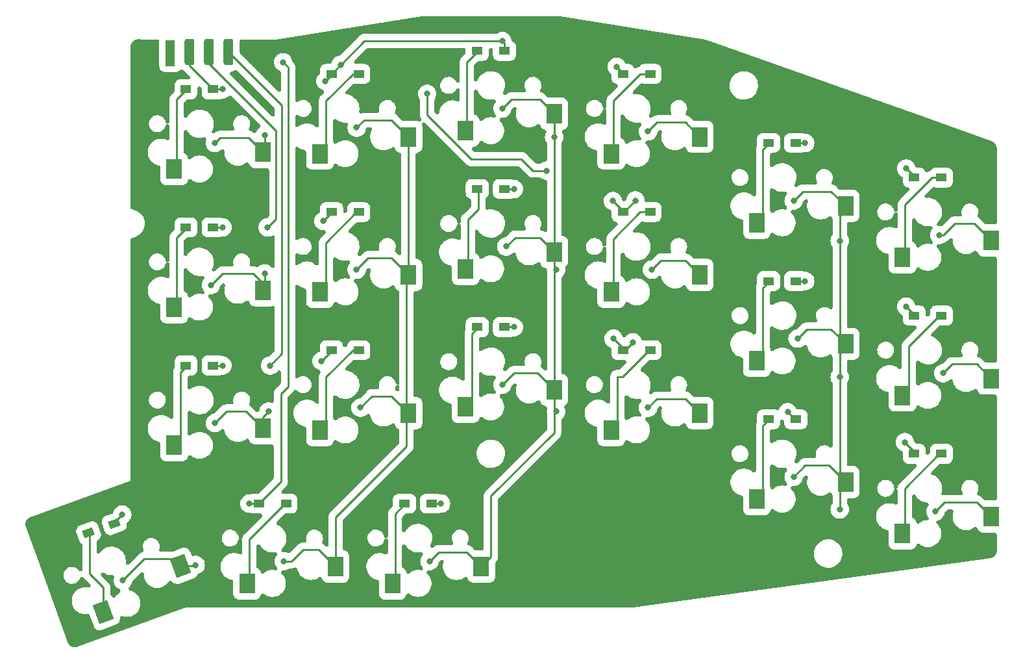
<source format=gtl>
%TF.GenerationSoftware,KiCad,Pcbnew,(7.0.0-0)*%
%TF.CreationDate,2023-03-13T10:44:32+08:00*%
%TF.ProjectId,Input,496e7075-742e-46b6-9963-61645f706362,1*%
%TF.SameCoordinates,PX7bfa480PY6052340*%
%TF.FileFunction,Copper,L1,Top*%
%TF.FilePolarity,Positive*%
%FSLAX46Y46*%
G04 Gerber Fmt 4.6, Leading zero omitted, Abs format (unit mm)*
G04 Created by KiCad (PCBNEW (7.0.0-0)) date 2023-03-13 10:44:32*
%MOMM*%
%LPD*%
G01*
G04 APERTURE LIST*
G04 Aperture macros list*
%AMRoundRect*
0 Rectangle with rounded corners*
0 $1 Rounding radius*
0 $2 $3 $4 $5 $6 $7 $8 $9 X,Y pos of 4 corners*
0 Add a 4 corners polygon primitive as box body*
4,1,4,$2,$3,$4,$5,$6,$7,$8,$9,$2,$3,0*
0 Add four circle primitives for the rounded corners*
1,1,$1+$1,$2,$3*
1,1,$1+$1,$4,$5*
1,1,$1+$1,$6,$7*
1,1,$1+$1,$8,$9*
0 Add four rect primitives between the rounded corners*
20,1,$1+$1,$2,$3,$4,$5,0*
20,1,$1+$1,$4,$5,$6,$7,0*
20,1,$1+$1,$6,$7,$8,$9,0*
20,1,$1+$1,$8,$9,$2,$3,0*%
%AMRotRect*
0 Rectangle, with rotation*
0 The origin of the aperture is its center*
0 $1 length*
0 $2 width*
0 $3 Rotation angle, in degrees counterclockwise*
0 Add horizontal line*
21,1,$1,$2,0,0,$3*%
G04 Aperture macros list end*
%TA.AperFunction,SMDPad,CuDef*%
%ADD10R,2.000000X2.600000*%
%TD*%
%TA.AperFunction,SMDPad,CuDef*%
%ADD11R,1.400000X1.000000*%
%TD*%
%TA.AperFunction,SMDPad,CuDef*%
%ADD12RotRect,1.400000X1.000000X20.000000*%
%TD*%
%TA.AperFunction,ConnectorPad*%
%ADD13R,1.270000X3.429000*%
%TD*%
%TA.AperFunction,ConnectorPad*%
%ADD14RoundRect,0.317500X-0.317500X-1.397000X0.317500X-1.397000X0.317500X1.397000X-0.317500X1.397000X0*%
%TD*%
%TA.AperFunction,SMDPad,CuDef*%
%ADD15RotRect,2.000000X2.600000X200.000000*%
%TD*%
%TA.AperFunction,ViaPad*%
%ADD16C,0.800000*%
%TD*%
%TA.AperFunction,Conductor*%
%ADD17C,0.250000*%
%TD*%
G04 APERTURE END LIST*
D10*
%TO.P,SW17,1,1*%
%TO.N,C12*%
X27254999Y16299999D03*
%TO.P,SW17,2,2*%
%TO.N,Net-(D17-A)*%
X15697999Y14099999D03*
%TD*%
%TO.P,SW29,1,1*%
%TO.N,C12*%
X27254999Y-1699999D03*
%TO.P,SW29,2,2*%
%TO.N,Net-(D29-A)*%
X15697999Y-3899999D03*
%TD*%
D11*
%TO.P,D27,1,K*%
%TO.N,Row 3*%
X55224999Y6499999D03*
%TO.P,D27,2,A*%
%TO.N,Net-(D27-A)*%
X58774999Y6499999D03*
%TD*%
%TO.P,D18,1,K*%
%TO.N,Net-(D18-K)*%
X-1774999Y22499999D03*
%TO.P,D18,2,A*%
%TO.N,Row 2*%
X1774999Y22499999D03*
%TD*%
D10*
%TO.P,SW15,1,1*%
%TO.N,C34*%
X65254999Y16299999D03*
%TO.P,SW15,2,2*%
%TO.N,Net-(D15-A)*%
X53697999Y14099999D03*
%TD*%
D11*
%TO.P,D15,1,K*%
%TO.N,Row 2*%
X55224999Y24499999D03*
%TO.P,D15,2,A*%
%TO.N,Net-(D15-A)*%
X58774999Y24499999D03*
%TD*%
%TO.P,D37,1,K*%
%TO.N,Row 4*%
X93224999Y-24999999D03*
%TO.P,D37,2,A*%
%TO.N,Net-(D37-A)*%
X96774999Y-24999999D03*
%TD*%
%TO.P,D52,1,K*%
%TO.N,Net-(D52-K)*%
X26724999Y-31499999D03*
%TO.P,D52,2,A*%
%TO.N,Row 5*%
X30274999Y-31499999D03*
%TD*%
%TO.P,D16,1,K*%
%TO.N,Net-(D16-K)*%
X36224999Y27499999D03*
%TO.P,D16,2,A*%
%TO.N,Row 2*%
X39774999Y27499999D03*
%TD*%
D10*
%TO.P,SW26,1,1*%
%TO.N,C56*%
X84254999Y-10699999D03*
%TO.P,SW26,2,2*%
%TO.N,Net-(D26-K)*%
X72697999Y-12899999D03*
%TD*%
%TO.P,SW38,1,1*%
%TO.N,C56*%
X84254999Y-28699999D03*
%TO.P,SW38,2,2*%
%TO.N,Net-(D38-K)*%
X72697999Y-30899999D03*
%TD*%
D12*
%TO.P,D54,1,K*%
%TO.N,Net-(D54-K)*%
X-14467953Y-35307085D03*
%TO.P,D54,2,A*%
%TO.N,Row 5*%
X-11132045Y-34092913D03*
%TD*%
D10*
%TO.P,SW27,1,1*%
%TO.N,C34*%
X65254999Y-1699999D03*
%TO.P,SW27,2,2*%
%TO.N,Net-(D27-A)*%
X53697999Y-3899999D03*
%TD*%
D11*
%TO.P,D53,1,K*%
%TO.N,Row 5*%
X7724999Y-31499999D03*
%TO.P,D53,2,A*%
%TO.N,Net-(D53-A)*%
X11274999Y-31499999D03*
%TD*%
%TO.P,D39,1,K*%
%TO.N,Row 4*%
X55224999Y-11499999D03*
%TO.P,D39,2,A*%
%TO.N,Net-(D39-A)*%
X58774999Y-11499999D03*
%TD*%
D10*
%TO.P,SW52,1,1*%
%TO.N,C34*%
X36754999Y-39699999D03*
%TO.P,SW52,2,2*%
%TO.N,Net-(D52-K)*%
X25197999Y-41899999D03*
%TD*%
D11*
%TO.P,D42,1,K*%
%TO.N,Net-(D42-K)*%
X-1774999Y-13499999D03*
%TO.P,D42,2,A*%
%TO.N,Row 4*%
X1774999Y-13499999D03*
%TD*%
%TO.P,D30,1,K*%
%TO.N,Net-(D30-K)*%
X-1774999Y4499999D03*
%TO.P,D30,2,A*%
%TO.N,Row 3*%
X1774999Y4499999D03*
%TD*%
D10*
%TO.P,SW13,1,1*%
%TO.N,C56*%
X103254999Y2799999D03*
%TO.P,SW13,2,2*%
%TO.N,Net-(D13-A)*%
X91697999Y599999D03*
%TD*%
D11*
%TO.P,D28,1,K*%
%TO.N,Net-(D28-K)*%
X36224999Y9499999D03*
%TO.P,D28,2,A*%
%TO.N,Row 3*%
X39774999Y9499999D03*
%TD*%
D10*
%TO.P,SW28,1,1*%
%TO.N,C34*%
X46254999Y1299999D03*
%TO.P,SW28,2,2*%
%TO.N,Net-(D28-K)*%
X34697999Y-899999D03*
%TD*%
D11*
%TO.P,D13,1,K*%
%TO.N,Row 2*%
X93224999Y10999999D03*
%TO.P,D13,2,A*%
%TO.N,Net-(D13-A)*%
X96774999Y10999999D03*
%TD*%
D10*
%TO.P,SW42,1,1*%
%TO.N,C12*%
X8254999Y-21699999D03*
%TO.P,SW42,2,2*%
%TO.N,Net-(D42-K)*%
X-3301999Y-23899999D03*
%TD*%
%TO.P,SW14,1,1*%
%TO.N,C56*%
X84254999Y7299999D03*
%TO.P,SW14,2,2*%
%TO.N,Net-(D14-K)*%
X72697999Y5099999D03*
%TD*%
%TO.P,SW30,1,1*%
%TO.N,C12*%
X8254999Y-3699999D03*
%TO.P,SW30,2,2*%
%TO.N,Net-(D30-K)*%
X-3301999Y-5899999D03*
%TD*%
D13*
%TO.P,J1,1,Pin_1*%
%TO.N,unconnected-(J1-Pin_1-Pad1)*%
X-3809999Y27221999D03*
D14*
%TO.P,J1,3,Pin_3*%
%TO.N,Row 2*%
X-1270000Y27349000D03*
%TO.P,J1,5,Pin_5*%
%TO.N,Row 3*%
X1270000Y27349000D03*
%TO.P,J1,7,Pin_7*%
%TO.N,Row 4*%
X3810000Y27349000D03*
%TD*%
D11*
%TO.P,D26,1,K*%
%TO.N,Net-(D26-K)*%
X74224999Y-2499999D03*
%TO.P,D26,2,A*%
%TO.N,Row 3*%
X77774999Y-2499999D03*
%TD*%
D10*
%TO.P,SW53,1,1*%
%TO.N,C12*%
X17754995Y-39699999D03*
%TO.P,SW53,2,2*%
%TO.N,Net-(D53-A)*%
X6197995Y-41899999D03*
%TD*%
%TO.P,SW18,1,1*%
%TO.N,C12*%
X8254999Y14299999D03*
%TO.P,SW18,2,2*%
%TO.N,Net-(D18-K)*%
X-3301999Y12099999D03*
%TD*%
%TO.P,SW40,1,1*%
%TO.N,C34*%
X46254999Y-16699999D03*
%TO.P,SW40,2,2*%
%TO.N,Net-(D40-K)*%
X34697999Y-18899999D03*
%TD*%
%TO.P,SW41,1,1*%
%TO.N,C12*%
X27254999Y-19699999D03*
%TO.P,SW41,2,2*%
%TO.N,Net-(D41-A)*%
X15697999Y-21899999D03*
%TD*%
D11*
%TO.P,D14,1,K*%
%TO.N,Net-(D14-K)*%
X74224999Y15499999D03*
%TO.P,D14,2,A*%
%TO.N,Row 2*%
X77774999Y15499999D03*
%TD*%
%TO.P,D17,1,K*%
%TO.N,Row 2*%
X17224999Y24499999D03*
%TO.P,D17,2,A*%
%TO.N,Net-(D17-A)*%
X20774999Y24499999D03*
%TD*%
D10*
%TO.P,SW39,1,1*%
%TO.N,C34*%
X65254999Y-19699999D03*
%TO.P,SW39,2,2*%
%TO.N,Net-(D39-A)*%
X53697999Y-21899999D03*
%TD*%
D11*
%TO.P,D40,1,K*%
%TO.N,Net-(D40-K)*%
X36224999Y-8499999D03*
%TO.P,D40,2,A*%
%TO.N,Row 4*%
X39774999Y-8499999D03*
%TD*%
D10*
%TO.P,SW25,1,1*%
%TO.N,C56*%
X103254999Y-15199999D03*
%TO.P,SW25,2,2*%
%TO.N,Net-(D25-A)*%
X91697999Y-17399999D03*
%TD*%
D11*
%TO.P,D29,1,K*%
%TO.N,Row 3*%
X17224999Y6499999D03*
%TO.P,D29,2,A*%
%TO.N,Net-(D29-A)*%
X20774999Y6499999D03*
%TD*%
%TO.P,D25,1,K*%
%TO.N,Row 3*%
X93224999Y-6999999D03*
%TO.P,D25,2,A*%
%TO.N,Net-(D25-A)*%
X96774999Y-6999999D03*
%TD*%
D10*
%TO.P,SW16,1,1*%
%TO.N,C34*%
X46254999Y19299999D03*
%TO.P,SW16,2,2*%
%TO.N,Net-(D16-K)*%
X34697999Y17099999D03*
%TD*%
D15*
%TO.P,SW54,1,1*%
%TO.N,C12*%
X-2447362Y-39617485D03*
%TO.P,SW54,2,2*%
%TO.N,Net-(D54-K)*%
X-12554945Y-45637536D03*
%TD*%
D10*
%TO.P,SW37,1,1*%
%TO.N,C56*%
X103254999Y-33199999D03*
%TO.P,SW37,2,2*%
%TO.N,Net-(D37-A)*%
X91697999Y-35399999D03*
%TD*%
D11*
%TO.P,D38,1,K*%
%TO.N,Net-(D38-K)*%
X74224999Y-20499999D03*
%TO.P,D38,2,A*%
%TO.N,Row 4*%
X77774999Y-20499999D03*
%TD*%
%TO.P,D41,1,K*%
%TO.N,Row 4*%
X17224999Y-11499999D03*
%TO.P,D41,2,A*%
%TO.N,Net-(D41-A)*%
X20774999Y-11499999D03*
%TD*%
D16*
%TO.N,Row 2*%
X54425000Y25425000D03*
X79000000Y15500000D03*
X16425000Y23575000D03*
X18400000Y25700000D03*
X39500000Y28775500D03*
X92175000Y12175000D03*
X3000000Y22500000D03*
%TO.N,C12*%
X21000000Y-19000000D03*
X2000000Y15500000D03*
X-10000000Y-41500000D03*
X9000000Y-19500000D03*
X8500000Y16500000D03*
X11000000Y-39000000D03*
X-500000Y-39500000D03*
X1500000Y-3000000D03*
X8500000Y-1500000D03*
X2000000Y-21000000D03*
X20500000Y17500000D03*
X20500000Y-1000000D03*
%TO.N,C34*%
X46500000Y-19500000D03*
X58500000Y17000000D03*
X46500000Y-1000000D03*
X59000000Y-1000000D03*
X30000000Y-39000000D03*
X39500000Y20000000D03*
X40000000Y2000000D03*
X46255000Y16255000D03*
X58500000Y-19000000D03*
X39500000Y-16000000D03*
%TO.N,C56*%
X83500000Y-15000000D03*
X77500000Y-28000000D03*
X45300000Y11900000D03*
X83500000Y2750000D03*
X77500000Y8000000D03*
X78000000Y-10000000D03*
X83500000Y-32250000D03*
X29700000Y21900000D03*
X96500000Y3500000D03*
X97000000Y-14500000D03*
X96000000Y-32500000D03*
%TO.N,Row 3*%
X8900000Y4499997D03*
X53925000Y7925000D03*
X79000000Y-2500000D03*
X16162500Y5337500D03*
X56850000Y8000000D03*
X2999997Y4499997D03*
X41000000Y9500000D03*
X92175000Y-5825000D03*
%TO.N,Row 4*%
X76725000Y-19575000D03*
X15925000Y-12925000D03*
X2999997Y-13500003D03*
X54000000Y-10000000D03*
X41000000Y-8500000D03*
X92000000Y-23500000D03*
X56500000Y-10500000D03*
X9200000Y-13500003D03*
%TO.N,Row 5*%
X6500000Y-31500000D03*
X-10073268Y-32926732D03*
X10900000Y26024500D03*
X31500000Y-31500000D03*
%TD*%
D17*
%TO.N,Net-(D13-A)*%
X96650000Y11000000D02*
X95575000Y11000000D01*
X92000000Y7425000D02*
X92000000Y902000D01*
X95575000Y11000000D02*
X92000000Y7425000D01*
%TO.N,Net-(D14-K)*%
X73500000Y14650000D02*
X73500000Y5902000D01*
X74350000Y15500000D02*
X73500000Y14650000D01*
%TO.N,Row 2*%
X77650000Y15500000D02*
X79000000Y15500000D01*
X1775000Y22500000D02*
X3000000Y22500000D01*
X-1270000Y25545000D02*
X1775000Y22500000D01*
X39775000Y28500500D02*
X39500000Y28775500D01*
X-1270000Y27349000D02*
X-1270000Y25545000D01*
X55350000Y24500000D02*
X54425000Y25425000D01*
X93350000Y11000000D02*
X92175000Y12175000D01*
X18400000Y25700000D02*
X21500000Y28800000D01*
X17225000Y24525000D02*
X18400000Y25700000D01*
X39775000Y27500000D02*
X39775000Y28500500D01*
X21500000Y28800000D02*
X39475500Y28800000D01*
X17350000Y24500000D02*
X16425000Y23575000D01*
%TO.N,Net-(D15-A)*%
X54000000Y21000000D02*
X54000000Y14402000D01*
X57500000Y24500000D02*
X54000000Y21000000D01*
X58650000Y24500000D02*
X57500000Y24500000D01*
%TO.N,Net-(D16-K)*%
X34875001Y26025001D02*
X34875001Y17277001D01*
X36350000Y27500000D02*
X34875001Y26025001D01*
%TO.N,Net-(D17-A)*%
X20650000Y24500000D02*
X20000000Y24500000D01*
X16500000Y21000000D02*
X16500000Y14902000D01*
X20000000Y24500000D02*
X16500000Y21000000D01*
%TO.N,Net-(D18-K)*%
X-3000000Y21150000D02*
X-3000000Y12402000D01*
X-1650000Y22500000D02*
X-3000000Y21150000D01*
%TO.N,C12*%
X25055000Y18500000D02*
X27255000Y16300000D01*
X1500000Y-3000000D02*
X3000000Y-1500000D01*
X25055000Y-17500000D02*
X27255000Y-19700000D01*
X8500000Y16500000D02*
X8500000Y14545000D01*
X22000000Y500000D02*
X25055000Y500000D01*
X20500000Y17500000D02*
X21500000Y18500000D01*
X-7200000Y-38700000D02*
X-3364849Y-38700000D01*
X27000000Y-24000000D02*
X17754996Y-33245004D01*
X13500000Y-37500000D02*
X15554996Y-37500000D01*
X-3364849Y-38700000D02*
X-2447363Y-39617486D01*
X11000000Y-39000000D02*
X12000000Y-39000000D01*
X8500000Y-1500000D02*
X8500000Y-3455000D01*
X15554996Y-37500000D02*
X17754996Y-39700000D01*
X22500000Y-17500000D02*
X25055000Y-17500000D01*
X8255000Y14300000D02*
X6379999Y16175001D01*
X20500000Y-1000000D02*
X22000000Y500000D01*
X-10000000Y-41500000D02*
X-7200000Y-38700000D01*
X8255000Y-21700000D02*
X8255000Y-20245000D01*
X21500000Y18500000D02*
X25055000Y18500000D01*
X-617486Y-39617486D02*
X-500000Y-39500000D01*
X12000000Y-39000000D02*
X13500000Y-37500000D01*
X2000000Y-21000000D02*
X3500000Y-19500000D01*
X27000000Y-19955000D02*
X27000000Y-24000000D01*
X7000000Y-1500000D02*
X8255000Y-2755000D01*
X6379999Y16175001D02*
X2675001Y16175001D01*
X-2447363Y-39617486D02*
X-617486Y-39617486D01*
X27000000Y-1955000D02*
X27000000Y-19445000D01*
X2675001Y16175001D02*
X2000000Y15500000D01*
X3000000Y-1500000D02*
X7000000Y-1500000D01*
X6055000Y-19500000D02*
X8255000Y-21700000D01*
X21000000Y-19000000D02*
X22500000Y-17500000D01*
X27255000Y16300000D02*
X27255000Y-1700000D01*
X17754996Y-33245004D02*
X17754996Y-39700000D01*
X3500000Y-19500000D02*
X6055000Y-19500000D01*
X8255000Y-20245000D02*
X9000000Y-19500000D01*
X25055000Y500000D02*
X27255000Y-1700000D01*
%TO.N,C34*%
X46255000Y1300000D02*
X46255000Y-755000D01*
X63379999Y175001D02*
X65255000Y-1700000D01*
X31175001Y-37824999D02*
X34879999Y-37824999D01*
X58500000Y-19000000D02*
X59675001Y-17824999D01*
X46255000Y-16700000D02*
X46255000Y-22245000D01*
X46255000Y-16700000D02*
X46255000Y-19255000D01*
X46255000Y19300000D02*
X46255000Y16255000D01*
X34879999Y-37824999D02*
X36755000Y-39700000D01*
X38000000Y-30500000D02*
X38000000Y-38455000D01*
X36755000Y-39700000D02*
X38000000Y-38455000D01*
X60175001Y175001D02*
X63379999Y175001D01*
X40000000Y2000000D02*
X41175001Y3175001D01*
X59675001Y-17824999D02*
X63379999Y-17824999D01*
X39500000Y20000000D02*
X40675001Y21175001D01*
X39500000Y-16000000D02*
X41000000Y-14500000D01*
X44379999Y3175001D02*
X46255000Y1300000D01*
X46255000Y-755000D02*
X46500000Y-1000000D01*
X63379999Y18175001D02*
X65255000Y16300000D01*
X58500000Y17000000D02*
X59675001Y18175001D01*
X59675001Y18175001D02*
X63379999Y18175001D01*
X44055000Y-14500000D02*
X46255000Y-16700000D01*
X46255000Y16255000D02*
X46255000Y1300000D01*
X46255000Y1300000D02*
X46255000Y-16700000D01*
X46255000Y-19255000D02*
X46500000Y-19500000D01*
X59000000Y-1000000D02*
X60175001Y175001D01*
X30000000Y-39000000D02*
X31175001Y-37824999D01*
X63379999Y-17824999D02*
X65255000Y-19700000D01*
X41175001Y3175001D02*
X44379999Y3175001D01*
X44379999Y21175001D02*
X46255000Y19300000D01*
X40675001Y21175001D02*
X44379999Y21175001D01*
X41000000Y-14500000D02*
X44055000Y-14500000D01*
X46255000Y-22245000D02*
X38000000Y-30500000D01*
%TO.N,C56*%
X101379999Y-31324999D02*
X103255000Y-33200000D01*
X77500000Y8000000D02*
X78675001Y9175001D01*
X43500000Y11900000D02*
X45300000Y11900000D01*
X97000000Y3500000D02*
X98500000Y5000000D01*
X83500000Y-32250000D02*
X83500000Y-29455000D01*
X101055000Y5000000D02*
X103255000Y2800000D01*
X84500000Y7055000D02*
X83500000Y6055000D01*
X83500000Y6055000D02*
X83500000Y-9455000D01*
X83500000Y-29455000D02*
X84255000Y-28700000D01*
X83500000Y-27455000D02*
X84500000Y-28455000D01*
X79000000Y-26500000D02*
X82055000Y-26500000D01*
X83500000Y-9455000D02*
X84500000Y-10455000D01*
X29700000Y21900000D02*
X29700000Y19148000D01*
X77500000Y-28000000D02*
X79000000Y-26500000D01*
X98500000Y5000000D02*
X101055000Y5000000D01*
X96000000Y-32500000D02*
X97175001Y-31324999D01*
X96500000Y3500000D02*
X97000000Y3500000D01*
X98175001Y-13324999D02*
X97000000Y-14500000D01*
X42000000Y13400000D02*
X43500000Y11900000D01*
X83500000Y-11945000D02*
X83500000Y-27455000D01*
X97175001Y-31324999D02*
X101379999Y-31324999D01*
X78675001Y9175001D02*
X82379999Y9175001D01*
X82379999Y9175001D02*
X84255000Y7300000D01*
X78000000Y-10000000D02*
X79175001Y-8824999D01*
X29700000Y19148000D02*
X35448000Y13400000D01*
X103255000Y-15200000D02*
X101379999Y-13324999D01*
X82379999Y-8824999D02*
X84255000Y-10700000D01*
X101379999Y-13324999D02*
X98175001Y-13324999D01*
X84500000Y-10945000D02*
X83500000Y-11945000D01*
X79175001Y-8824999D02*
X82379999Y-8824999D01*
X35448000Y13400000D02*
X42000000Y13400000D01*
X82055000Y-26500000D02*
X84255000Y-28700000D01*
%TO.N,Row 3*%
X77650000Y-2500000D02*
X79000000Y-2500000D01*
X55350000Y6500000D02*
X53925000Y7925000D01*
X1270000Y25830000D02*
X1270000Y27349000D01*
X93350000Y-7000000D02*
X92175000Y-5825000D01*
X17325000Y6500000D02*
X16162500Y5337500D01*
X8900000Y4499997D02*
X10000000Y5599997D01*
X10000000Y17100000D02*
X1270000Y25830000D01*
X39650000Y9500000D02*
X41000000Y9500000D01*
X10000000Y5599997D02*
X10000000Y17100000D01*
X1650000Y4500000D02*
X2999994Y4500000D01*
X2999994Y4500000D02*
X2999997Y4499997D01*
X55350000Y6500000D02*
X56850000Y8000000D01*
%TO.N,Row 4*%
X77650000Y-20500000D02*
X76725000Y-19575000D01*
X1650000Y-13500000D02*
X2999994Y-13500000D01*
X2999994Y-13500000D02*
X2999997Y-13500003D01*
X9200000Y-13500003D02*
X10750000Y-11950003D01*
X17350000Y-11500000D02*
X15925000Y-12925000D01*
X10750000Y20409000D02*
X3810000Y27349000D01*
X55500000Y-11500000D02*
X56500000Y-10500000D01*
X55350000Y-11350000D02*
X54000000Y-10000000D01*
X10750000Y-11950003D02*
X10750000Y20409000D01*
X39650000Y-8500000D02*
X41000000Y-8500000D01*
X93350000Y-24850000D02*
X92000000Y-23500000D01*
%TO.N,Row 5*%
X7850000Y-31500000D02*
X6500000Y-31500000D01*
X10600000Y-28625000D02*
X7725000Y-31500000D01*
X-11249507Y-34102971D02*
X-10073268Y-32926732D01*
X10900000Y26024500D02*
X11550000Y25374500D01*
X11550000Y-16217588D02*
X10600000Y-17167588D01*
X10600000Y-17167588D02*
X10600000Y-28625000D01*
X11550000Y25374500D02*
X11550000Y-16217588D01*
X30150000Y-31500000D02*
X31500000Y-31500000D01*
%TO.N,Net-(D25-A)*%
X96174999Y-7325001D02*
X92500000Y-11000000D01*
X96975001Y-7325001D02*
X96174999Y-7325001D01*
X92500000Y-11000000D02*
X92500000Y-16598000D01*
%TO.N,Net-(D26-K)*%
X73500000Y-3350000D02*
X73500000Y-12098000D01*
X74350000Y-2500000D02*
X73500000Y-3350000D01*
%TO.N,Net-(D27-A)*%
X54000000Y3000000D02*
X54000000Y-3598000D01*
X57500000Y6500000D02*
X54000000Y3000000D01*
X58650000Y6500000D02*
X57500000Y6500000D01*
%TO.N,Net-(D28-K)*%
X35000000Y5500000D02*
X35000000Y-598000D01*
X36350000Y9500000D02*
X36350000Y6850000D01*
X36350000Y6850000D02*
X35000000Y5500000D01*
%TO.N,Net-(D29-A)*%
X20500000Y6500000D02*
X16500000Y2500000D01*
X16500000Y2500000D02*
X16500000Y-3098000D01*
%TO.N,Net-(D30-K)*%
X-1650000Y4500000D02*
X-3000000Y3150000D01*
X-3000000Y3150000D02*
X-3000000Y-5598000D01*
%TO.N,Net-(D37-A)*%
X96500000Y-25000000D02*
X92000000Y-29500000D01*
X92000000Y-29500000D02*
X92000000Y-35098000D01*
%TO.N,Net-(D38-K)*%
X74350000Y-20500000D02*
X73500000Y-21350000D01*
X73500000Y-21350000D02*
X73500000Y-30098000D01*
%TO.N,Net-(D39-A)*%
X58650000Y-11500000D02*
X55150000Y-15000000D01*
X55150000Y-15000000D02*
X54500000Y-15000000D01*
X54500000Y-15000000D02*
X54500000Y-21098000D01*
%TO.N,Net-(D40-K)*%
X36350000Y-8500000D02*
X35500000Y-9350000D01*
X35500000Y-9350000D02*
X35500000Y-18098000D01*
%TO.N,Net-(D41-A)*%
X16500000Y-15000000D02*
X16500000Y-21098000D01*
X20650000Y-11500000D02*
X20000000Y-11500000D01*
X20000000Y-11500000D02*
X16500000Y-15000000D01*
%TO.N,Net-(D42-K)*%
X-2500000Y-23098000D02*
X-2500000Y-14350000D01*
X-2500000Y-14350000D02*
X-1650000Y-13500000D01*
%TO.N,Net-(D52-K)*%
X26850000Y-31500000D02*
X25500000Y-32850000D01*
X25500000Y-32850000D02*
X25500000Y-41598000D01*
%TO.N,Net-(D53-A)*%
X6500000Y-36150000D02*
X6500000Y-41597996D01*
X11150000Y-31500000D02*
X6500000Y-36150000D01*
%TO.N,Net-(D54-K)*%
X-12554946Y-42445054D02*
X-12554946Y-45637537D01*
X-14350493Y-40649507D02*
X-12554946Y-42445054D01*
X-14350493Y-35264333D02*
X-14350493Y-40649507D01*
%TD*%
%TA.AperFunction,NonConductor*%
G36*
X4808675Y24980953D02*
G01*
X4878276Y24956400D01*
X4937622Y24912523D01*
X9751570Y20098575D01*
X9805546Y20017793D01*
X9824500Y19922505D01*
X9824500Y19185495D01*
X9805546Y19090207D01*
X9751570Y19009425D01*
X9670788Y18955449D01*
X9575500Y18936495D01*
X9480212Y18955449D01*
X9399430Y19009425D01*
X3999924Y24408931D01*
X3945948Y24489713D01*
X3926994Y24585001D01*
X3945948Y24680289D01*
X3999924Y24761071D01*
X4080706Y24815047D01*
X4175994Y24834001D01*
X4209158Y24834001D01*
X4212856Y24834001D01*
X4260832Y24836858D01*
X4469464Y24882243D01*
X4663533Y24965349D01*
X4734934Y24984026D01*
X4808675Y24980953D01*
G37*
%TD.AperFunction*%
%TA.AperFunction,NonConductor*%
G36*
X36143286Y22452442D02*
G01*
X36224187Y22399222D01*
X36278667Y22319164D01*
X36331221Y22195495D01*
X36349870Y22151610D01*
X36354614Y22143836D01*
X36354615Y22143835D01*
X36480825Y21937032D01*
X36490982Y21920390D01*
X36496808Y21913389D01*
X36496809Y21913388D01*
X36559289Y21838310D01*
X36664255Y21712180D01*
X36671025Y21706114D01*
X36671029Y21706110D01*
X36718383Y21663681D01*
X36865998Y21531418D01*
X37091910Y21381956D01*
X37337176Y21266980D01*
X37596569Y21188940D01*
X37864561Y21149500D01*
X38063085Y21149500D01*
X38067631Y21149500D01*
X38270156Y21164323D01*
X38336335Y21179066D01*
X38422488Y21182955D01*
X38504802Y21157223D01*
X38573401Y21104956D01*
X38620056Y21032422D01*
X38639170Y20948324D01*
X38628449Y20862751D01*
X38589181Y20785967D01*
X38481883Y20643882D01*
X38481877Y20643874D01*
X38474942Y20634689D01*
X38469807Y20624377D01*
X38469806Y20624375D01*
X38428773Y20541969D01*
X38375771Y20435528D01*
X38372621Y20424460D01*
X38372620Y20424455D01*
X38318035Y20232610D01*
X38318033Y20232602D01*
X38314885Y20221536D01*
X38313823Y20210078D01*
X38313822Y20210071D01*
X38298031Y20039647D01*
X38294357Y20000000D01*
X38295419Y19988539D01*
X38313822Y19789930D01*
X38313823Y19789925D01*
X38314885Y19778464D01*
X38318033Y19767397D01*
X38318035Y19767391D01*
X38367317Y19594184D01*
X38375771Y19564472D01*
X38474942Y19365311D01*
X38481883Y19356120D01*
X38481884Y19356118D01*
X38505577Y19324743D01*
X38588540Y19214882D01*
X38591170Y19211400D01*
X38630494Y19134439D01*
X38641141Y19048672D01*
X38621831Y18964432D01*
X38574888Y18891867D01*
X38505969Y18839719D01*
X38423375Y18814270D01*
X38337058Y18818587D01*
X38270722Y18833728D01*
X38270706Y18833731D01*
X38261630Y18835802D01*
X38252346Y18836498D01*
X38252338Y18836499D01*
X38070133Y18850153D01*
X38070116Y18850154D01*
X38065494Y18850500D01*
X37934506Y18850500D01*
X37929884Y18850154D01*
X37929866Y18850153D01*
X37747661Y18836499D01*
X37747651Y18836498D01*
X37738370Y18835802D01*
X37729294Y18833731D01*
X37729284Y18833729D01*
X37491658Y18779492D01*
X37491646Y18779489D01*
X37482584Y18777420D01*
X37473928Y18774024D01*
X37473922Y18774021D01*
X37247022Y18684970D01*
X37247008Y18684964D01*
X37238357Y18681568D01*
X37230295Y18676914D01*
X37230290Y18676911D01*
X37019208Y18555043D01*
X37019201Y18555039D01*
X37011143Y18550386D01*
X37003871Y18544587D01*
X37003864Y18544582D01*
X36878679Y18444750D01*
X36805669Y18404399D01*
X36723428Y18390427D01*
X36641188Y18404401D01*
X36568178Y18444754D01*
X36512594Y18506956D01*
X36483637Y18576868D01*
X36483368Y18579255D01*
X36477544Y18595898D01*
X36460513Y18644570D01*
X36423789Y18749522D01*
X36327816Y18902262D01*
X36200262Y19029816D01*
X36187435Y19037876D01*
X36059365Y19118348D01*
X36059361Y19118350D01*
X36047522Y19125789D01*
X36034323Y19130408D01*
X36034320Y19130409D01*
X35988028Y19146607D01*
X35967260Y19153874D01*
X35899773Y19189946D01*
X35846426Y19244811D01*
X35812260Y19313284D01*
X35800501Y19388900D01*
X35800501Y22221779D01*
X35819331Y22316767D01*
X35872973Y22397389D01*
X35953313Y22451450D01*
X36048201Y22470776D01*
X36143286Y22452442D01*
G37*
%TD.AperFunction*%
%TA.AperFunction,NonConductor*%
G36*
X34570788Y27855546D02*
G01*
X34651570Y27801570D01*
X34705546Y27720788D01*
X34724500Y27625500D01*
X34724500Y27286494D01*
X34716015Y27222048D01*
X34691140Y27161994D01*
X34651569Y27110424D01*
X34285930Y26744787D01*
X34272355Y26733191D01*
X34272557Y26732967D01*
X34262860Y26724237D01*
X34252309Y26716570D01*
X34243586Y26706884D01*
X34243581Y26706878D01*
X34207790Y26667128D01*
X34198839Y26657696D01*
X34186276Y26645131D01*
X34182186Y26640081D01*
X34182172Y26640065D01*
X34175096Y26631326D01*
X34166642Y26621429D01*
X34130860Y26581689D01*
X34130855Y26581683D01*
X34122131Y26571993D01*
X34115611Y26560703D01*
X34108933Y26551510D01*
X34102738Y26541972D01*
X34094536Y26531841D01*
X34088618Y26520227D01*
X34088613Y26520219D01*
X34064335Y26472572D01*
X34058121Y26461127D01*
X34031377Y26414804D01*
X34031373Y26414797D01*
X34024857Y26403509D01*
X34020828Y26391114D01*
X34016215Y26380751D01*
X34012135Y26370123D01*
X34006213Y26358498D01*
X34002836Y26345898D01*
X34002834Y26345891D01*
X33988989Y26294224D01*
X33985293Y26281746D01*
X33978318Y26260279D01*
X33969968Y26234576D01*
X33964739Y26218483D01*
X33963376Y26205516D01*
X33961013Y26194398D01*
X33959235Y26183179D01*
X33955860Y26170579D01*
X33955177Y26157556D01*
X33955177Y26157553D01*
X33952377Y26104136D01*
X33951355Y26091159D01*
X33950183Y26080010D01*
X33950181Y26079979D01*
X33949501Y26073505D01*
X33949501Y26066981D01*
X33949501Y26055769D01*
X33949160Y26042738D01*
X33945678Y25976298D01*
X33947719Y25963411D01*
X33948402Y25950377D01*
X33948100Y25950362D01*
X33949501Y25932561D01*
X33949501Y23619828D01*
X33931030Y23525714D01*
X33878357Y23445564D01*
X33799298Y23391267D01*
X33705581Y23370880D01*
X33611110Y23387427D01*
X33529901Y23438454D01*
X33474003Y23516389D01*
X33462321Y23541969D01*
X33462320Y23541970D01*
X33457396Y23552753D01*
X33335486Y23723952D01*
X33325185Y23733774D01*
X33191963Y23860801D01*
X33191958Y23860805D01*
X33183378Y23868986D01*
X33173403Y23875397D01*
X33173400Y23875399D01*
X33016547Y23976203D01*
X33016542Y23976206D01*
X33006572Y23982613D01*
X32995569Y23987018D01*
X32995565Y23987020D01*
X32822462Y24056320D01*
X32822455Y24056322D01*
X32811457Y24060725D01*
X32793167Y24064251D01*
X32616729Y24098256D01*
X32616726Y24098257D01*
X32605085Y24100500D01*
X32447575Y24100500D01*
X32441677Y24099937D01*
X32441660Y24099936D01*
X32302591Y24086656D01*
X32302587Y24086656D01*
X32290782Y24085528D01*
X32279414Y24082191D01*
X32279403Y24082188D01*
X32100499Y24029656D01*
X32100496Y24029655D01*
X32089125Y24026316D01*
X32078591Y24020886D01*
X32078585Y24020883D01*
X31912861Y23935447D01*
X31912855Y23935444D01*
X31902318Y23930011D01*
X31893000Y23922684D01*
X31892995Y23922680D01*
X31746434Y23807422D01*
X31746430Y23807419D01*
X31737114Y23800092D01*
X31729354Y23791138D01*
X31729348Y23791131D01*
X31607252Y23650225D01*
X31607248Y23650221D01*
X31599481Y23641256D01*
X31593549Y23630984D01*
X31593547Y23630979D01*
X31500327Y23469518D01*
X31500324Y23469513D01*
X31494396Y23459244D01*
X31490516Y23448036D01*
X31490516Y23448034D01*
X31429534Y23271840D01*
X31429532Y23271833D01*
X31425656Y23260633D01*
X31423970Y23248909D01*
X31423968Y23248899D01*
X31397433Y23064339D01*
X31397432Y23064334D01*
X31395746Y23052602D01*
X31396310Y23040759D01*
X31396310Y23040756D01*
X31405181Y22854513D01*
X31405182Y22854505D01*
X31405746Y22842670D01*
X31408540Y22831151D01*
X31408541Y22831148D01*
X31452499Y22649951D01*
X31452500Y22649946D01*
X31455296Y22638424D01*
X31478093Y22588505D01*
X31537678Y22458032D01*
X31537681Y22458027D01*
X31542604Y22447247D01*
X31549477Y22437595D01*
X31549479Y22437592D01*
X31581563Y22392537D01*
X31664514Y22276048D01*
X31673096Y22267865D01*
X31673097Y22267864D01*
X31808036Y22139200D01*
X31808040Y22139197D01*
X31816622Y22131014D01*
X31826598Y22124603D01*
X31826599Y22124602D01*
X31968478Y22033421D01*
X31993428Y22017387D01*
X32057127Y21991886D01*
X32173028Y21945486D01*
X32188543Y21939275D01*
X32394915Y21899500D01*
X32546489Y21899500D01*
X32552425Y21899500D01*
X32709218Y21914472D01*
X32910875Y21973684D01*
X33097682Y22069989D01*
X33262886Y22199908D01*
X33400519Y22358744D01*
X33477221Y22491596D01*
X33484861Y22504828D01*
X33545252Y22575004D01*
X33627107Y22618266D01*
X33719109Y22628632D01*
X33808538Y22604669D01*
X33883031Y22549691D01*
X33932289Y22471298D01*
X33949501Y22380328D01*
X33949501Y21173056D01*
X33930902Y21078629D01*
X33877883Y20998309D01*
X33798365Y20944094D01*
X33704227Y20924084D01*
X33609532Y20941268D01*
X33526083Y20974019D01*
X33526076Y20974022D01*
X33517416Y20977420D01*
X33508349Y20979490D01*
X33508341Y20979492D01*
X33270715Y21033729D01*
X33270707Y21033731D01*
X33261630Y21035802D01*
X33252346Y21036498D01*
X33252338Y21036499D01*
X33070133Y21050153D01*
X33070116Y21050154D01*
X33065494Y21050500D01*
X32934506Y21050500D01*
X32929884Y21050154D01*
X32929866Y21050153D01*
X32747661Y21036499D01*
X32747651Y21036498D01*
X32738370Y21035802D01*
X32729294Y21033731D01*
X32729284Y21033729D01*
X32491658Y20979492D01*
X32491646Y20979489D01*
X32482584Y20977420D01*
X32473928Y20974024D01*
X32473922Y20974021D01*
X32247022Y20884970D01*
X32247008Y20884964D01*
X32238357Y20881568D01*
X32230295Y20876914D01*
X32230290Y20876911D01*
X32019208Y20755043D01*
X32019201Y20755039D01*
X32011143Y20750386D01*
X32003868Y20744585D01*
X32003863Y20744581D01*
X31813303Y20592615D01*
X31813293Y20592607D01*
X31806019Y20586805D01*
X31799692Y20579987D01*
X31799681Y20579976D01*
X31633905Y20401311D01*
X31633897Y20401303D01*
X31627567Y20394479D01*
X31622324Y20386790D01*
X31622316Y20386779D01*
X31491315Y20194635D01*
X31479772Y20177704D01*
X31475735Y20169323D01*
X31475729Y20169311D01*
X31375493Y19961167D01*
X31365937Y19941323D01*
X31363192Y19932427D01*
X31363191Y19932422D01*
X31291348Y19699512D01*
X31288604Y19690615D01*
X31287217Y19681417D01*
X31287216Y19681410D01*
X31254401Y19463700D01*
X31224594Y19377659D01*
X31165845Y19308087D01*
X31086012Y19264289D01*
X30995770Y19252123D01*
X30907188Y19273214D01*
X30832112Y19324743D01*
X30698430Y19458425D01*
X30644454Y19539207D01*
X30625500Y19634495D01*
X30625500Y21050019D01*
X30638408Y21129149D01*
X30675794Y21200075D01*
X30690790Y21219933D01*
X30725058Y21265311D01*
X30824229Y21464472D01*
X30885115Y21678464D01*
X30905643Y21900000D01*
X30885115Y22121536D01*
X30824229Y22335528D01*
X30725058Y22534689D01*
X30661944Y22618266D01*
X30597922Y22703045D01*
X30597920Y22703047D01*
X30590981Y22712236D01*
X30582468Y22719997D01*
X30435076Y22854363D01*
X30435072Y22854366D01*
X30426562Y22862124D01*
X30327945Y22923185D01*
X30247189Y22973187D01*
X30247185Y22973189D01*
X30237401Y22979247D01*
X30226668Y22983405D01*
X30040667Y23055463D01*
X30040660Y23055465D01*
X30029940Y23059618D01*
X30018629Y23061733D01*
X30018627Y23061733D01*
X29822564Y23098384D01*
X29822560Y23098385D01*
X29811243Y23100500D01*
X29588757Y23100500D01*
X29577440Y23098385D01*
X29577435Y23098384D01*
X29381372Y23061733D01*
X29381367Y23061732D01*
X29370060Y23059618D01*
X29359342Y23055466D01*
X29359332Y23055463D01*
X29173331Y22983405D01*
X29173327Y22983404D01*
X29162599Y22979247D01*
X29152818Y22973192D01*
X29152810Y22973187D01*
X28983234Y22868190D01*
X28983229Y22868187D01*
X28973438Y22862124D01*
X28964932Y22854371D01*
X28964923Y22854363D01*
X28817531Y22719997D01*
X28817524Y22719990D01*
X28809019Y22712236D01*
X28802084Y22703054D01*
X28802077Y22703045D01*
X28681884Y22543883D01*
X28681879Y22543876D01*
X28674942Y22534689D01*
X28669807Y22524377D01*
X28669806Y22524375D01*
X28582866Y22349776D01*
X28575771Y22335528D01*
X28572621Y22324460D01*
X28572620Y22324455D01*
X28518035Y22132610D01*
X28518033Y22132602D01*
X28514885Y22121536D01*
X28513823Y22110078D01*
X28513822Y22110071D01*
X28498162Y21941067D01*
X28494357Y21900000D01*
X28495419Y21888539D01*
X28513822Y21689930D01*
X28513823Y21689925D01*
X28514885Y21678464D01*
X28518033Y21667397D01*
X28518035Y21667391D01*
X28563716Y21506840D01*
X28575771Y21464472D01*
X28674942Y21265311D01*
X28681882Y21256120D01*
X28681884Y21256118D01*
X28724206Y21200075D01*
X28761592Y21129149D01*
X28774500Y21050019D01*
X28774500Y19240440D01*
X28773099Y19222640D01*
X28773401Y19222624D01*
X28772717Y19209587D01*
X28770677Y19196703D01*
X28771359Y19183682D01*
X28771359Y19183673D01*
X28774159Y19130264D01*
X28774500Y19117232D01*
X28774500Y19099496D01*
X28775179Y19093027D01*
X28775181Y19093007D01*
X28776354Y19081855D01*
X28777377Y19068860D01*
X28780859Y19002422D01*
X28784236Y18989818D01*
X28786012Y18978607D01*
X28788374Y18967494D01*
X28789738Y18954518D01*
X28793769Y18942109D01*
X28793770Y18942108D01*
X28810290Y18891262D01*
X28813989Y18878773D01*
X28827833Y18827111D01*
X28827834Y18827107D01*
X28831212Y18814503D01*
X28837134Y18802879D01*
X28841202Y18792282D01*
X28845822Y18781905D01*
X28849856Y18769492D01*
X28883126Y18711866D01*
X28889333Y18700433D01*
X28901625Y18676309D01*
X28926617Y18595898D01*
X28923379Y18511755D01*
X28892281Y18433503D01*
X28836880Y18370090D01*
X28763510Y18328769D01*
X28680563Y18314265D01*
X28597526Y18328237D01*
X28447451Y18380751D01*
X28447447Y18380752D01*
X28434255Y18385368D01*
X28420363Y18386934D01*
X28420360Y18386934D01*
X28306899Y18399718D01*
X28306889Y18399719D01*
X28299954Y18400500D01*
X28292968Y18400500D01*
X26566495Y18400500D01*
X26471207Y18419454D01*
X26390425Y18473430D01*
X25774784Y19089071D01*
X25763193Y19102642D01*
X25762968Y19102439D01*
X25754243Y19112129D01*
X25746569Y19122692D01*
X25714452Y19151610D01*
X25697137Y19167201D01*
X25687681Y19176174D01*
X25679733Y19184122D01*
X25675130Y19188725D01*
X25670066Y19192826D01*
X25670058Y19192833D01*
X25661341Y19199892D01*
X25651431Y19208356D01*
X25611691Y19244138D01*
X25611684Y19244143D01*
X25601992Y19252870D01*
X25592981Y19258073D01*
X25534907Y19317839D01*
X25499634Y19395119D01*
X25492392Y19479759D01*
X25508216Y19539852D01*
X25505604Y19540756D01*
X25517645Y19575546D01*
X25574344Y19739367D01*
X25604254Y19947398D01*
X25603384Y19965659D01*
X25594818Y20145488D01*
X25594254Y20157330D01*
X25544704Y20361576D01*
X25457396Y20552753D01*
X25335486Y20723952D01*
X25298946Y20758793D01*
X25191963Y20860801D01*
X25191958Y20860805D01*
X25183378Y20868986D01*
X25173403Y20875397D01*
X25173400Y20875399D01*
X25016547Y20976203D01*
X25016542Y20976206D01*
X25006572Y20982613D01*
X24995569Y20987018D01*
X24995565Y20987020D01*
X24822462Y21056320D01*
X24822455Y21056322D01*
X24811457Y21060725D01*
X24783268Y21066158D01*
X24616729Y21098256D01*
X24616726Y21098257D01*
X24605085Y21100500D01*
X24447575Y21100500D01*
X24441677Y21099937D01*
X24441660Y21099936D01*
X24302591Y21086656D01*
X24302587Y21086656D01*
X24290782Y21085528D01*
X24279414Y21082191D01*
X24279403Y21082188D01*
X24100499Y21029656D01*
X24100496Y21029655D01*
X24089125Y21026316D01*
X24078591Y21020886D01*
X24078585Y21020883D01*
X23912861Y20935447D01*
X23912855Y20935444D01*
X23902318Y20930011D01*
X23893000Y20922684D01*
X23892995Y20922680D01*
X23746434Y20807422D01*
X23746430Y20807419D01*
X23737114Y20800092D01*
X23729354Y20791138D01*
X23729348Y20791131D01*
X23607252Y20650225D01*
X23607248Y20650221D01*
X23599481Y20641256D01*
X23593549Y20630984D01*
X23593547Y20630979D01*
X23500327Y20469518D01*
X23500324Y20469513D01*
X23494396Y20459244D01*
X23490516Y20448036D01*
X23490516Y20448034D01*
X23429534Y20271840D01*
X23429532Y20271833D01*
X23425656Y20260633D01*
X23423970Y20248909D01*
X23423968Y20248899D01*
X23397433Y20064339D01*
X23397432Y20064334D01*
X23395746Y20052602D01*
X23396310Y20040759D01*
X23396310Y20040756D01*
X23405181Y19854513D01*
X23405182Y19854505D01*
X23405746Y19842670D01*
X23408540Y19831152D01*
X23408541Y19831147D01*
X23432302Y19733204D01*
X23437416Y19643762D01*
X23410545Y19558300D01*
X23355165Y19487879D01*
X23278447Y19441616D01*
X23190321Y19425500D01*
X21592441Y19425500D01*
X21574640Y19426901D01*
X21574625Y19426599D01*
X21561587Y19427283D01*
X21548704Y19429323D01*
X21535681Y19428641D01*
X21535673Y19428641D01*
X21482258Y19425841D01*
X21469227Y19425500D01*
X21451496Y19425500D01*
X21445019Y19424820D01*
X21445009Y19424819D01*
X21433852Y19423647D01*
X21420880Y19422626D01*
X21367445Y19419825D01*
X21367440Y19419825D01*
X21354423Y19419142D01*
X21341830Y19415769D01*
X21330648Y19413997D01*
X21319493Y19411627D01*
X21306518Y19410262D01*
X21294111Y19406231D01*
X21294102Y19406229D01*
X21243263Y19389711D01*
X21230777Y19386012D01*
X21179100Y19372164D01*
X21179096Y19372163D01*
X21166503Y19368788D01*
X21154884Y19362869D01*
X21149086Y19360643D01*
X21063138Y19344128D01*
X20976784Y19358373D01*
X20900693Y19401618D01*
X20844266Y19468520D01*
X20814475Y19550815D01*
X20814998Y19638330D01*
X20844319Y19797067D01*
X20854212Y20067765D01*
X20824586Y20337018D01*
X20756072Y20599088D01*
X20650130Y20848390D01*
X20509018Y21079610D01*
X20335745Y21287820D01*
X20328974Y21293887D01*
X20328970Y21293891D01*
X20232790Y21380068D01*
X20134002Y21468582D01*
X19908090Y21618044D01*
X19899852Y21621906D01*
X19671059Y21729160D01*
X19671054Y21729162D01*
X19662824Y21733020D01*
X19654117Y21735640D01*
X19654108Y21735643D01*
X19412151Y21808437D01*
X19412145Y21808439D01*
X19403431Y21811060D01*
X19394429Y21812385D01*
X19394415Y21812388D01*
X19210534Y21839450D01*
X19124263Y21869028D01*
X19054429Y21927686D01*
X19010401Y22007555D01*
X18998084Y22097920D01*
X19019132Y22186658D01*
X19070720Y22261866D01*
X19935425Y23126570D01*
X20016206Y23180546D01*
X20111494Y23199500D01*
X21512968Y23199500D01*
X21519954Y23199500D01*
X21654255Y23214632D01*
X21824522Y23274211D01*
X21977262Y23370184D01*
X22104816Y23497738D01*
X22200789Y23650478D01*
X22260368Y23820745D01*
X22275500Y23955046D01*
X22275500Y25044954D01*
X22260368Y25179255D01*
X22200789Y25349522D01*
X22104816Y25502262D01*
X21977262Y25629816D01*
X21933028Y25657610D01*
X21836365Y25718348D01*
X21836361Y25718350D01*
X21824522Y25725789D01*
X21811319Y25730409D01*
X21667451Y25780751D01*
X21667447Y25780752D01*
X21654255Y25785368D01*
X21640363Y25786934D01*
X21640360Y25786934D01*
X21526899Y25799718D01*
X21526889Y25799719D01*
X21519954Y25800500D01*
X20410494Y25800500D01*
X20328255Y25814473D01*
X20255245Y25854824D01*
X20199660Y25917024D01*
X20167737Y25994092D01*
X20163060Y26077379D01*
X20186153Y26157537D01*
X20234424Y26225570D01*
X20816404Y26807549D01*
X21810424Y27801570D01*
X21891207Y27855546D01*
X21986495Y27874500D01*
X34475500Y27874500D01*
X34570788Y27855546D01*
G37*
%TD.AperFunction*%
%TA.AperFunction,NonConductor*%
G36*
X69788Y22869551D02*
G01*
X150570Y22815575D01*
X201570Y22764575D01*
X255546Y22683793D01*
X274500Y22588505D01*
X274500Y21955046D01*
X275281Y21948111D01*
X275282Y21948101D01*
X288066Y21834640D01*
X289632Y21820745D01*
X294248Y21807553D01*
X294249Y21807549D01*
X335406Y21689930D01*
X349211Y21650478D01*
X356650Y21638639D01*
X356652Y21638635D01*
X427534Y21525828D01*
X445184Y21497738D01*
X572738Y21370184D01*
X725478Y21274211D01*
X895745Y21214632D01*
X1030046Y21199500D01*
X2512968Y21199500D01*
X2519954Y21199500D01*
X2654255Y21214632D01*
X2824522Y21274211D01*
X2829675Y21277450D01*
X2874851Y21293257D01*
X2930259Y21299500D01*
X3099727Y21299500D01*
X3111243Y21299500D01*
X3329940Y21340382D01*
X3537401Y21420753D01*
X3726562Y21537876D01*
X3826391Y21628883D01*
X3906876Y21678076D01*
X3999889Y21693801D01*
X4092077Y21673797D01*
X4170208Y21620937D01*
X7894280Y17896865D01*
X7945054Y17823472D01*
X7966689Y17736890D01*
X7956405Y17648240D01*
X7915522Y17568911D01*
X7849293Y17509092D01*
X7783233Y17468189D01*
X7773438Y17462124D01*
X7764932Y17454371D01*
X7764923Y17454363D01*
X7617531Y17319997D01*
X7617524Y17319990D01*
X7609019Y17312236D01*
X7602084Y17303054D01*
X7602077Y17303045D01*
X7481884Y17143883D01*
X7481879Y17143876D01*
X7474942Y17134689D01*
X7469810Y17124385D01*
X7469810Y17124383D01*
X7380679Y16945385D01*
X7325757Y16872566D01*
X7248298Y16824410D01*
X7158694Y16807378D01*
X7068967Y16823755D01*
X7001279Y16865154D01*
X7000126Y16863729D01*
X6986340Y16874893D01*
X6976430Y16883357D01*
X6936690Y16919139D01*
X6936683Y16919144D01*
X6926991Y16927871D01*
X6915698Y16934392D01*
X6906510Y16941067D01*
X6896971Y16947262D01*
X6886839Y16955466D01*
X6875218Y16961387D01*
X6875214Y16961390D01*
X6827565Y16985669D01*
X6816133Y16991875D01*
X6758507Y17025145D01*
X6746094Y17029179D01*
X6735717Y17033799D01*
X6725120Y17037867D01*
X6713496Y17043789D01*
X6700892Y17047167D01*
X6700888Y17047168D01*
X6649226Y17061012D01*
X6636736Y17064712D01*
X6587330Y17080764D01*
X6509608Y17122436D01*
X6451286Y17188588D01*
X6419682Y17270920D01*
X6418758Y17359104D01*
X6448629Y17442075D01*
X6505604Y17540756D01*
X6574344Y17739367D01*
X6604254Y17947398D01*
X6603210Y17969311D01*
X6594818Y18145488D01*
X6594254Y18157330D01*
X6544704Y18361576D01*
X6457396Y18552753D01*
X6335486Y18723952D01*
X6296247Y18761366D01*
X6191963Y18860801D01*
X6191958Y18860805D01*
X6183378Y18868986D01*
X6173403Y18875397D01*
X6173400Y18875399D01*
X6016547Y18976203D01*
X6016542Y18976206D01*
X6006572Y18982613D01*
X5995569Y18987018D01*
X5995565Y18987020D01*
X5822462Y19056320D01*
X5822455Y19056322D01*
X5811457Y19060725D01*
X5763391Y19069989D01*
X5616729Y19098256D01*
X5616726Y19098257D01*
X5605085Y19100500D01*
X5447575Y19100500D01*
X5441677Y19099937D01*
X5441660Y19099936D01*
X5302591Y19086656D01*
X5302587Y19086656D01*
X5290782Y19085528D01*
X5279414Y19082191D01*
X5279403Y19082188D01*
X5100499Y19029656D01*
X5100496Y19029655D01*
X5089125Y19026316D01*
X5078591Y19020886D01*
X5078585Y19020883D01*
X4912861Y18935447D01*
X4912855Y18935444D01*
X4902318Y18930011D01*
X4893000Y18922684D01*
X4892995Y18922680D01*
X4746434Y18807422D01*
X4746430Y18807419D01*
X4737114Y18800092D01*
X4729354Y18791138D01*
X4729348Y18791131D01*
X4607252Y18650225D01*
X4607248Y18650221D01*
X4599481Y18641256D01*
X4593549Y18630984D01*
X4593547Y18630979D01*
X4500327Y18469518D01*
X4500324Y18469513D01*
X4494396Y18459244D01*
X4490516Y18448036D01*
X4490516Y18448034D01*
X4429534Y18271840D01*
X4429532Y18271833D01*
X4425656Y18260633D01*
X4423970Y18248909D01*
X4423968Y18248899D01*
X4397433Y18064339D01*
X4397432Y18064334D01*
X4395746Y18052602D01*
X4396310Y18040759D01*
X4396310Y18040756D01*
X4405181Y17854513D01*
X4405182Y17854505D01*
X4405746Y17842670D01*
X4408540Y17831151D01*
X4408541Y17831148D01*
X4452499Y17649951D01*
X4452500Y17649946D01*
X4455296Y17638424D01*
X4499900Y17540756D01*
X4540004Y17452940D01*
X4561378Y17373170D01*
X4555487Y17290797D01*
X4522978Y17214882D01*
X4467428Y17153774D01*
X4394946Y17114196D01*
X4313506Y17100501D01*
X2767442Y17100501D01*
X2749641Y17101902D01*
X2749626Y17101600D01*
X2736588Y17102284D01*
X2723705Y17104324D01*
X2710682Y17103642D01*
X2710674Y17103642D01*
X2657259Y17100842D01*
X2644228Y17100501D01*
X2626497Y17100501D01*
X2620020Y17099821D01*
X2620010Y17099820D01*
X2608853Y17098648D01*
X2595881Y17097627D01*
X2542446Y17094826D01*
X2542441Y17094826D01*
X2529424Y17094143D01*
X2516831Y17090770D01*
X2505649Y17088998D01*
X2494494Y17086628D01*
X2481519Y17085263D01*
X2469112Y17081232D01*
X2469103Y17081230D01*
X2418264Y17064712D01*
X2405778Y17061013D01*
X2354107Y17047167D01*
X2354099Y17047165D01*
X2341504Y17043789D01*
X2329880Y17037868D01*
X2319251Y17033787D01*
X2308888Y17029174D01*
X2296493Y17025145D01*
X2285205Y17018629D01*
X2285198Y17018625D01*
X2238875Y16991881D01*
X2227430Y16985667D01*
X2179783Y16961389D01*
X2179775Y16961384D01*
X2168161Y16955466D01*
X2158030Y16947264D01*
X2148492Y16941069D01*
X2139299Y16934391D01*
X2128009Y16927871D01*
X2118319Y16919147D01*
X2118313Y16919142D01*
X2078573Y16883360D01*
X2068676Y16874906D01*
X2059937Y16867830D01*
X2059921Y16867816D01*
X2054871Y16863726D01*
X2042306Y16851163D01*
X2032867Y16842206D01*
X2022349Y16832736D01*
X1949410Y16787074D01*
X1865284Y16768966D01*
X1780018Y16780576D01*
X1703795Y16820517D01*
X1645721Y16884019D01*
X1612730Y16963497D01*
X1608763Y17049459D01*
X1634292Y17131632D01*
X1707656Y17274325D01*
X1795118Y17530695D01*
X1844319Y17797067D01*
X1854212Y18067765D01*
X1824586Y18337018D01*
X1756072Y18599088D01*
X1650130Y18848390D01*
X1509018Y19079610D01*
X1335745Y19287820D01*
X1328974Y19293887D01*
X1328970Y19293891D01*
X1235478Y19377659D01*
X1134002Y19468582D01*
X908090Y19618044D01*
X899852Y19621906D01*
X671059Y19729160D01*
X671054Y19729162D01*
X662824Y19733020D01*
X654117Y19735640D01*
X654108Y19735643D01*
X412151Y19808437D01*
X412145Y19808439D01*
X403431Y19811060D01*
X394438Y19812384D01*
X394427Y19812386D01*
X144438Y19849176D01*
X144433Y19849177D01*
X135439Y19850500D01*
X-67631Y19850500D01*
X-72145Y19850170D01*
X-72162Y19850169D01*
X-261088Y19836341D01*
X-261093Y19836341D01*
X-270156Y19835677D01*
X-279028Y19833701D01*
X-279033Y19833700D01*
X-525673Y19778759D01*
X-525685Y19778756D01*
X-534553Y19776780D01*
X-543042Y19773534D01*
X-543053Y19773530D01*
X-759841Y19690615D01*
X-787558Y19680014D01*
X-795484Y19675567D01*
X-795492Y19675562D01*
X-1015839Y19551897D01*
X-1015849Y19551891D01*
X-1023777Y19547441D01*
X-1030975Y19541884D01*
X-1030981Y19541879D01*
X-1230981Y19387445D01*
X-1230985Y19387442D01*
X-1238177Y19381888D01*
X-1244481Y19375350D01*
X-1244487Y19375344D01*
X-1419876Y19193427D01*
X-1419883Y19193419D01*
X-1426186Y19186881D01*
X-1431473Y19179492D01*
X-1431479Y19179484D01*
X-1578504Y18973982D01*
X-1578513Y18973969D01*
X-1583799Y18966579D01*
X-1596915Y18941067D01*
X-1604054Y18927182D01*
X-1662262Y18853009D01*
X-1743874Y18805795D01*
X-1837191Y18792311D01*
X-1928831Y18814489D01*
X-2005656Y18869149D01*
X-2056649Y18948456D01*
X-2074500Y19041036D01*
X-2074500Y20663505D01*
X-2055546Y20758793D01*
X-2001570Y20839575D01*
X-1714575Y21126570D01*
X-1633793Y21180546D01*
X-1538505Y21199500D01*
X-1037032Y21199500D01*
X-1030046Y21199500D01*
X-895745Y21214632D01*
X-725478Y21274211D01*
X-572738Y21370184D01*
X-445184Y21497738D01*
X-349211Y21650478D01*
X-289632Y21820745D01*
X-274500Y21955046D01*
X-274500Y22639505D01*
X-255546Y22734793D01*
X-201570Y22815575D01*
X-120788Y22869551D01*
X-25500Y22888505D01*
X69788Y22869551D01*
G37*
%TD.AperFunction*%
%TA.AperFunction,NonConductor*%
G36*
X41192713Y20179403D02*
G01*
X41273132Y20130945D01*
X41329891Y20056153D01*
X41354918Y19965659D01*
X41344655Y19872331D01*
X41291349Y19699516D01*
X41291348Y19699512D01*
X41288604Y19690615D01*
X41287216Y19681412D01*
X41287216Y19681408D01*
X41250888Y19440396D01*
X41250887Y19440386D01*
X41249500Y19431182D01*
X41249500Y19168818D01*
X41250887Y19159614D01*
X41250888Y19159605D01*
X41286945Y18920390D01*
X41288604Y18909385D01*
X41291347Y18900490D01*
X41291348Y18900489D01*
X41360312Y18676911D01*
X41365937Y18658677D01*
X41369980Y18650282D01*
X41475729Y18430690D01*
X41475733Y18430684D01*
X41479772Y18422296D01*
X41515366Y18370090D01*
X41622316Y18213222D01*
X41622319Y18213218D01*
X41627567Y18205521D01*
X41633903Y18198692D01*
X41633905Y18198690D01*
X41799681Y18020025D01*
X41799686Y18020021D01*
X41806019Y18013195D01*
X42011143Y17849614D01*
X42238357Y17718432D01*
X42247019Y17715033D01*
X42247022Y17715031D01*
X42329791Y17682547D01*
X42482584Y17622580D01*
X42738370Y17564198D01*
X42934506Y17549500D01*
X43060839Y17549500D01*
X43065494Y17549500D01*
X43261630Y17564198D01*
X43517416Y17622580D01*
X43761643Y17718432D01*
X43988857Y17849614D01*
X44082475Y17924273D01*
X44166110Y17968076D01*
X44260042Y17977594D01*
X44350766Y17951457D01*
X44425238Y17893423D01*
X44472749Y17811837D01*
X44474736Y17806160D01*
X44508358Y17710071D01*
X44529211Y17650478D01*
X44536650Y17638639D01*
X44536652Y17638635D01*
X44592441Y17549848D01*
X44625184Y17497738D01*
X44752738Y17370184D01*
X44832610Y17319997D01*
X44879081Y17290797D01*
X44905478Y17274211D01*
X45002116Y17240396D01*
X45075745Y17214632D01*
X45074760Y17211820D01*
X45133936Y17186445D01*
X45198443Y17124294D01*
X45236782Y17043337D01*
X45243991Y16954052D01*
X45219138Y16867993D01*
X45138530Y16706110D01*
X45130771Y16690528D01*
X45127621Y16679460D01*
X45127620Y16679455D01*
X45073035Y16487610D01*
X45073033Y16487602D01*
X45069885Y16476536D01*
X45068823Y16465078D01*
X45068822Y16465071D01*
X45053809Y16303045D01*
X45049357Y16255000D01*
X45050419Y16243540D01*
X45068822Y16044930D01*
X45068823Y16044925D01*
X45069885Y16033464D01*
X45073033Y16022397D01*
X45073035Y16022391D01*
X45126715Y15833728D01*
X45130771Y15819472D01*
X45229942Y15620311D01*
X45236882Y15611120D01*
X45236884Y15611118D01*
X45279206Y15555075D01*
X45316592Y15484149D01*
X45329500Y15405019D01*
X45329500Y13333576D01*
X45314701Y13249014D01*
X45272064Y13174503D01*
X45206657Y13118901D01*
X45126254Y13088816D01*
X44981371Y13061733D01*
X44981365Y13061732D01*
X44970060Y13059618D01*
X44959342Y13055466D01*
X44959332Y13055463D01*
X44773331Y12983405D01*
X44773327Y12983404D01*
X44762599Y12979247D01*
X44752818Y12973192D01*
X44752810Y12973187D01*
X44574523Y12862796D01*
X44511584Y12835005D01*
X44443442Y12825500D01*
X43986495Y12825500D01*
X43891207Y12844454D01*
X43810425Y12898430D01*
X42719784Y13989071D01*
X42708193Y14002642D01*
X42707968Y14002439D01*
X42699243Y14012129D01*
X42691569Y14022692D01*
X42665918Y14045788D01*
X42642137Y14067201D01*
X42632681Y14076174D01*
X42624733Y14084122D01*
X42624732Y14084123D01*
X42620130Y14088725D01*
X42615066Y14092826D01*
X42615058Y14092833D01*
X42606341Y14099892D01*
X42596431Y14108356D01*
X42556691Y14144138D01*
X42556684Y14144143D01*
X42546992Y14152870D01*
X42535699Y14159391D01*
X42526511Y14166066D01*
X42516972Y14172261D01*
X42506840Y14180465D01*
X42495219Y14186386D01*
X42495215Y14186389D01*
X42447566Y14210668D01*
X42436134Y14216874D01*
X42378508Y14250144D01*
X42366095Y14254178D01*
X42355718Y14258798D01*
X42345121Y14262866D01*
X42333497Y14268788D01*
X42320893Y14272166D01*
X42320889Y14272167D01*
X42269227Y14286011D01*
X42256738Y14289710D01*
X42205892Y14306230D01*
X42205891Y14306231D01*
X42193482Y14310262D01*
X42180506Y14311626D01*
X42169393Y14313988D01*
X42158182Y14315764D01*
X42145578Y14319141D01*
X42132546Y14319824D01*
X42079140Y14322623D01*
X42066145Y14323646D01*
X42054993Y14324819D01*
X42054973Y14324821D01*
X42048504Y14325500D01*
X42041980Y14325500D01*
X42030768Y14325500D01*
X42017736Y14325841D01*
X41964327Y14328641D01*
X41964318Y14328641D01*
X41951297Y14329323D01*
X41938413Y14327283D01*
X41925376Y14326599D01*
X41925360Y14326901D01*
X41907560Y14325500D01*
X35934495Y14325500D01*
X35839207Y14344454D01*
X35758425Y14398430D01*
X35581598Y14575257D01*
X35528523Y14653893D01*
X35508711Y14746673D01*
X35525041Y14840129D01*
X35575141Y14920693D01*
X35651738Y14976671D01*
X35741989Y14999500D01*
X35742954Y14999500D01*
X35877255Y15014632D01*
X36047522Y15074211D01*
X36200262Y15170184D01*
X36327816Y15297738D01*
X36423789Y15450478D01*
X36483368Y15620745D01*
X36483636Y15623132D01*
X36512593Y15693043D01*
X36568177Y15755246D01*
X36641187Y15795599D01*
X36723428Y15809574D01*
X36805669Y15795601D01*
X36878679Y15755251D01*
X37011143Y15649614D01*
X37238357Y15518432D01*
X37247019Y15515033D01*
X37247022Y15515031D01*
X37265429Y15507807D01*
X37482584Y15422580D01*
X37738370Y15364198D01*
X37934506Y15349500D01*
X38060839Y15349500D01*
X38065494Y15349500D01*
X38261630Y15364198D01*
X38517416Y15422580D01*
X38761643Y15518432D01*
X38988857Y15649614D01*
X39193981Y15813195D01*
X39372433Y16005521D01*
X39520228Y16222296D01*
X39634063Y16458677D01*
X39711396Y16709385D01*
X39750500Y16968818D01*
X39750500Y17231182D01*
X39711396Y17490615D01*
X39634063Y17741323D01*
X39520228Y17977704D01*
X39372433Y18194479D01*
X39198581Y18381847D01*
X39152112Y18453435D01*
X39132546Y18536511D01*
X39142185Y18621314D01*
X39179894Y18697880D01*
X39241245Y18757214D01*
X39319028Y18792345D01*
X39388757Y18797918D01*
X39388757Y18799500D01*
X39599727Y18799500D01*
X39611243Y18799500D01*
X39829940Y18840382D01*
X40037401Y18920753D01*
X40226562Y19037876D01*
X40390981Y19187764D01*
X40525058Y19365311D01*
X40624229Y19564472D01*
X40685115Y19778464D01*
X40686807Y19796726D01*
X40709345Y19879562D01*
X40758672Y19949819D01*
X40930652Y20121798D01*
X41008365Y20174477D01*
X41100066Y20194635D01*
X41192713Y20179403D01*
G37*
%TD.AperFunction*%
%TA.AperFunction,NonConductor*%
G36*
X93243744Y5700162D02*
G01*
X93325651Y5658858D01*
X93387042Y5590701D01*
X93490982Y5420390D01*
X93496808Y5413389D01*
X93496809Y5413388D01*
X93539927Y5361576D01*
X93664255Y5212180D01*
X93671025Y5206114D01*
X93671029Y5206110D01*
X93702749Y5177689D01*
X93865998Y5031418D01*
X94091910Y4881956D01*
X94337176Y4766980D01*
X94596569Y4688940D01*
X94864561Y4649500D01*
X95063085Y4649500D01*
X95067631Y4649500D01*
X95270156Y4664323D01*
X95336335Y4679066D01*
X95422488Y4682955D01*
X95504802Y4657223D01*
X95573401Y4604956D01*
X95620056Y4532422D01*
X95639170Y4448324D01*
X95628449Y4362751D01*
X95589181Y4285967D01*
X95481883Y4143882D01*
X95481877Y4143874D01*
X95474942Y4134689D01*
X95469807Y4124377D01*
X95469806Y4124375D01*
X95382032Y3948101D01*
X95375771Y3935528D01*
X95372621Y3924460D01*
X95372620Y3924455D01*
X95318035Y3732610D01*
X95318033Y3732602D01*
X95314885Y3721536D01*
X95313823Y3710078D01*
X95313822Y3710071D01*
X95299610Y3556688D01*
X95294357Y3500000D01*
X95295419Y3488539D01*
X95313822Y3289930D01*
X95313823Y3289925D01*
X95314885Y3278464D01*
X95318033Y3267397D01*
X95318035Y3267391D01*
X95371464Y3079610D01*
X95375771Y3064472D01*
X95474942Y2865311D01*
X95481883Y2856120D01*
X95481884Y2856118D01*
X95591170Y2711400D01*
X95630494Y2634439D01*
X95641141Y2548672D01*
X95621831Y2464432D01*
X95574888Y2391867D01*
X95505969Y2339719D01*
X95423375Y2314270D01*
X95337058Y2318587D01*
X95270722Y2333728D01*
X95270706Y2333731D01*
X95261630Y2335802D01*
X95252346Y2336498D01*
X95252338Y2336499D01*
X95070133Y2350153D01*
X95070116Y2350154D01*
X95065494Y2350500D01*
X94934506Y2350500D01*
X94929884Y2350154D01*
X94929866Y2350153D01*
X94747661Y2336499D01*
X94747651Y2336498D01*
X94738370Y2335802D01*
X94729294Y2333731D01*
X94729284Y2333729D01*
X94491658Y2279492D01*
X94491646Y2279489D01*
X94482584Y2277420D01*
X94473928Y2274024D01*
X94473922Y2274021D01*
X94247022Y2184970D01*
X94247008Y2184964D01*
X94238357Y2181568D01*
X94230295Y2176914D01*
X94230290Y2176911D01*
X94019208Y2055043D01*
X94019201Y2055039D01*
X94011143Y2050386D01*
X94003871Y2044587D01*
X94003864Y2044582D01*
X93878679Y1944750D01*
X93805669Y1904399D01*
X93723428Y1890427D01*
X93641188Y1904401D01*
X93568178Y1944754D01*
X93512594Y2006956D01*
X93483637Y2076868D01*
X93483368Y2079255D01*
X93470751Y2115311D01*
X93450957Y2171881D01*
X93423789Y2249522D01*
X93327816Y2402262D01*
X93200262Y2529816D01*
X93047522Y2625789D01*
X93048860Y2627920D01*
X92991965Y2669913D01*
X92942711Y2748305D01*
X92925500Y2839271D01*
X92925500Y5460984D01*
X92942397Y5551147D01*
X92990796Y5629073D01*
X93064127Y5684185D01*
X93152438Y5709005D01*
X93243744Y5700162D01*
G37*
%TD.AperFunction*%
%TA.AperFunction,NonConductor*%
G36*
X17759187Y18602826D02*
G01*
X17840662Y18554119D01*
X17865998Y18531418D01*
X18091910Y18381956D01*
X18337176Y18266980D01*
X18596569Y18188940D01*
X18605571Y18187616D01*
X18605572Y18187615D01*
X18611253Y18186779D01*
X18864561Y18149500D01*
X19063085Y18149500D01*
X19067631Y18149500D01*
X19072164Y18149832D01*
X19072170Y18149832D01*
X19081763Y18150535D01*
X19089380Y18151092D01*
X19183789Y18139802D01*
X19267084Y18093948D01*
X19327119Y18020215D01*
X19355138Y17929355D01*
X19347058Y17834616D01*
X19318036Y17732614D01*
X19318034Y17732605D01*
X19314885Y17721536D01*
X19313823Y17710078D01*
X19313822Y17710071D01*
X19298030Y17539643D01*
X19294357Y17500000D01*
X19295419Y17488539D01*
X19313822Y17289930D01*
X19313823Y17289925D01*
X19314885Y17278464D01*
X19318033Y17267397D01*
X19318035Y17267391D01*
X19372115Y17077321D01*
X19375771Y17064472D01*
X19474942Y16865311D01*
X19481883Y16856120D01*
X19481884Y16856118D01*
X19602077Y16696956D01*
X19602080Y16696953D01*
X19609019Y16687764D01*
X19617529Y16680006D01*
X19617531Y16680004D01*
X19764923Y16545638D01*
X19764925Y16545636D01*
X19773438Y16537876D01*
X19791981Y16526395D01*
X19945755Y16431182D01*
X19962599Y16420753D01*
X20170060Y16340382D01*
X20388757Y16299500D01*
X20599727Y16299500D01*
X20611243Y16299500D01*
X20829940Y16340382D01*
X21037401Y16420753D01*
X21226562Y16537876D01*
X21390981Y16687764D01*
X21525058Y16865311D01*
X21624229Y17064472D01*
X21685115Y17278464D01*
X21686806Y17296717D01*
X21709342Y17379558D01*
X21758674Y17449821D01*
X21810426Y17501573D01*
X21891208Y17555547D01*
X21986494Y17574500D01*
X22279172Y17574500D01*
X22367245Y17558404D01*
X22443931Y17512196D01*
X22499316Y17441852D01*
X22526239Y17356464D01*
X22521220Y17267074D01*
X22488789Y17193985D01*
X22489679Y17193471D01*
X22485020Y17185402D01*
X22479772Y17177704D01*
X22475735Y17169323D01*
X22475729Y17169311D01*
X22375600Y16961389D01*
X22365937Y16941323D01*
X22363192Y16932427D01*
X22363191Y16932422D01*
X22291348Y16699512D01*
X22288604Y16690615D01*
X22287216Y16681412D01*
X22287216Y16681408D01*
X22250888Y16440396D01*
X22250887Y16440386D01*
X22249500Y16431182D01*
X22249500Y16168818D01*
X22250887Y16159614D01*
X22250888Y16159605D01*
X22287216Y15918593D01*
X22288604Y15909385D01*
X22291347Y15900490D01*
X22291348Y15900489D01*
X22360312Y15676911D01*
X22365937Y15658677D01*
X22369980Y15650282D01*
X22475729Y15430690D01*
X22475733Y15430684D01*
X22479772Y15422296D01*
X22508625Y15379976D01*
X22622316Y15213222D01*
X22622319Y15213218D01*
X22627567Y15205521D01*
X22633903Y15198692D01*
X22633905Y15198690D01*
X22799681Y15020025D01*
X22799686Y15020021D01*
X22806019Y15013195D01*
X22813301Y15007388D01*
X22813303Y15007386D01*
X22843259Y14983497D01*
X23011143Y14849614D01*
X23238357Y14718432D01*
X23247019Y14715033D01*
X23247022Y14715031D01*
X23316498Y14687764D01*
X23482584Y14622580D01*
X23738370Y14564198D01*
X23934506Y14549500D01*
X24060839Y14549500D01*
X24065494Y14549500D01*
X24261630Y14564198D01*
X24517416Y14622580D01*
X24761643Y14718432D01*
X24988857Y14849614D01*
X25082475Y14924273D01*
X25166110Y14968076D01*
X25260042Y14977594D01*
X25350766Y14951457D01*
X25425238Y14893423D01*
X25472749Y14811837D01*
X25475422Y14804199D01*
X25512947Y14696956D01*
X25529211Y14650478D01*
X25536650Y14638639D01*
X25536652Y14638635D01*
X25603774Y14531811D01*
X25625184Y14497738D01*
X25752738Y14370184D01*
X25842173Y14313988D01*
X25880811Y14289710D01*
X25905478Y14274211D01*
X26075745Y14214632D01*
X26106482Y14211169D01*
X26108379Y14210955D01*
X26194787Y14184744D01*
X26266165Y14129441D01*
X26313128Y14052320D01*
X26329500Y13963521D01*
X26329500Y1135495D01*
X26310546Y1040207D01*
X26256570Y959425D01*
X26175788Y905449D01*
X26080500Y886495D01*
X25985212Y905449D01*
X25904430Y959425D01*
X25774784Y1089071D01*
X25763193Y1102642D01*
X25762968Y1102439D01*
X25754243Y1112129D01*
X25746569Y1122692D01*
X25714452Y1151610D01*
X25697137Y1167201D01*
X25687681Y1176174D01*
X25679733Y1184122D01*
X25679733Y1184123D01*
X25675130Y1188725D01*
X25670062Y1192829D01*
X25670058Y1192833D01*
X25661341Y1199892D01*
X25651431Y1208356D01*
X25611691Y1244138D01*
X25611684Y1244143D01*
X25601992Y1252870D01*
X25592981Y1258073D01*
X25534907Y1317839D01*
X25499634Y1395119D01*
X25492392Y1479759D01*
X25508216Y1539852D01*
X25505604Y1540756D01*
X25517645Y1575546D01*
X25574344Y1739367D01*
X25604254Y1947398D01*
X25602535Y1983475D01*
X25594818Y2145488D01*
X25594254Y2157330D01*
X25544704Y2361576D01*
X25457396Y2552753D01*
X25335486Y2723952D01*
X25325012Y2733939D01*
X25191963Y2860801D01*
X25191958Y2860805D01*
X25183378Y2868986D01*
X25173403Y2875397D01*
X25173400Y2875399D01*
X25016547Y2976203D01*
X25016542Y2976206D01*
X25006572Y2982613D01*
X24995569Y2987018D01*
X24995565Y2987020D01*
X24822462Y3056320D01*
X24822455Y3056322D01*
X24811457Y3060725D01*
X24765451Y3069592D01*
X24616729Y3098256D01*
X24616726Y3098257D01*
X24605085Y3100500D01*
X24447575Y3100500D01*
X24441677Y3099937D01*
X24441660Y3099936D01*
X24302591Y3086656D01*
X24302587Y3086656D01*
X24290782Y3085528D01*
X24279414Y3082191D01*
X24279403Y3082188D01*
X24100499Y3029656D01*
X24100496Y3029655D01*
X24089125Y3026316D01*
X24078591Y3020886D01*
X24078585Y3020883D01*
X23912861Y2935447D01*
X23912855Y2935444D01*
X23902318Y2930011D01*
X23893000Y2922684D01*
X23892995Y2922680D01*
X23746434Y2807422D01*
X23746430Y2807419D01*
X23737114Y2800092D01*
X23729354Y2791138D01*
X23729348Y2791131D01*
X23607252Y2650225D01*
X23607248Y2650221D01*
X23599481Y2641256D01*
X23593549Y2630984D01*
X23593547Y2630979D01*
X23500327Y2469518D01*
X23500324Y2469513D01*
X23494396Y2459244D01*
X23490516Y2448036D01*
X23490516Y2448034D01*
X23429534Y2271840D01*
X23429532Y2271833D01*
X23425656Y2260633D01*
X23423970Y2248909D01*
X23423968Y2248899D01*
X23397433Y2064339D01*
X23397432Y2064334D01*
X23395746Y2052602D01*
X23396310Y2040759D01*
X23396310Y2040756D01*
X23405181Y1854513D01*
X23405182Y1854505D01*
X23405746Y1842670D01*
X23408540Y1831152D01*
X23408541Y1831147D01*
X23432302Y1733204D01*
X23437416Y1643762D01*
X23410545Y1558300D01*
X23355165Y1487879D01*
X23278447Y1441616D01*
X23190321Y1425500D01*
X22092440Y1425500D01*
X22074639Y1426901D01*
X22074624Y1426599D01*
X22061586Y1427283D01*
X22048703Y1429323D01*
X22035680Y1428641D01*
X22035672Y1428641D01*
X21982264Y1425841D01*
X21969232Y1425500D01*
X21951496Y1425500D01*
X21945022Y1424820D01*
X21944991Y1424818D01*
X21933842Y1423646D01*
X21920865Y1422624D01*
X21867448Y1419824D01*
X21867445Y1419824D01*
X21854422Y1419141D01*
X21841822Y1415766D01*
X21830603Y1413988D01*
X21819485Y1411625D01*
X21806518Y1410262D01*
X21794119Y1406234D01*
X21794116Y1406233D01*
X21764722Y1396683D01*
X21743255Y1389708D01*
X21730777Y1386012D01*
X21679110Y1372167D01*
X21679103Y1372165D01*
X21666503Y1368788D01*
X21654878Y1362866D01*
X21644250Y1358786D01*
X21633887Y1354173D01*
X21621492Y1350144D01*
X21610204Y1343628D01*
X21610197Y1343624D01*
X21563874Y1316880D01*
X21552429Y1310666D01*
X21504782Y1286388D01*
X21504774Y1286383D01*
X21493160Y1280465D01*
X21483029Y1272263D01*
X21473491Y1266068D01*
X21464298Y1259390D01*
X21453008Y1252870D01*
X21443318Y1244146D01*
X21443312Y1244141D01*
X21403572Y1208359D01*
X21393675Y1199905D01*
X21384936Y1192829D01*
X21384920Y1192815D01*
X21379870Y1188725D01*
X21367305Y1176162D01*
X21357873Y1167211D01*
X21318123Y1131420D01*
X21318117Y1131415D01*
X21308431Y1122692D01*
X21300764Y1112141D01*
X21292034Y1102444D01*
X21291810Y1102646D01*
X21280214Y1089071D01*
X21030702Y839558D01*
X20958775Y789452D01*
X20873942Y767377D01*
X20786715Y776068D01*
X20707906Y814449D01*
X20647281Y877763D01*
X20612354Y958163D01*
X20607453Y1045684D01*
X20633186Y1129480D01*
X20633975Y1131014D01*
X20707656Y1274325D01*
X20795118Y1530695D01*
X20844319Y1797067D01*
X20854212Y2067765D01*
X20824586Y2337018D01*
X20756072Y2599088D01*
X20650130Y2848390D01*
X20509018Y3079610D01*
X20335745Y3287820D01*
X20328974Y3293887D01*
X20328970Y3293891D01*
X20232790Y3380068D01*
X20134002Y3468582D01*
X19908090Y3618044D01*
X19899852Y3621906D01*
X19671059Y3729160D01*
X19671054Y3729162D01*
X19662824Y3733020D01*
X19589613Y3755046D01*
X19584332Y3756635D01*
X19508121Y3794797D01*
X19449244Y3856426D01*
X19414601Y3934300D01*
X19408251Y4019295D01*
X19430936Y4101453D01*
X19480001Y4171147D01*
X20435426Y5126570D01*
X20516207Y5180546D01*
X20611495Y5199500D01*
X21512968Y5199500D01*
X21519954Y5199500D01*
X21654255Y5214632D01*
X21824522Y5274211D01*
X21977262Y5370184D01*
X22104816Y5497738D01*
X22200789Y5650478D01*
X22260368Y5820745D01*
X22275500Y5955046D01*
X22275500Y7044954D01*
X22260368Y7179255D01*
X22200789Y7349522D01*
X22104816Y7502262D01*
X21977262Y7629816D01*
X21884754Y7687943D01*
X21836365Y7718348D01*
X21836361Y7718350D01*
X21824522Y7725789D01*
X21767077Y7745890D01*
X21667451Y7780751D01*
X21667447Y7780752D01*
X21654255Y7785368D01*
X21640363Y7786934D01*
X21640360Y7786934D01*
X21526899Y7799718D01*
X21526889Y7799719D01*
X21519954Y7800500D01*
X20030046Y7800500D01*
X20023110Y7799719D01*
X20023100Y7799718D01*
X19909639Y7786934D01*
X19909634Y7786933D01*
X19895745Y7785368D01*
X19882554Y7780753D01*
X19882548Y7780751D01*
X19738680Y7730409D01*
X19738676Y7730408D01*
X19725478Y7725789D01*
X19713641Y7718352D01*
X19713634Y7718348D01*
X19584576Y7637255D01*
X19584571Y7637252D01*
X19572738Y7629816D01*
X19562858Y7619937D01*
X19562854Y7619933D01*
X19455067Y7512146D01*
X19455063Y7512142D01*
X19445184Y7502262D01*
X19437748Y7490429D01*
X19437745Y7490424D01*
X19356652Y7361366D01*
X19356648Y7361359D01*
X19349211Y7349522D01*
X19344592Y7336324D01*
X19344591Y7336320D01*
X19294249Y7192452D01*
X19294247Y7192446D01*
X19289632Y7179255D01*
X19288067Y7165366D01*
X19288066Y7165361D01*
X19275282Y7051900D01*
X19275281Y7051890D01*
X19274500Y7044954D01*
X19274500Y7037968D01*
X19274500Y6686495D01*
X19255546Y6591207D01*
X19201570Y6510425D01*
X19150570Y6459425D01*
X19069788Y6405449D01*
X18974500Y6386495D01*
X18879212Y6405449D01*
X18798430Y6459425D01*
X18744454Y6540207D01*
X18725500Y6635495D01*
X18725500Y7037968D01*
X18725500Y7044954D01*
X18710368Y7179255D01*
X18650789Y7349522D01*
X18554816Y7502262D01*
X18427262Y7629816D01*
X18334754Y7687943D01*
X18286365Y7718348D01*
X18286361Y7718350D01*
X18274522Y7725789D01*
X18217077Y7745890D01*
X18117451Y7780751D01*
X18117447Y7780752D01*
X18104255Y7785368D01*
X18090363Y7786934D01*
X18090360Y7786934D01*
X17976899Y7799718D01*
X17976889Y7799719D01*
X17969954Y7800500D01*
X16480046Y7800500D01*
X16473110Y7799719D01*
X16473100Y7799718D01*
X16359639Y7786934D01*
X16359634Y7786933D01*
X16345745Y7785368D01*
X16332554Y7780753D01*
X16332548Y7780751D01*
X16188680Y7730409D01*
X16188676Y7730408D01*
X16175478Y7725789D01*
X16163641Y7718352D01*
X16163634Y7718348D01*
X16034576Y7637255D01*
X16034571Y7637252D01*
X16022738Y7629816D01*
X16012858Y7619937D01*
X16012854Y7619933D01*
X15905067Y7512146D01*
X15905063Y7512142D01*
X15895184Y7502262D01*
X15887748Y7490429D01*
X15887745Y7490424D01*
X15806652Y7361366D01*
X15806648Y7361359D01*
X15799211Y7349522D01*
X15794592Y7336324D01*
X15794591Y7336320D01*
X15744249Y7192452D01*
X15744247Y7192446D01*
X15739632Y7179255D01*
X15738067Y7165366D01*
X15738066Y7165361D01*
X15725282Y7051900D01*
X15725281Y7051890D01*
X15724500Y7044954D01*
X15724500Y7037968D01*
X15724500Y6616985D01*
X15710345Y6534228D01*
X15669491Y6460881D01*
X15606581Y6405282D01*
X15582591Y6390427D01*
X15445734Y6305690D01*
X15445729Y6305687D01*
X15435938Y6299624D01*
X15427432Y6291871D01*
X15427423Y6291863D01*
X15280031Y6157497D01*
X15280024Y6157490D01*
X15271519Y6149736D01*
X15264584Y6140554D01*
X15264577Y6140545D01*
X15144384Y5981383D01*
X15144379Y5981376D01*
X15137442Y5972189D01*
X15132307Y5961877D01*
X15132306Y5961875D01*
X15044416Y5785368D01*
X15038271Y5773028D01*
X15035121Y5761960D01*
X15035120Y5761955D01*
X14980535Y5570110D01*
X14980533Y5570102D01*
X14977385Y5559036D01*
X14976323Y5547578D01*
X14976322Y5547571D01*
X14966080Y5437032D01*
X14956857Y5337500D01*
X14957919Y5326039D01*
X14976322Y5127430D01*
X14976323Y5127425D01*
X14977385Y5115964D01*
X14980533Y5104897D01*
X14980535Y5104891D01*
X15028685Y4935662D01*
X15038271Y4901972D01*
X15137442Y4702811D01*
X15144383Y4693620D01*
X15144384Y4693618D01*
X15264577Y4534456D01*
X15264580Y4534453D01*
X15271519Y4525264D01*
X15280029Y4517506D01*
X15280031Y4517504D01*
X15427423Y4383138D01*
X15427425Y4383136D01*
X15435938Y4375376D01*
X15625099Y4258253D01*
X15788820Y4194827D01*
X15818432Y4183355D01*
X15832560Y4177882D01*
X16051257Y4137000D01*
X16062773Y4137000D01*
X16227004Y4137000D01*
X16309244Y4123027D01*
X16382253Y4082676D01*
X16437838Y4020476D01*
X16469761Y3943408D01*
X16474438Y3860121D01*
X16451345Y3779963D01*
X16403073Y3711930D01*
X15910925Y3219783D01*
X15897354Y3208191D01*
X15897556Y3207966D01*
X15887859Y3199236D01*
X15877308Y3191569D01*
X15868585Y3181883D01*
X15868580Y3181877D01*
X15832789Y3142127D01*
X15823838Y3132695D01*
X15811275Y3120130D01*
X15807185Y3115080D01*
X15807171Y3115064D01*
X15800095Y3106325D01*
X15791641Y3096428D01*
X15755859Y3056688D01*
X15755854Y3056682D01*
X15747130Y3046992D01*
X15740610Y3035702D01*
X15733932Y3026509D01*
X15727737Y3016971D01*
X15719535Y3006840D01*
X15713617Y2995226D01*
X15713612Y2995218D01*
X15689334Y2947571D01*
X15683120Y2936126D01*
X15656376Y2889803D01*
X15656372Y2889796D01*
X15649856Y2878508D01*
X15645827Y2866113D01*
X15641214Y2855750D01*
X15637134Y2845122D01*
X15631212Y2833497D01*
X15627835Y2820897D01*
X15627833Y2820890D01*
X15613988Y2769223D01*
X15610292Y2756745D01*
X15606340Y2744581D01*
X15595560Y2711400D01*
X15589738Y2693482D01*
X15588375Y2680515D01*
X15586012Y2669397D01*
X15584234Y2658178D01*
X15580859Y2645578D01*
X15580176Y2632555D01*
X15580176Y2632552D01*
X15577376Y2579135D01*
X15576354Y2566158D01*
X15575182Y2555009D01*
X15575180Y2554978D01*
X15574500Y2548504D01*
X15574500Y2541980D01*
X15574500Y2530768D01*
X15574159Y2517737D01*
X15570677Y2451297D01*
X15572718Y2438410D01*
X15573401Y2425376D01*
X15573099Y2425361D01*
X15574500Y2407560D01*
X15574500Y-199595D01*
X15557288Y-290565D01*
X15508030Y-368958D01*
X15433537Y-423936D01*
X15344108Y-447899D01*
X15252106Y-437533D01*
X15170251Y-394271D01*
X15157449Y-384062D01*
X14988857Y-249614D01*
X14923501Y-211881D01*
X14769709Y-123089D01*
X14761643Y-118432D01*
X14752986Y-115034D01*
X14752977Y-115030D01*
X14526077Y-25979D01*
X14526074Y-25978D01*
X14517416Y-22580D01*
X14508349Y-20510D01*
X14508341Y-20508D01*
X14270715Y33729D01*
X14270707Y33731D01*
X14261630Y35802D01*
X14252346Y36498D01*
X14252338Y36499D01*
X14070133Y50153D01*
X14070116Y50154D01*
X14065494Y50500D01*
X13934506Y50500D01*
X13929884Y50154D01*
X13929866Y50153D01*
X13747661Y36499D01*
X13747651Y36498D01*
X13738370Y35802D01*
X13729294Y33731D01*
X13729284Y33729D01*
X13491658Y-20508D01*
X13491646Y-20511D01*
X13482584Y-22580D01*
X13473928Y-25976D01*
X13473922Y-25979D01*
X13247022Y-115030D01*
X13247008Y-115036D01*
X13238357Y-118432D01*
X13230295Y-123086D01*
X13230290Y-123089D01*
X13019208Y-244957D01*
X13019201Y-244961D01*
X13011143Y-249614D01*
X13003868Y-255415D01*
X13003863Y-255419D01*
X12879749Y-354397D01*
X12797894Y-397659D01*
X12705892Y-408025D01*
X12616463Y-384062D01*
X12541970Y-329084D01*
X12492712Y-250691D01*
X12475500Y-159721D01*
X12475500Y894230D01*
X12491200Y981247D01*
X12536318Y1057290D01*
X12605167Y1112772D01*
X12689064Y1140696D01*
X12777429Y1137539D01*
X12859120Y1103702D01*
X12977402Y1027686D01*
X12993428Y1017387D01*
X13083702Y981247D01*
X13148099Y955466D01*
X13188543Y939275D01*
X13394915Y899500D01*
X13546489Y899500D01*
X13552425Y899500D01*
X13709218Y914472D01*
X13910875Y973684D01*
X14097682Y1069989D01*
X14262886Y1199908D01*
X14400519Y1358744D01*
X14505604Y1540756D01*
X14574344Y1739367D01*
X14604254Y1947398D01*
X14602535Y1983475D01*
X14594818Y2145488D01*
X14594254Y2157330D01*
X14544704Y2361576D01*
X14457396Y2552753D01*
X14335486Y2723952D01*
X14325012Y2733939D01*
X14191963Y2860801D01*
X14191958Y2860805D01*
X14183378Y2868986D01*
X14173403Y2875397D01*
X14173400Y2875399D01*
X14016547Y2976203D01*
X14016542Y2976206D01*
X14006572Y2982613D01*
X13995569Y2987018D01*
X13995565Y2987020D01*
X13822462Y3056320D01*
X13822455Y3056322D01*
X13811457Y3060725D01*
X13765451Y3069592D01*
X13616729Y3098256D01*
X13616726Y3098257D01*
X13605085Y3100500D01*
X13447575Y3100500D01*
X13441677Y3099937D01*
X13441660Y3099936D01*
X13302591Y3086656D01*
X13302587Y3086656D01*
X13290782Y3085528D01*
X13279414Y3082191D01*
X13279403Y3082188D01*
X13100499Y3029656D01*
X13100496Y3029655D01*
X13089125Y3026316D01*
X13078591Y3020886D01*
X13078585Y3020883D01*
X12912861Y2935447D01*
X12912855Y2935444D01*
X12902318Y2930011D01*
X12892999Y2922683D01*
X12892989Y2922676D01*
X12878421Y2911219D01*
X12796544Y2868596D01*
X12704767Y2858729D01*
X12615701Y2882973D01*
X12541587Y2937997D01*
X12492609Y3016239D01*
X12475500Y3106946D01*
X12475500Y14759721D01*
X12492712Y14850691D01*
X12541970Y14929084D01*
X12616463Y14984062D01*
X12705892Y15008025D01*
X12797894Y14997659D01*
X12879749Y14954397D01*
X12907305Y14932422D01*
X13011143Y14849614D01*
X13238357Y14718432D01*
X13247019Y14715033D01*
X13247022Y14715031D01*
X13316498Y14687764D01*
X13482584Y14622580D01*
X13703909Y14572064D01*
X13780976Y14540141D01*
X13843176Y14484556D01*
X13883527Y14411546D01*
X13897500Y14329307D01*
X13897500Y12755046D01*
X13898281Y12748111D01*
X13898282Y12748101D01*
X13911066Y12634640D01*
X13912632Y12620745D01*
X13917248Y12607553D01*
X13917249Y12607549D01*
X13962799Y12477377D01*
X13972211Y12450478D01*
X13979650Y12438639D01*
X13979652Y12438635D01*
X14035441Y12349848D01*
X14068184Y12297738D01*
X14195738Y12170184D01*
X14348478Y12074211D01*
X14518745Y12014632D01*
X14653046Y11999500D01*
X16735968Y11999500D01*
X16742954Y11999500D01*
X16877255Y12014632D01*
X17047522Y12074211D01*
X17200262Y12170184D01*
X17327816Y12297738D01*
X17423789Y12450478D01*
X17483368Y12620745D01*
X17483636Y12623132D01*
X17512593Y12693043D01*
X17568177Y12755246D01*
X17641187Y12795599D01*
X17723428Y12809574D01*
X17805669Y12795601D01*
X17878679Y12755251D01*
X18011143Y12649614D01*
X18238357Y12518432D01*
X18247019Y12515033D01*
X18247022Y12515031D01*
X18311468Y12489738D01*
X18482584Y12422580D01*
X18738370Y12364198D01*
X18934506Y12349500D01*
X19060839Y12349500D01*
X19065494Y12349500D01*
X19261630Y12364198D01*
X19517416Y12422580D01*
X19761643Y12518432D01*
X19988857Y12649614D01*
X20193981Y12813195D01*
X20372433Y13005521D01*
X20520228Y13222296D01*
X20634063Y13458677D01*
X20711396Y13709385D01*
X20750500Y13968818D01*
X20750500Y14231182D01*
X20711396Y14490615D01*
X20634063Y14741323D01*
X20520228Y14977704D01*
X20372433Y15194479D01*
X20336987Y15232681D01*
X20200318Y15379976D01*
X20200313Y15379981D01*
X20193981Y15386805D01*
X20186699Y15392613D01*
X20186696Y15392615D01*
X20020773Y15524934D01*
X19988857Y15550386D01*
X19980735Y15555075D01*
X19769709Y15676911D01*
X19761643Y15681568D01*
X19752986Y15684966D01*
X19752977Y15684970D01*
X19526077Y15774021D01*
X19526074Y15774022D01*
X19517416Y15777420D01*
X19508349Y15779490D01*
X19508341Y15779492D01*
X19270715Y15833729D01*
X19270707Y15833731D01*
X19261630Y15835802D01*
X19252346Y15836498D01*
X19252338Y15836499D01*
X19070133Y15850153D01*
X19070116Y15850154D01*
X19065494Y15850500D01*
X18934506Y15850500D01*
X18929884Y15850154D01*
X18929866Y15850153D01*
X18747661Y15836499D01*
X18747651Y15836498D01*
X18738370Y15835802D01*
X18729294Y15833731D01*
X18729284Y15833729D01*
X18491658Y15779492D01*
X18491646Y15779489D01*
X18482584Y15777420D01*
X18473928Y15774024D01*
X18473922Y15774021D01*
X18247022Y15684970D01*
X18247008Y15684964D01*
X18238357Y15681568D01*
X18230295Y15676914D01*
X18230290Y15676911D01*
X18019208Y15555043D01*
X18019201Y15555039D01*
X18011143Y15550386D01*
X18003871Y15544587D01*
X18003864Y15544582D01*
X17878679Y15444750D01*
X17805668Y15404399D01*
X17723427Y15390427D01*
X17641187Y15404402D01*
X17568177Y15444755D01*
X17512592Y15506958D01*
X17483636Y15576870D01*
X17483368Y15579255D01*
X17462547Y15638758D01*
X17439473Y15704701D01*
X17425500Y15786940D01*
X17425500Y18368670D01*
X17443593Y18461853D01*
X17495244Y18541494D01*
X17572945Y18596019D01*
X17665405Y18617504D01*
X17759187Y18602826D01*
G37*
%TD.AperFunction*%
%TA.AperFunction,NonConductor*%
G36*
X17759187Y602826D02*
G01*
X17840662Y554119D01*
X17865998Y531418D01*
X18091910Y381956D01*
X18337176Y266980D01*
X18596569Y188940D01*
X18864561Y149500D01*
X19063085Y149500D01*
X19067631Y149500D01*
X19270156Y164323D01*
X19336335Y179066D01*
X19422488Y182955D01*
X19504802Y157223D01*
X19573401Y104956D01*
X19620056Y32422D01*
X19639170Y-51676D01*
X19628449Y-137249D01*
X19589181Y-214033D01*
X19481883Y-356118D01*
X19481877Y-356126D01*
X19474942Y-365311D01*
X19469807Y-375623D01*
X19469806Y-375625D01*
X19385150Y-545637D01*
X19375771Y-564472D01*
X19372621Y-575540D01*
X19372620Y-575545D01*
X19318035Y-767390D01*
X19318033Y-767398D01*
X19314885Y-778464D01*
X19313824Y-789918D01*
X19313822Y-789929D01*
X19301522Y-922679D01*
X19294357Y-1000000D01*
X19295419Y-1011461D01*
X19313822Y-1210070D01*
X19313823Y-1210075D01*
X19314885Y-1221536D01*
X19318033Y-1232603D01*
X19318035Y-1232609D01*
X19371567Y-1420753D01*
X19375771Y-1435528D01*
X19474942Y-1634689D01*
X19481883Y-1643880D01*
X19481884Y-1643882D01*
X19591170Y-1788600D01*
X19630494Y-1865561D01*
X19641141Y-1951328D01*
X19621831Y-2035568D01*
X19574888Y-2108133D01*
X19505969Y-2160281D01*
X19423375Y-2185730D01*
X19337058Y-2181413D01*
X19270722Y-2166272D01*
X19270706Y-2166269D01*
X19261630Y-2164198D01*
X19252346Y-2163502D01*
X19252338Y-2163501D01*
X19070133Y-2149847D01*
X19070116Y-2149846D01*
X19065494Y-2149500D01*
X18934506Y-2149500D01*
X18929884Y-2149846D01*
X18929866Y-2149847D01*
X18747661Y-2163501D01*
X18747651Y-2163502D01*
X18738370Y-2164198D01*
X18729294Y-2166269D01*
X18729284Y-2166271D01*
X18491658Y-2220508D01*
X18491646Y-2220511D01*
X18482584Y-2222580D01*
X18473928Y-2225976D01*
X18473922Y-2225979D01*
X18247022Y-2315030D01*
X18247008Y-2315036D01*
X18238357Y-2318432D01*
X18230295Y-2323086D01*
X18230290Y-2323089D01*
X18019208Y-2444957D01*
X18019201Y-2444961D01*
X18011143Y-2449614D01*
X18003871Y-2455413D01*
X18003864Y-2455418D01*
X17878679Y-2555250D01*
X17805668Y-2595601D01*
X17723427Y-2609573D01*
X17641187Y-2595598D01*
X17568177Y-2555245D01*
X17512592Y-2493042D01*
X17483636Y-2423130D01*
X17483368Y-2420745D01*
X17460754Y-2356118D01*
X17439473Y-2295299D01*
X17425500Y-2213060D01*
X17425500Y368670D01*
X17443593Y461853D01*
X17495244Y541494D01*
X17572945Y596019D01*
X17665405Y617504D01*
X17759187Y602826D01*
G37*
%TD.AperFunction*%
%TA.AperFunction,NonConductor*%
G36*
X-1756256Y-799838D02*
G01*
X-1674349Y-841142D01*
X-1612958Y-909299D01*
X-1509018Y-1079610D01*
X-1503192Y-1086611D01*
X-1503191Y-1086612D01*
X-1491633Y-1100500D01*
X-1335745Y-1287820D01*
X-1328975Y-1293886D01*
X-1328971Y-1293890D01*
X-1299906Y-1319932D01*
X-1134002Y-1468582D01*
X-908090Y-1618044D01*
X-662824Y-1733020D01*
X-403431Y-1811060D01*
X-135439Y-1850500D01*
X63085Y-1850500D01*
X67631Y-1850500D01*
X270156Y-1835677D01*
X336335Y-1820934D01*
X422488Y-1817045D01*
X504802Y-1842777D01*
X573401Y-1895044D01*
X620056Y-1967578D01*
X639170Y-2051676D01*
X628449Y-2137249D01*
X589181Y-2214033D01*
X481883Y-2356118D01*
X481877Y-2356126D01*
X474942Y-2365311D01*
X469807Y-2375623D01*
X469806Y-2375625D01*
X384688Y-2546565D01*
X375771Y-2564472D01*
X372621Y-2575540D01*
X372620Y-2575545D01*
X318035Y-2767390D01*
X318033Y-2767398D01*
X314885Y-2778464D01*
X313823Y-2789922D01*
X313822Y-2789929D01*
X300331Y-2935528D01*
X294357Y-3000000D01*
X295419Y-3011461D01*
X313822Y-3210070D01*
X313823Y-3210075D01*
X314885Y-3221536D01*
X318033Y-3232603D01*
X318035Y-3232609D01*
X347544Y-3336320D01*
X375771Y-3435528D01*
X474942Y-3634689D01*
X481883Y-3643880D01*
X481884Y-3643882D01*
X591170Y-3788600D01*
X630494Y-3865561D01*
X641141Y-3951328D01*
X621831Y-4035568D01*
X574888Y-4108133D01*
X505969Y-4160281D01*
X423375Y-4185730D01*
X337058Y-4181413D01*
X270722Y-4166272D01*
X270706Y-4166269D01*
X261630Y-4164198D01*
X252346Y-4163502D01*
X252338Y-4163501D01*
X70133Y-4149847D01*
X70116Y-4149846D01*
X65494Y-4149500D01*
X-65494Y-4149500D01*
X-70116Y-4149846D01*
X-70134Y-4149847D01*
X-252339Y-4163501D01*
X-252349Y-4163502D01*
X-261630Y-4164198D01*
X-270706Y-4166269D01*
X-270716Y-4166271D01*
X-508342Y-4220508D01*
X-508354Y-4220511D01*
X-517416Y-4222580D01*
X-526072Y-4225976D01*
X-526078Y-4225979D01*
X-752978Y-4315030D01*
X-752992Y-4315036D01*
X-761643Y-4318432D01*
X-769705Y-4323086D01*
X-769710Y-4323089D01*
X-980792Y-4444957D01*
X-980799Y-4444961D01*
X-988857Y-4449614D01*
X-996129Y-4455413D01*
X-996136Y-4455418D01*
X-1121321Y-4555250D01*
X-1194331Y-4595601D01*
X-1276572Y-4609573D01*
X-1358812Y-4595599D01*
X-1431822Y-4555246D01*
X-1487406Y-4493044D01*
X-1516363Y-4423132D01*
X-1516632Y-4420745D01*
X-1576211Y-4250478D01*
X-1672184Y-4097738D01*
X-1799738Y-3970184D01*
X-1824919Y-3954362D01*
X-1952478Y-3874211D01*
X-1951140Y-3872080D01*
X-2008035Y-3830087D01*
X-2057289Y-3751695D01*
X-2074500Y-3660729D01*
X-2074500Y-1039016D01*
X-2057603Y-948853D01*
X-2009204Y-870927D01*
X-1935873Y-815815D01*
X-1847562Y-790995D01*
X-1756256Y-799838D01*
G37*
%TD.AperFunction*%
%TA.AperFunction,NonConductor*%
G36*
X25932965Y-16038833D02*
G01*
X26007742Y-16093776D01*
X26057210Y-16172282D01*
X26074500Y-16263449D01*
X26074500Y-16612639D01*
X26057174Y-16703899D01*
X26007606Y-16782458D01*
X25932695Y-16837384D01*
X25842866Y-16861033D01*
X25750620Y-16850113D01*
X25668795Y-16806145D01*
X25661339Y-16800107D01*
X25651431Y-16791644D01*
X25611691Y-16755862D01*
X25611684Y-16755857D01*
X25601992Y-16747130D01*
X25592981Y-16741927D01*
X25534907Y-16682161D01*
X25499634Y-16604881D01*
X25492392Y-16520241D01*
X25508216Y-16460148D01*
X25505604Y-16459244D01*
X25530687Y-16386771D01*
X25574344Y-16260633D01*
X25579033Y-16228013D01*
X25609123Y-16140235D01*
X25669260Y-16069567D01*
X25751095Y-16025826D01*
X25843263Y-16015083D01*
X25932965Y-16038833D01*
G37*
%TD.AperFunction*%
%TA.AperFunction,NonConductor*%
G36*
X36759187Y-14397174D02*
G01*
X36840662Y-14445881D01*
X36847089Y-14451640D01*
X36865998Y-14468582D01*
X37091910Y-14618044D01*
X37337176Y-14733020D01*
X37596569Y-14811060D01*
X37864561Y-14850500D01*
X38063085Y-14850500D01*
X38067631Y-14850500D01*
X38270156Y-14835677D01*
X38336335Y-14820934D01*
X38422488Y-14817045D01*
X38504802Y-14842777D01*
X38573401Y-14895044D01*
X38620056Y-14967578D01*
X38639170Y-15051676D01*
X38628449Y-15137249D01*
X38589181Y-15214033D01*
X38481883Y-15356118D01*
X38481877Y-15356126D01*
X38474942Y-15365311D01*
X38469807Y-15375623D01*
X38469806Y-15375625D01*
X38423715Y-15468189D01*
X38375771Y-15564472D01*
X38372621Y-15575540D01*
X38372620Y-15575545D01*
X38318035Y-15767390D01*
X38318033Y-15767398D01*
X38314885Y-15778464D01*
X38313823Y-15789922D01*
X38313822Y-15789929D01*
X38298031Y-15960353D01*
X38294357Y-16000000D01*
X38295419Y-16011461D01*
X38313822Y-16210070D01*
X38313823Y-16210075D01*
X38314885Y-16221536D01*
X38318033Y-16232603D01*
X38318035Y-16232609D01*
X38368812Y-16411070D01*
X38375771Y-16435528D01*
X38474942Y-16634689D01*
X38481883Y-16643880D01*
X38481884Y-16643882D01*
X38513976Y-16686378D01*
X38588540Y-16785118D01*
X38591170Y-16788600D01*
X38630494Y-16865561D01*
X38641141Y-16951328D01*
X38621831Y-17035568D01*
X38574888Y-17108133D01*
X38505969Y-17160281D01*
X38423375Y-17185730D01*
X38337058Y-17181413D01*
X38270722Y-17166272D01*
X38270706Y-17166269D01*
X38261630Y-17164198D01*
X38252346Y-17163502D01*
X38252338Y-17163501D01*
X38070133Y-17149847D01*
X38070116Y-17149846D01*
X38065494Y-17149500D01*
X37934506Y-17149500D01*
X37929884Y-17149846D01*
X37929866Y-17149847D01*
X37747661Y-17163501D01*
X37747651Y-17163502D01*
X37738370Y-17164198D01*
X37729294Y-17166269D01*
X37729284Y-17166271D01*
X37491658Y-17220508D01*
X37491646Y-17220511D01*
X37482584Y-17222580D01*
X37473928Y-17225976D01*
X37473922Y-17225979D01*
X37247022Y-17315030D01*
X37247008Y-17315036D01*
X37238357Y-17318432D01*
X37230295Y-17323086D01*
X37230290Y-17323089D01*
X37019208Y-17444957D01*
X37019201Y-17444961D01*
X37011143Y-17449614D01*
X37003871Y-17455413D01*
X37003864Y-17455418D01*
X36878679Y-17555250D01*
X36805668Y-17595601D01*
X36723427Y-17609573D01*
X36641187Y-17595598D01*
X36568177Y-17555245D01*
X36512592Y-17493042D01*
X36483636Y-17423130D01*
X36483368Y-17420745D01*
X36458788Y-17350500D01*
X36439473Y-17295299D01*
X36425500Y-17213060D01*
X36425500Y-14631330D01*
X36443593Y-14538147D01*
X36495244Y-14458506D01*
X36572945Y-14403981D01*
X36665405Y-14382496D01*
X36759187Y-14397174D01*
G37*
%TD.AperFunction*%
%TA.AperFunction,NonConductor*%
G36*
X93243744Y-30299838D02*
G01*
X93325651Y-30341142D01*
X93387042Y-30409299D01*
X93490982Y-30579610D01*
X93496808Y-30586611D01*
X93496809Y-30586612D01*
X93540102Y-30638634D01*
X93664255Y-30787820D01*
X93671025Y-30793886D01*
X93671029Y-30793890D01*
X93716508Y-30834639D01*
X93865998Y-30968582D01*
X94091910Y-31118044D01*
X94337176Y-31233020D01*
X94596569Y-31311060D01*
X94605571Y-31312384D01*
X94605572Y-31312385D01*
X94855564Y-31349176D01*
X94855565Y-31349176D01*
X94864561Y-31350500D01*
X94873662Y-31350500D01*
X94881864Y-31351100D01*
X94967600Y-31373151D01*
X95040203Y-31423804D01*
X95090495Y-31496657D01*
X95112120Y-31582501D01*
X95102345Y-31670486D01*
X95062404Y-31749490D01*
X94981887Y-31856112D01*
X94981879Y-31856124D01*
X94974942Y-31865311D01*
X94969807Y-31875623D01*
X94969806Y-31875625D01*
X94882032Y-32051899D01*
X94875771Y-32064472D01*
X94872621Y-32075540D01*
X94872620Y-32075545D01*
X94818035Y-32267390D01*
X94818033Y-32267398D01*
X94814885Y-32278464D01*
X94813823Y-32289922D01*
X94813822Y-32289929D01*
X94796497Y-32476910D01*
X94794357Y-32500000D01*
X94795419Y-32511461D01*
X94813822Y-32710070D01*
X94813823Y-32710075D01*
X94814885Y-32721536D01*
X94818033Y-32732603D01*
X94818035Y-32732609D01*
X94872161Y-32922841D01*
X94875771Y-32935528D01*
X94974942Y-33134689D01*
X94981880Y-33143877D01*
X94981883Y-33143881D01*
X95065652Y-33254809D01*
X95105572Y-33333742D01*
X95115378Y-33421651D01*
X95093835Y-33507441D01*
X95043659Y-33580287D01*
X94971183Y-33630995D01*
X94885553Y-33653168D01*
X94747661Y-33663501D01*
X94747651Y-33663502D01*
X94738370Y-33664198D01*
X94729294Y-33666269D01*
X94729284Y-33666271D01*
X94491658Y-33720508D01*
X94491646Y-33720511D01*
X94482584Y-33722580D01*
X94473928Y-33725976D01*
X94473922Y-33725979D01*
X94247022Y-33815030D01*
X94247008Y-33815036D01*
X94238357Y-33818432D01*
X94230295Y-33823086D01*
X94230290Y-33823089D01*
X94019208Y-33944957D01*
X94019201Y-33944961D01*
X94011143Y-33949614D01*
X94003871Y-33955413D01*
X94003864Y-33955418D01*
X93878679Y-34055250D01*
X93805669Y-34095601D01*
X93723428Y-34109573D01*
X93641188Y-34095599D01*
X93568178Y-34055246D01*
X93512594Y-33993044D01*
X93483637Y-33923132D01*
X93483368Y-33920745D01*
X93471110Y-33885715D01*
X93451120Y-33828586D01*
X93423789Y-33750478D01*
X93327816Y-33597738D01*
X93200262Y-33470184D01*
X93175081Y-33454362D01*
X93047522Y-33374211D01*
X93048860Y-33372080D01*
X92991965Y-33330087D01*
X92942711Y-33251695D01*
X92925500Y-33160729D01*
X92925500Y-30539016D01*
X92942397Y-30448853D01*
X92990796Y-30370927D01*
X93064127Y-30315815D01*
X93152438Y-30290995D01*
X93243744Y-30299838D01*
G37*
%TD.AperFunction*%
%TA.AperFunction,NonConductor*%
G36*
X22192712Y-820596D02*
G01*
X22273132Y-869053D01*
X22329891Y-943846D01*
X22354918Y-1034340D01*
X22344655Y-1127668D01*
X22291349Y-1300484D01*
X22291348Y-1300488D01*
X22288604Y-1309385D01*
X22287216Y-1318588D01*
X22287216Y-1318592D01*
X22250888Y-1559604D01*
X22250887Y-1559614D01*
X22249500Y-1568818D01*
X22249500Y-1831182D01*
X22250887Y-1840382D01*
X22250888Y-1840395D01*
X22287216Y-2081407D01*
X22288604Y-2090615D01*
X22291347Y-2099510D01*
X22291348Y-2099511D01*
X22360312Y-2323089D01*
X22365937Y-2341323D01*
X22369980Y-2349718D01*
X22475729Y-2569310D01*
X22475733Y-2569316D01*
X22479772Y-2577704D01*
X22508625Y-2620024D01*
X22622316Y-2786778D01*
X22622319Y-2786782D01*
X22627567Y-2794479D01*
X22633903Y-2801308D01*
X22633905Y-2801310D01*
X22799681Y-2979975D01*
X22799686Y-2979979D01*
X22806019Y-2986805D01*
X22813301Y-2992612D01*
X22813303Y-2992614D01*
X22843259Y-3016503D01*
X23011143Y-3150386D01*
X23238357Y-3281568D01*
X23247019Y-3284967D01*
X23247022Y-3284969D01*
X23316498Y-3312236D01*
X23482584Y-3377420D01*
X23738370Y-3435802D01*
X23934506Y-3450500D01*
X24060839Y-3450500D01*
X24065494Y-3450500D01*
X24261630Y-3435802D01*
X24517416Y-3377420D01*
X24761643Y-3281568D01*
X24988857Y-3150386D01*
X25082475Y-3075727D01*
X25166110Y-3031924D01*
X25260042Y-3022406D01*
X25350766Y-3048543D01*
X25425238Y-3106577D01*
X25472749Y-3188163D01*
X25478037Y-3203275D01*
X25512947Y-3303044D01*
X25529211Y-3349522D01*
X25536650Y-3361361D01*
X25536652Y-3361365D01*
X25603774Y-3468189D01*
X25625184Y-3502262D01*
X25752738Y-3629816D01*
X25905478Y-3725789D01*
X25918679Y-3730408D01*
X25931277Y-3736475D01*
X25930247Y-3738611D01*
X25975219Y-3762646D01*
X26028570Y-3817512D01*
X26062740Y-3885988D01*
X26074500Y-3961607D01*
X26074500Y-15739716D01*
X26058279Y-15828119D01*
X26011728Y-15905004D01*
X25940913Y-15960353D01*
X25855061Y-15986955D01*
X25765358Y-15981344D01*
X25683490Y-15944250D01*
X25620125Y-15880507D01*
X25583519Y-15798421D01*
X25581459Y-15789929D01*
X25544704Y-15638424D01*
X25457396Y-15447247D01*
X25335486Y-15276048D01*
X25302879Y-15244957D01*
X25191963Y-15139199D01*
X25191958Y-15139195D01*
X25183378Y-15131014D01*
X25173403Y-15124603D01*
X25173400Y-15124601D01*
X25016547Y-15023797D01*
X25016542Y-15023794D01*
X25006572Y-15017387D01*
X24995569Y-15012982D01*
X24995565Y-15012980D01*
X24822462Y-14943680D01*
X24822455Y-14943678D01*
X24811457Y-14939275D01*
X24765451Y-14930408D01*
X24616729Y-14901744D01*
X24616726Y-14901743D01*
X24605085Y-14899500D01*
X24447575Y-14899500D01*
X24441677Y-14900063D01*
X24441660Y-14900064D01*
X24302591Y-14913344D01*
X24302587Y-14913344D01*
X24290782Y-14914472D01*
X24279414Y-14917809D01*
X24279403Y-14917812D01*
X24100499Y-14970344D01*
X24100496Y-14970345D01*
X24089125Y-14973684D01*
X24078591Y-14979114D01*
X24078585Y-14979117D01*
X23912861Y-15064553D01*
X23912855Y-15064556D01*
X23902318Y-15069989D01*
X23893000Y-15077316D01*
X23892995Y-15077320D01*
X23746434Y-15192578D01*
X23746430Y-15192581D01*
X23737114Y-15199908D01*
X23729354Y-15208862D01*
X23729348Y-15208869D01*
X23607252Y-15349775D01*
X23607248Y-15349779D01*
X23599481Y-15358744D01*
X23593549Y-15369016D01*
X23593547Y-15369021D01*
X23500327Y-15530482D01*
X23500324Y-15530487D01*
X23494396Y-15540756D01*
X23490516Y-15551964D01*
X23490516Y-15551966D01*
X23429534Y-15728160D01*
X23429532Y-15728167D01*
X23425656Y-15739367D01*
X23423970Y-15751091D01*
X23423968Y-15751101D01*
X23397433Y-15935661D01*
X23397432Y-15935666D01*
X23395746Y-15947398D01*
X23396310Y-15959241D01*
X23396310Y-15959244D01*
X23405181Y-16145487D01*
X23405182Y-16145495D01*
X23405746Y-16157330D01*
X23408540Y-16168848D01*
X23408541Y-16168853D01*
X23432302Y-16266796D01*
X23437416Y-16356238D01*
X23410545Y-16441700D01*
X23355165Y-16512121D01*
X23278447Y-16558384D01*
X23190321Y-16574500D01*
X22592440Y-16574500D01*
X22574639Y-16573099D01*
X22574624Y-16573401D01*
X22561586Y-16572717D01*
X22548703Y-16570677D01*
X22535680Y-16571359D01*
X22535672Y-16571359D01*
X22482264Y-16574159D01*
X22469232Y-16574500D01*
X22451496Y-16574500D01*
X22445022Y-16575180D01*
X22444991Y-16575182D01*
X22433842Y-16576354D01*
X22420865Y-16577376D01*
X22367448Y-16580176D01*
X22367445Y-16580176D01*
X22354422Y-16580859D01*
X22341822Y-16584234D01*
X22330603Y-16586012D01*
X22319485Y-16588375D01*
X22306518Y-16589738D01*
X22294119Y-16593766D01*
X22294116Y-16593767D01*
X22264722Y-16603317D01*
X22243255Y-16610292D01*
X22230777Y-16613988D01*
X22179110Y-16627833D01*
X22179103Y-16627835D01*
X22166503Y-16631212D01*
X22154878Y-16637134D01*
X22144250Y-16641214D01*
X22133887Y-16645827D01*
X22121492Y-16649856D01*
X22110204Y-16656372D01*
X22110197Y-16656376D01*
X22063874Y-16683120D01*
X22052429Y-16689334D01*
X22004782Y-16713612D01*
X22004774Y-16713617D01*
X21993160Y-16719535D01*
X21983029Y-16727737D01*
X21973491Y-16733932D01*
X21964298Y-16740610D01*
X21953008Y-16747130D01*
X21943318Y-16755854D01*
X21943312Y-16755859D01*
X21903572Y-16791641D01*
X21893675Y-16800095D01*
X21884936Y-16807171D01*
X21884920Y-16807185D01*
X21879870Y-16811275D01*
X21867305Y-16823838D01*
X21857873Y-16832789D01*
X21818123Y-16868580D01*
X21818117Y-16868585D01*
X21808431Y-16877308D01*
X21800764Y-16887859D01*
X21792034Y-16897556D01*
X21791810Y-16897354D01*
X21780214Y-16910929D01*
X20946831Y-17744313D01*
X20886869Y-17788516D01*
X20816516Y-17813004D01*
X20681370Y-17838267D01*
X20681362Y-17838269D01*
X20670060Y-17840382D01*
X20659342Y-17844534D01*
X20659332Y-17844537D01*
X20473331Y-17916595D01*
X20473327Y-17916596D01*
X20462599Y-17920753D01*
X20452818Y-17926808D01*
X20452810Y-17926813D01*
X20283234Y-18031810D01*
X20283229Y-18031813D01*
X20273438Y-18037876D01*
X20264932Y-18045629D01*
X20264923Y-18045637D01*
X20117531Y-18180003D01*
X20117524Y-18180010D01*
X20109019Y-18187764D01*
X20102084Y-18196946D01*
X20102077Y-18196955D01*
X19981884Y-18356117D01*
X19981879Y-18356124D01*
X19974942Y-18365311D01*
X19969807Y-18375623D01*
X19969806Y-18375625D01*
X19885150Y-18545637D01*
X19875771Y-18564472D01*
X19872621Y-18575540D01*
X19872620Y-18575545D01*
X19818035Y-18767390D01*
X19818033Y-18767398D01*
X19814885Y-18778464D01*
X19813823Y-18789922D01*
X19813822Y-18789929D01*
X19798932Y-18950625D01*
X19794357Y-19000000D01*
X19795419Y-19011461D01*
X19813822Y-19210070D01*
X19813823Y-19210075D01*
X19814885Y-19221536D01*
X19818033Y-19232603D01*
X19818035Y-19232609D01*
X19872620Y-19424454D01*
X19875771Y-19435528D01*
X19974942Y-19634689D01*
X19981883Y-19643880D01*
X19981884Y-19643882D01*
X20102077Y-19803044D01*
X20102080Y-19803047D01*
X20109019Y-19812236D01*
X20117529Y-19819994D01*
X20117531Y-19819996D01*
X20264923Y-19954362D01*
X20264925Y-19954364D01*
X20273438Y-19962124D01*
X20462599Y-20079247D01*
X20670060Y-20159618D01*
X20888757Y-20200500D01*
X21099727Y-20200500D01*
X21111243Y-20200500D01*
X21329940Y-20159618D01*
X21537401Y-20079247D01*
X21726562Y-19962124D01*
X21859188Y-19841218D01*
X21934776Y-19793916D01*
X22022187Y-19776278D01*
X22110208Y-19790570D01*
X22187548Y-19834957D01*
X22244289Y-19903748D01*
X22273155Y-19988120D01*
X22286890Y-20079247D01*
X22288604Y-20090615D01*
X22291347Y-20099510D01*
X22291348Y-20099511D01*
X22360312Y-20323089D01*
X22365937Y-20341323D01*
X22377489Y-20365311D01*
X22475729Y-20569310D01*
X22475733Y-20569316D01*
X22479772Y-20577704D01*
X22519383Y-20635802D01*
X22622316Y-20786778D01*
X22622319Y-20786782D01*
X22627567Y-20794479D01*
X22633903Y-20801308D01*
X22633905Y-20801310D01*
X22799681Y-20979975D01*
X22799686Y-20979979D01*
X22806019Y-20986805D01*
X22813301Y-20992612D01*
X22813303Y-20992614D01*
X22840870Y-21014598D01*
X23011143Y-21150386D01*
X23238357Y-21281568D01*
X23247019Y-21284967D01*
X23247022Y-21284969D01*
X23329791Y-21317453D01*
X23482584Y-21377420D01*
X23738370Y-21435802D01*
X23934506Y-21450500D01*
X24060839Y-21450500D01*
X24065494Y-21450500D01*
X24261630Y-21435802D01*
X24517416Y-21377420D01*
X24761643Y-21281568D01*
X24988857Y-21150386D01*
X25082475Y-21075727D01*
X25166110Y-21031924D01*
X25260042Y-21022406D01*
X25350766Y-21048543D01*
X25425238Y-21106577D01*
X25472749Y-21188163D01*
X25478438Y-21204422D01*
X25506228Y-21283842D01*
X25529211Y-21349522D01*
X25536650Y-21361361D01*
X25536652Y-21361365D01*
X25587595Y-21442440D01*
X25625184Y-21502262D01*
X25752738Y-21629816D01*
X25905478Y-21725789D01*
X25918679Y-21730408D01*
X25931277Y-21736475D01*
X25930247Y-21738611D01*
X25975219Y-21762646D01*
X26028570Y-21817512D01*
X26062740Y-21885988D01*
X26074500Y-21961607D01*
X26074500Y-23513505D01*
X26066016Y-23577951D01*
X26041140Y-23638005D01*
X26001570Y-23689575D01*
X17165922Y-32525221D01*
X17152350Y-32536814D01*
X17152552Y-32537038D01*
X17142855Y-32545768D01*
X17132304Y-32553435D01*
X17123581Y-32563121D01*
X17123576Y-32563127D01*
X17087785Y-32602877D01*
X17078834Y-32612309D01*
X17066271Y-32624874D01*
X17062181Y-32629924D01*
X17062167Y-32629940D01*
X17055091Y-32638679D01*
X17046637Y-32648576D01*
X17010855Y-32688316D01*
X17010850Y-32688322D01*
X17002126Y-32698012D01*
X16995606Y-32709302D01*
X16988928Y-32718495D01*
X16982733Y-32728033D01*
X16974531Y-32738164D01*
X16968613Y-32749778D01*
X16968608Y-32749786D01*
X16944330Y-32797433D01*
X16938116Y-32808878D01*
X16911372Y-32855201D01*
X16911368Y-32855208D01*
X16904852Y-32866496D01*
X16900823Y-32878891D01*
X16896210Y-32889254D01*
X16892130Y-32899882D01*
X16886208Y-32911507D01*
X16882831Y-32924107D01*
X16882829Y-32924114D01*
X16868984Y-32975781D01*
X16865288Y-32988259D01*
X16844734Y-33051522D01*
X16843371Y-33064489D01*
X16841008Y-33075607D01*
X16839230Y-33086826D01*
X16835855Y-33099426D01*
X16835172Y-33112449D01*
X16835172Y-33112452D01*
X16832372Y-33165869D01*
X16831350Y-33178846D01*
X16830178Y-33189995D01*
X16830176Y-33190026D01*
X16829496Y-33196500D01*
X16829496Y-33203024D01*
X16829496Y-33214236D01*
X16829155Y-33227267D01*
X16825673Y-33293707D01*
X16827714Y-33306594D01*
X16828397Y-33319628D01*
X16828095Y-33319643D01*
X16829496Y-33337444D01*
X16829496Y-36864505D01*
X16810542Y-36959793D01*
X16756566Y-37040575D01*
X16675784Y-37094551D01*
X16580496Y-37113505D01*
X16485208Y-37094551D01*
X16404426Y-37040575D01*
X16274780Y-36910929D01*
X16263189Y-36897358D01*
X16262964Y-36897561D01*
X16254239Y-36887871D01*
X16246565Y-36877308D01*
X16233295Y-36865360D01*
X16197133Y-36832799D01*
X16187677Y-36823826D01*
X16179729Y-36815878D01*
X16175126Y-36811275D01*
X16170058Y-36807171D01*
X16170054Y-36807167D01*
X16161337Y-36800108D01*
X16151427Y-36791644D01*
X16111687Y-36755862D01*
X16111680Y-36755857D01*
X16101988Y-36747130D01*
X16092977Y-36741927D01*
X16034903Y-36682161D01*
X15999630Y-36604881D01*
X15992388Y-36520241D01*
X16008212Y-36460148D01*
X16005600Y-36459244D01*
X16030611Y-36386979D01*
X16074340Y-36260633D01*
X16104250Y-36052602D01*
X16102693Y-36019920D01*
X16094814Y-35854512D01*
X16094250Y-35842670D01*
X16044700Y-35638424D01*
X15957392Y-35447247D01*
X15835482Y-35276048D01*
X15808216Y-35250050D01*
X15691959Y-35139199D01*
X15691954Y-35139195D01*
X15683374Y-35131014D01*
X15673399Y-35124603D01*
X15673396Y-35124601D01*
X15516543Y-35023797D01*
X15516538Y-35023794D01*
X15506568Y-35017387D01*
X15495565Y-35012982D01*
X15495561Y-35012980D01*
X15322458Y-34943680D01*
X15322451Y-34943678D01*
X15311453Y-34939275D01*
X15293163Y-34935749D01*
X15116725Y-34901744D01*
X15116722Y-34901743D01*
X15105081Y-34899500D01*
X14947571Y-34899500D01*
X14941673Y-34900063D01*
X14941656Y-34900064D01*
X14802587Y-34913344D01*
X14802583Y-34913344D01*
X14790778Y-34914472D01*
X14779410Y-34917809D01*
X14779399Y-34917812D01*
X14600495Y-34970344D01*
X14600492Y-34970345D01*
X14589121Y-34973684D01*
X14578587Y-34979114D01*
X14578581Y-34979117D01*
X14412857Y-35064553D01*
X14412851Y-35064556D01*
X14402314Y-35069989D01*
X14392996Y-35077316D01*
X14392991Y-35077320D01*
X14246430Y-35192578D01*
X14246426Y-35192581D01*
X14237110Y-35199908D01*
X14229350Y-35208862D01*
X14229344Y-35208869D01*
X14107248Y-35349775D01*
X14107244Y-35349779D01*
X14099477Y-35358744D01*
X14093545Y-35369016D01*
X14093543Y-35369021D01*
X14000323Y-35530482D01*
X14000320Y-35530487D01*
X13994392Y-35540756D01*
X13990512Y-35551964D01*
X13990512Y-35551966D01*
X13929530Y-35728160D01*
X13929528Y-35728167D01*
X13925652Y-35739367D01*
X13923966Y-35751091D01*
X13923964Y-35751101D01*
X13897429Y-35935661D01*
X13897428Y-35935666D01*
X13895742Y-35947398D01*
X13896306Y-35959241D01*
X13896306Y-35959244D01*
X13905177Y-36145487D01*
X13905178Y-36145495D01*
X13905742Y-36157330D01*
X13908536Y-36168848D01*
X13908537Y-36168853D01*
X13932298Y-36266796D01*
X13937412Y-36356238D01*
X13910541Y-36441700D01*
X13855161Y-36512121D01*
X13778443Y-36558384D01*
X13690317Y-36574500D01*
X13592440Y-36574500D01*
X13574639Y-36573099D01*
X13574624Y-36573401D01*
X13561586Y-36572717D01*
X13548703Y-36570677D01*
X13535680Y-36571359D01*
X13535672Y-36571359D01*
X13482264Y-36574159D01*
X13469232Y-36574500D01*
X13451496Y-36574500D01*
X13445022Y-36575180D01*
X13444991Y-36575182D01*
X13433842Y-36576354D01*
X13420865Y-36577376D01*
X13367448Y-36580176D01*
X13367445Y-36580176D01*
X13354422Y-36580859D01*
X13341822Y-36584234D01*
X13330603Y-36586012D01*
X13319485Y-36588375D01*
X13306518Y-36589738D01*
X13294119Y-36593766D01*
X13294116Y-36593767D01*
X13269990Y-36601606D01*
X13243255Y-36610292D01*
X13230777Y-36613988D01*
X13179110Y-36627833D01*
X13179103Y-36627835D01*
X13166503Y-36631212D01*
X13154878Y-36637134D01*
X13144250Y-36641214D01*
X13133887Y-36645827D01*
X13121492Y-36649856D01*
X13110204Y-36656372D01*
X13110197Y-36656376D01*
X13063874Y-36683120D01*
X13052429Y-36689334D01*
X13004782Y-36713612D01*
X13004774Y-36713617D01*
X12993160Y-36719535D01*
X12983029Y-36727737D01*
X12973491Y-36733932D01*
X12964298Y-36740610D01*
X12953008Y-36747130D01*
X12943318Y-36755854D01*
X12943312Y-36755859D01*
X12903572Y-36791641D01*
X12893675Y-36800095D01*
X12884936Y-36807171D01*
X12884920Y-36807185D01*
X12879870Y-36811275D01*
X12867305Y-36823838D01*
X12857873Y-36832789D01*
X12818123Y-36868580D01*
X12818117Y-36868585D01*
X12808431Y-36877308D01*
X12800764Y-36887859D01*
X12792034Y-36897556D01*
X12791810Y-36897354D01*
X12780217Y-36910926D01*
X11818832Y-37872311D01*
X11756319Y-37917840D01*
X11682852Y-37941993D01*
X11605518Y-37942440D01*
X11537936Y-37921084D01*
X11537401Y-37920753D01*
X11471039Y-37895044D01*
X11340667Y-37844537D01*
X11340660Y-37844535D01*
X11329940Y-37840382D01*
X11318629Y-37838267D01*
X11318627Y-37838267D01*
X11122564Y-37801616D01*
X11122560Y-37801615D01*
X11111243Y-37799500D01*
X10921491Y-37799500D01*
X10826904Y-37780835D01*
X10746497Y-37727639D01*
X10692325Y-37647886D01*
X10672509Y-37553533D01*
X10690021Y-37458725D01*
X10742234Y-37377676D01*
X10788376Y-37329816D01*
X10926182Y-37186881D01*
X11083795Y-36966579D01*
X11207652Y-36725675D01*
X11295114Y-36469305D01*
X11344315Y-36202933D01*
X11354208Y-35932235D01*
X11324582Y-35662982D01*
X11256068Y-35400912D01*
X11150126Y-35151610D01*
X11009014Y-34920390D01*
X10835741Y-34712180D01*
X10828970Y-34706113D01*
X10828966Y-34706109D01*
X10738058Y-34624656D01*
X10633998Y-34531418D01*
X10408086Y-34381956D01*
X10399848Y-34378094D01*
X10399837Y-34378088D01*
X10163474Y-34267285D01*
X10086781Y-34211350D01*
X10036594Y-34130779D01*
X10020206Y-34037281D01*
X10039998Y-33944444D01*
X10093095Y-33865759D01*
X11085426Y-32873430D01*
X11166207Y-32819454D01*
X11261495Y-32800500D01*
X12012968Y-32800500D01*
X12019954Y-32800500D01*
X12154255Y-32785368D01*
X12324522Y-32725789D01*
X12477262Y-32629816D01*
X12604816Y-32502262D01*
X12700789Y-32349522D01*
X12760368Y-32179255D01*
X12775500Y-32044954D01*
X12775500Y-30955046D01*
X12760368Y-30820745D01*
X12700789Y-30650478D01*
X12604816Y-30497738D01*
X12477262Y-30370184D01*
X12463227Y-30361365D01*
X12336365Y-30281652D01*
X12336361Y-30281650D01*
X12324522Y-30274211D01*
X12305566Y-30267578D01*
X12167451Y-30219249D01*
X12167447Y-30219248D01*
X12154255Y-30214632D01*
X12140363Y-30213066D01*
X12140360Y-30213066D01*
X12026899Y-30200282D01*
X12026889Y-30200281D01*
X12019954Y-30199500D01*
X10935494Y-30199500D01*
X10840206Y-30180546D01*
X10759424Y-30126570D01*
X10705448Y-30045788D01*
X10686494Y-29950500D01*
X10705448Y-29855212D01*
X10759424Y-29774431D01*
X11189063Y-29344791D01*
X11202634Y-29333201D01*
X11202432Y-29332976D01*
X11212136Y-29324237D01*
X11222692Y-29316569D01*
X11267223Y-29267110D01*
X11276142Y-29257711D01*
X11288725Y-29245130D01*
X11299904Y-29231323D01*
X11308348Y-29221436D01*
X11352870Y-29171992D01*
X11359399Y-29160682D01*
X11366061Y-29151513D01*
X11372245Y-29141990D01*
X11380465Y-29131840D01*
X11407262Y-29079247D01*
X11410659Y-29072581D01*
X11416881Y-29061121D01*
X11443619Y-29014809D01*
X11450144Y-29003508D01*
X11454177Y-28991093D01*
X11458797Y-28980718D01*
X11462863Y-28970123D01*
X11468788Y-28958497D01*
X11486018Y-28894191D01*
X11489695Y-28881779D01*
X11510262Y-28818482D01*
X11511627Y-28805488D01*
X11513988Y-28794380D01*
X11515759Y-28783195D01*
X11519141Y-28770578D01*
X11522621Y-28704140D01*
X11523646Y-28691136D01*
X11525500Y-28673504D01*
X11525500Y-28655768D01*
X11525841Y-28642736D01*
X11528640Y-28589327D01*
X11529323Y-28576297D01*
X11527281Y-28563410D01*
X11526599Y-28550376D01*
X11526900Y-28550360D01*
X11525500Y-28532560D01*
X11525500Y-19831182D01*
X12249500Y-19831182D01*
X12250887Y-19840382D01*
X12250888Y-19840395D01*
X12287216Y-20081407D01*
X12288604Y-20090615D01*
X12291347Y-20099510D01*
X12291348Y-20099511D01*
X12360312Y-20323089D01*
X12365937Y-20341323D01*
X12377489Y-20365311D01*
X12475729Y-20569310D01*
X12475733Y-20569316D01*
X12479772Y-20577704D01*
X12519383Y-20635802D01*
X12622316Y-20786778D01*
X12622319Y-20786782D01*
X12627567Y-20794479D01*
X12633903Y-20801308D01*
X12633905Y-20801310D01*
X12799681Y-20979975D01*
X12799686Y-20979979D01*
X12806019Y-20986805D01*
X12813301Y-20992612D01*
X12813303Y-20992614D01*
X12840870Y-21014598D01*
X13011143Y-21150386D01*
X13238357Y-21281568D01*
X13247019Y-21284967D01*
X13247022Y-21284969D01*
X13329791Y-21317453D01*
X13482584Y-21377420D01*
X13703909Y-21427936D01*
X13780976Y-21459859D01*
X13843176Y-21515444D01*
X13883527Y-21588454D01*
X13897500Y-21670693D01*
X13897500Y-23244954D01*
X13898281Y-23251889D01*
X13898282Y-23251899D01*
X13910616Y-23361365D01*
X13912632Y-23379255D01*
X13917248Y-23392447D01*
X13917249Y-23392451D01*
X13961388Y-23518592D01*
X13972211Y-23549522D01*
X13979650Y-23561361D01*
X13979652Y-23561365D01*
X14035441Y-23650152D01*
X14068184Y-23702262D01*
X14195738Y-23829816D01*
X14348478Y-23925789D01*
X14518745Y-23985368D01*
X14653046Y-24000500D01*
X16735968Y-24000500D01*
X16742954Y-24000500D01*
X16877255Y-23985368D01*
X17047522Y-23925789D01*
X17200262Y-23829816D01*
X17327816Y-23702262D01*
X17423789Y-23549522D01*
X17483368Y-23379255D01*
X17483636Y-23376868D01*
X17512593Y-23306957D01*
X17568177Y-23244754D01*
X17641187Y-23204401D01*
X17723428Y-23190426D01*
X17805669Y-23204399D01*
X17878679Y-23244749D01*
X18011143Y-23350386D01*
X18238357Y-23481568D01*
X18247019Y-23484967D01*
X18247022Y-23484969D01*
X18314523Y-23511461D01*
X18482584Y-23577420D01*
X18738370Y-23635802D01*
X18934506Y-23650500D01*
X19060839Y-23650500D01*
X19065494Y-23650500D01*
X19261630Y-23635802D01*
X19517416Y-23577420D01*
X19761643Y-23481568D01*
X19988857Y-23350386D01*
X20193981Y-23186805D01*
X20372433Y-22994479D01*
X20520228Y-22777704D01*
X20634063Y-22541323D01*
X20711396Y-22290615D01*
X20750500Y-22031182D01*
X20750500Y-21768818D01*
X20711396Y-21509385D01*
X20634063Y-21258677D01*
X20520228Y-21022296D01*
X20372433Y-20805521D01*
X20276623Y-20702262D01*
X20200318Y-20620024D01*
X20200313Y-20620019D01*
X20193981Y-20613195D01*
X20186699Y-20607387D01*
X20186696Y-20607385D01*
X20023085Y-20476910D01*
X19988857Y-20449614D01*
X19761643Y-20318432D01*
X19752986Y-20315034D01*
X19752977Y-20315030D01*
X19526077Y-20225979D01*
X19526074Y-20225978D01*
X19517416Y-20222580D01*
X19508349Y-20220510D01*
X19508341Y-20220508D01*
X19270715Y-20166271D01*
X19270707Y-20166269D01*
X19261630Y-20164198D01*
X19252346Y-20163502D01*
X19252338Y-20163501D01*
X19070133Y-20149847D01*
X19070116Y-20149846D01*
X19065494Y-20149500D01*
X18934506Y-20149500D01*
X18929884Y-20149846D01*
X18929866Y-20149847D01*
X18747661Y-20163501D01*
X18747651Y-20163502D01*
X18738370Y-20164198D01*
X18729294Y-20166269D01*
X18729284Y-20166271D01*
X18491658Y-20220508D01*
X18491646Y-20220511D01*
X18482584Y-20222580D01*
X18473928Y-20225976D01*
X18473922Y-20225979D01*
X18247022Y-20315030D01*
X18247008Y-20315036D01*
X18238357Y-20318432D01*
X18230295Y-20323086D01*
X18230290Y-20323089D01*
X18019208Y-20444957D01*
X18019201Y-20444961D01*
X18011143Y-20449614D01*
X18003871Y-20455413D01*
X18003864Y-20455418D01*
X17878679Y-20555250D01*
X17805668Y-20595601D01*
X17723427Y-20609573D01*
X17641187Y-20595598D01*
X17568177Y-20555245D01*
X17512592Y-20493042D01*
X17483636Y-20423130D01*
X17483368Y-20420745D01*
X17460754Y-20356117D01*
X17439473Y-20295299D01*
X17425500Y-20213060D01*
X17425500Y-17631330D01*
X17443593Y-17538147D01*
X17495244Y-17458506D01*
X17572945Y-17403981D01*
X17665405Y-17382496D01*
X17759187Y-17397174D01*
X17840662Y-17445881D01*
X17865998Y-17468582D01*
X18091910Y-17618044D01*
X18337176Y-17733020D01*
X18596569Y-17811060D01*
X18864561Y-17850500D01*
X19063085Y-17850500D01*
X19067631Y-17850500D01*
X19270156Y-17835677D01*
X19534553Y-17776780D01*
X19787558Y-17680014D01*
X20023777Y-17547441D01*
X20238177Y-17381888D01*
X20426186Y-17186881D01*
X20583799Y-16966579D01*
X20707656Y-16725675D01*
X20795118Y-16469305D01*
X20844319Y-16202933D01*
X20854212Y-15932235D01*
X20824586Y-15662982D01*
X20756072Y-15400912D01*
X20650130Y-15151610D01*
X20509018Y-14920390D01*
X20335745Y-14712180D01*
X20328974Y-14706113D01*
X20328970Y-14706109D01*
X20232790Y-14619932D01*
X20134002Y-14531418D01*
X19908090Y-14381956D01*
X19867037Y-14362711D01*
X19671059Y-14270840D01*
X19671054Y-14270838D01*
X19662824Y-14266980D01*
X19654117Y-14264360D01*
X19654108Y-14264357D01*
X19412151Y-14191563D01*
X19412145Y-14191561D01*
X19403431Y-14188940D01*
X19394429Y-14187615D01*
X19394415Y-14187612D01*
X19210534Y-14160550D01*
X19124263Y-14130972D01*
X19054429Y-14072314D01*
X19010401Y-13992445D01*
X18998084Y-13902080D01*
X19019132Y-13813342D01*
X19070720Y-13738134D01*
X19935425Y-12873430D01*
X20016206Y-12819454D01*
X20111494Y-12800500D01*
X21512968Y-12800500D01*
X21519954Y-12800500D01*
X21654255Y-12785368D01*
X21824522Y-12725789D01*
X21977262Y-12629816D01*
X22104816Y-12502262D01*
X22200789Y-12349522D01*
X22260368Y-12179255D01*
X22275500Y-12044954D01*
X22275500Y-10955046D01*
X22260368Y-10820745D01*
X22200789Y-10650478D01*
X22104816Y-10497738D01*
X21977262Y-10370184D01*
X21895154Y-10318592D01*
X21836365Y-10281652D01*
X21836361Y-10281650D01*
X21824522Y-10274211D01*
X21811319Y-10269591D01*
X21667451Y-10219249D01*
X21667447Y-10219248D01*
X21654255Y-10214632D01*
X21640363Y-10213066D01*
X21640360Y-10213066D01*
X21526899Y-10200282D01*
X21526889Y-10200281D01*
X21519954Y-10199500D01*
X20030046Y-10199500D01*
X20023110Y-10200281D01*
X20023100Y-10200282D01*
X19909639Y-10213066D01*
X19909634Y-10213067D01*
X19895745Y-10214632D01*
X19882554Y-10219247D01*
X19882548Y-10219249D01*
X19738680Y-10269591D01*
X19738676Y-10269592D01*
X19725478Y-10274211D01*
X19713641Y-10281648D01*
X19713634Y-10281652D01*
X19584576Y-10362745D01*
X19584571Y-10362748D01*
X19572738Y-10370184D01*
X19562858Y-10380063D01*
X19562854Y-10380067D01*
X19455067Y-10487854D01*
X19455063Y-10487858D01*
X19445184Y-10497738D01*
X19437748Y-10509571D01*
X19437745Y-10509576D01*
X19356652Y-10638634D01*
X19356648Y-10638641D01*
X19349211Y-10650478D01*
X19344592Y-10663676D01*
X19344591Y-10663680D01*
X19299020Y-10793916D01*
X19289632Y-10820745D01*
X19288066Y-10834639D01*
X19284955Y-10848272D01*
X19282635Y-10847742D01*
X19266032Y-10905357D01*
X19217767Y-10973377D01*
X19142817Y-11048327D01*
X19066320Y-11100481D01*
X18976057Y-11121083D01*
X18884507Y-11107284D01*
X18804327Y-11060992D01*
X18746602Y-10988606D01*
X18719313Y-10900135D01*
X18714162Y-10854422D01*
X18710368Y-10820745D01*
X18650789Y-10650478D01*
X18554816Y-10497738D01*
X18427262Y-10370184D01*
X18345154Y-10318592D01*
X18286365Y-10281652D01*
X18286361Y-10281650D01*
X18274522Y-10274211D01*
X18261319Y-10269591D01*
X18117451Y-10219249D01*
X18117447Y-10219248D01*
X18104255Y-10214632D01*
X18090363Y-10213066D01*
X18090360Y-10213066D01*
X17976899Y-10200282D01*
X17976889Y-10200281D01*
X17969954Y-10199500D01*
X16480046Y-10199500D01*
X16473110Y-10200281D01*
X16473100Y-10200282D01*
X16359639Y-10213066D01*
X16359634Y-10213067D01*
X16345745Y-10214632D01*
X16332554Y-10219247D01*
X16332548Y-10219249D01*
X16188680Y-10269591D01*
X16188676Y-10269592D01*
X16175478Y-10274211D01*
X16163641Y-10281648D01*
X16163634Y-10281652D01*
X16034576Y-10362745D01*
X16034571Y-10362748D01*
X16022738Y-10370184D01*
X16012858Y-10380063D01*
X16012854Y-10380067D01*
X15905067Y-10487854D01*
X15905063Y-10487858D01*
X15895184Y-10497738D01*
X15887748Y-10509571D01*
X15887745Y-10509576D01*
X15806652Y-10638634D01*
X15806648Y-10638641D01*
X15799211Y-10650478D01*
X15794592Y-10663676D01*
X15794591Y-10663680D01*
X15744249Y-10807548D01*
X15744247Y-10807554D01*
X15739632Y-10820745D01*
X15738067Y-10834634D01*
X15738066Y-10834639D01*
X15725282Y-10948100D01*
X15725281Y-10948110D01*
X15724500Y-10955046D01*
X15724500Y-10962032D01*
X15724500Y-11544667D01*
X15713357Y-11618323D01*
X15680925Y-11685386D01*
X15630106Y-11739854D01*
X15565450Y-11776852D01*
X15398337Y-11841592D01*
X15398327Y-11841596D01*
X15387599Y-11845753D01*
X15377818Y-11851808D01*
X15377810Y-11851813D01*
X15208234Y-11956810D01*
X15208229Y-11956813D01*
X15198438Y-11962876D01*
X15189932Y-11970629D01*
X15189923Y-11970637D01*
X15042531Y-12105003D01*
X15042524Y-12105010D01*
X15034019Y-12112764D01*
X15027084Y-12121946D01*
X15027077Y-12121955D01*
X14906884Y-12281117D01*
X14906879Y-12281124D01*
X14899942Y-12290311D01*
X14894807Y-12300623D01*
X14894806Y-12300625D01*
X14807379Y-12476202D01*
X14800771Y-12489472D01*
X14797621Y-12500540D01*
X14797620Y-12500545D01*
X14743035Y-12692390D01*
X14743033Y-12692398D01*
X14739885Y-12703464D01*
X14738823Y-12714922D01*
X14738822Y-12714929D01*
X14722837Y-12887444D01*
X14719357Y-12925000D01*
X14720419Y-12936461D01*
X14738822Y-13135070D01*
X14738823Y-13135075D01*
X14739885Y-13146536D01*
X14743033Y-13157603D01*
X14743035Y-13157609D01*
X14786696Y-13311060D01*
X14800771Y-13360528D01*
X14899942Y-13559689D01*
X14906883Y-13568880D01*
X14906884Y-13568882D01*
X15027077Y-13728044D01*
X15027080Y-13728047D01*
X15034019Y-13737236D01*
X15042529Y-13744994D01*
X15042531Y-13744996D01*
X15189923Y-13879362D01*
X15189925Y-13879364D01*
X15198438Y-13887124D01*
X15387599Y-14004247D01*
X15595060Y-14084618D01*
X15603444Y-14086185D01*
X15686990Y-14128558D01*
X15749500Y-14200256D01*
X15780564Y-14290162D01*
X15775648Y-14385156D01*
X15744666Y-14451640D01*
X15747106Y-14453050D01*
X15744681Y-14457248D01*
X15736520Y-14469122D01*
X15735470Y-14471376D01*
X15733929Y-14473497D01*
X15727740Y-14483026D01*
X15719535Y-14493160D01*
X15713617Y-14504774D01*
X15713612Y-14504782D01*
X15689334Y-14552429D01*
X15683120Y-14563874D01*
X15656376Y-14610197D01*
X15656372Y-14610204D01*
X15649856Y-14621492D01*
X15645827Y-14633887D01*
X15641214Y-14644250D01*
X15637134Y-14654878D01*
X15631212Y-14666503D01*
X15627835Y-14679103D01*
X15627833Y-14679110D01*
X15613988Y-14730777D01*
X15610289Y-14743266D01*
X15593771Y-14794106D01*
X15589738Y-14806518D01*
X15588375Y-14819485D01*
X15586012Y-14830603D01*
X15584234Y-14841822D01*
X15580859Y-14854422D01*
X15580176Y-14867445D01*
X15580176Y-14867448D01*
X15577376Y-14920865D01*
X15576354Y-14933842D01*
X15575182Y-14944991D01*
X15575180Y-14945022D01*
X15574500Y-14951496D01*
X15574500Y-14958020D01*
X15574500Y-14969232D01*
X15574159Y-14982263D01*
X15570677Y-15048703D01*
X15572718Y-15061590D01*
X15573401Y-15074624D01*
X15573099Y-15074639D01*
X15574500Y-15092440D01*
X15574500Y-18199595D01*
X15557288Y-18290565D01*
X15508030Y-18368958D01*
X15433537Y-18423936D01*
X15344108Y-18447899D01*
X15252106Y-18437533D01*
X15170251Y-18394271D01*
X14988857Y-18249614D01*
X14923501Y-18211881D01*
X14769709Y-18123089D01*
X14761643Y-18118432D01*
X14752986Y-18115034D01*
X14752977Y-18115030D01*
X14526077Y-18025979D01*
X14526074Y-18025978D01*
X14517416Y-18022580D01*
X14508349Y-18020510D01*
X14508341Y-18020508D01*
X14270715Y-17966271D01*
X14270707Y-17966269D01*
X14261630Y-17964198D01*
X14252346Y-17963502D01*
X14252338Y-17963501D01*
X14070133Y-17949847D01*
X14070116Y-17949846D01*
X14065494Y-17949500D01*
X13934506Y-17949500D01*
X13929884Y-17949846D01*
X13929866Y-17949847D01*
X13747661Y-17963501D01*
X13747651Y-17963502D01*
X13738370Y-17964198D01*
X13729294Y-17966269D01*
X13729284Y-17966271D01*
X13491658Y-18020508D01*
X13491646Y-18020511D01*
X13482584Y-18022580D01*
X13473928Y-18025976D01*
X13473922Y-18025979D01*
X13247022Y-18115030D01*
X13247008Y-18115036D01*
X13238357Y-18118432D01*
X13230295Y-18123086D01*
X13230290Y-18123089D01*
X13019208Y-18244957D01*
X13019201Y-18244961D01*
X13011143Y-18249614D01*
X13003868Y-18255415D01*
X13003863Y-18255419D01*
X12813303Y-18407385D01*
X12813293Y-18407393D01*
X12806019Y-18413195D01*
X12799692Y-18420013D01*
X12799681Y-18420024D01*
X12633905Y-18598689D01*
X12633897Y-18598697D01*
X12627567Y-18605521D01*
X12622324Y-18613210D01*
X12622316Y-18613221D01*
X12487286Y-18811275D01*
X12479772Y-18822296D01*
X12475735Y-18830677D01*
X12475729Y-18830689D01*
X12376704Y-19036319D01*
X12365937Y-19058677D01*
X12363192Y-19067573D01*
X12363191Y-19067578D01*
X12291348Y-19300488D01*
X12288604Y-19309385D01*
X12287216Y-19318588D01*
X12287216Y-19318592D01*
X12250888Y-19559604D01*
X12250887Y-19559614D01*
X12249500Y-19568818D01*
X12249500Y-19831182D01*
X11525500Y-19831182D01*
X11525500Y-17654082D01*
X11544454Y-17558794D01*
X11598430Y-17478013D01*
X11726725Y-17349718D01*
X12139066Y-16937375D01*
X12152634Y-16925789D01*
X12152432Y-16925564D01*
X12162136Y-16916825D01*
X12172692Y-16909157D01*
X12217223Y-16859698D01*
X12226142Y-16850299D01*
X12238725Y-16837718D01*
X12249904Y-16823911D01*
X12258348Y-16814024D01*
X12302870Y-16764580D01*
X12304416Y-16761900D01*
X12360522Y-16707267D01*
X12437243Y-16671961D01*
X12521353Y-16664331D01*
X12603175Y-16685255D01*
X12673296Y-16732326D01*
X12808036Y-16860800D01*
X12808040Y-16860803D01*
X12816622Y-16868986D01*
X12826598Y-16875397D01*
X12826599Y-16875398D01*
X12977402Y-16972314D01*
X12993428Y-16982613D01*
X13087873Y-17020423D01*
X13148099Y-17044534D01*
X13188543Y-17060725D01*
X13394915Y-17100500D01*
X13546489Y-17100500D01*
X13552425Y-17100500D01*
X13709218Y-17085528D01*
X13910875Y-17026316D01*
X14097682Y-16930011D01*
X14262886Y-16800092D01*
X14400519Y-16641256D01*
X14505604Y-16459244D01*
X14574344Y-16260633D01*
X14604254Y-16052602D01*
X14602294Y-16011461D01*
X14594818Y-15854512D01*
X14594254Y-15842670D01*
X14544704Y-15638424D01*
X14457396Y-15447247D01*
X14335486Y-15276048D01*
X14302879Y-15244957D01*
X14191963Y-15139199D01*
X14191958Y-15139195D01*
X14183378Y-15131014D01*
X14173403Y-15124603D01*
X14173400Y-15124601D01*
X14016547Y-15023797D01*
X14016542Y-15023794D01*
X14006572Y-15017387D01*
X13995569Y-15012982D01*
X13995565Y-15012980D01*
X13822462Y-14943680D01*
X13822455Y-14943678D01*
X13811457Y-14939275D01*
X13765451Y-14930408D01*
X13616729Y-14901744D01*
X13616726Y-14901743D01*
X13605085Y-14899500D01*
X13447575Y-14899500D01*
X13441677Y-14900063D01*
X13441660Y-14900064D01*
X13302591Y-14913344D01*
X13302587Y-14913344D01*
X13290782Y-14914472D01*
X13279414Y-14917809D01*
X13279403Y-14917812D01*
X13100499Y-14970344D01*
X13100496Y-14970345D01*
X13089125Y-14973684D01*
X13078591Y-14979114D01*
X13078585Y-14979117D01*
X12912861Y-15064553D01*
X12912855Y-15064556D01*
X12902318Y-15069989D01*
X12892999Y-15077317D01*
X12892989Y-15077324D01*
X12878421Y-15088781D01*
X12796544Y-15131404D01*
X12704767Y-15141271D01*
X12615701Y-15117027D01*
X12541587Y-15062003D01*
X12492609Y-14983761D01*
X12475500Y-14893054D01*
X12475500Y-3240279D01*
X12492712Y-3149309D01*
X12541970Y-3070916D01*
X12616463Y-3015938D01*
X12705892Y-2991975D01*
X12797894Y-3002341D01*
X12879749Y-3045603D01*
X12907305Y-3067578D01*
X13011143Y-3150386D01*
X13238357Y-3281568D01*
X13247019Y-3284967D01*
X13247022Y-3284969D01*
X13316498Y-3312236D01*
X13482584Y-3377420D01*
X13703909Y-3427936D01*
X13780976Y-3459859D01*
X13843176Y-3515444D01*
X13883527Y-3588454D01*
X13897500Y-3670693D01*
X13897500Y-5244954D01*
X13898281Y-5251889D01*
X13898282Y-5251899D01*
X13910616Y-5361365D01*
X13912632Y-5379255D01*
X13917248Y-5392447D01*
X13917249Y-5392451D01*
X13964118Y-5526394D01*
X13972211Y-5549522D01*
X13979650Y-5561361D01*
X13979652Y-5561365D01*
X14035441Y-5650152D01*
X14068184Y-5702262D01*
X14195738Y-5829816D01*
X14348478Y-5925789D01*
X14518745Y-5985368D01*
X14653046Y-6000500D01*
X16735968Y-6000500D01*
X16742954Y-6000500D01*
X16877255Y-5985368D01*
X17047522Y-5925789D01*
X17200262Y-5829816D01*
X17327816Y-5702262D01*
X17423789Y-5549522D01*
X17483368Y-5379255D01*
X17483636Y-5376868D01*
X17512593Y-5306957D01*
X17568177Y-5244754D01*
X17641187Y-5204401D01*
X17723428Y-5190426D01*
X17805669Y-5204399D01*
X17878679Y-5244749D01*
X18011143Y-5350386D01*
X18238357Y-5481568D01*
X18247019Y-5484967D01*
X18247022Y-5484969D01*
X18316266Y-5512145D01*
X18482584Y-5577420D01*
X18738370Y-5635802D01*
X18934506Y-5650500D01*
X19060839Y-5650500D01*
X19065494Y-5650500D01*
X19261630Y-5635802D01*
X19517416Y-5577420D01*
X19761643Y-5481568D01*
X19988857Y-5350386D01*
X20193981Y-5186805D01*
X20372433Y-4994479D01*
X20520228Y-4777704D01*
X20634063Y-4541323D01*
X20711396Y-4290615D01*
X20750500Y-4031182D01*
X20750500Y-3768818D01*
X20711396Y-3509385D01*
X20634063Y-3258677D01*
X20520228Y-3022296D01*
X20372433Y-2805521D01*
X20198581Y-2618153D01*
X20152112Y-2546565D01*
X20132546Y-2463489D01*
X20142185Y-2378686D01*
X20179894Y-2302120D01*
X20241245Y-2242786D01*
X20319028Y-2207655D01*
X20388757Y-2202082D01*
X20388757Y-2200500D01*
X20599727Y-2200500D01*
X20611243Y-2200500D01*
X20829940Y-2159618D01*
X21037401Y-2079247D01*
X21226562Y-1962124D01*
X21390981Y-1812236D01*
X21525058Y-1634689D01*
X21624229Y-1435528D01*
X21685115Y-1221536D01*
X21686807Y-1203274D01*
X21709345Y-1120438D01*
X21758675Y-1050179D01*
X21842275Y-966579D01*
X21930651Y-878203D01*
X22008364Y-825523D01*
X22100065Y-805364D01*
X22192712Y-820596D01*
G37*
%TD.AperFunction*%
%TA.AperFunction,NonConductor*%
G36*
X7743744Y-36799844D02*
G01*
X7825652Y-36841148D01*
X7887041Y-36909304D01*
X7990978Y-37079610D01*
X7996804Y-37086611D01*
X7996805Y-37086612D01*
X8031517Y-37128323D01*
X8164251Y-37287820D01*
X8171021Y-37293886D01*
X8171025Y-37293890D01*
X8226418Y-37343522D01*
X8365994Y-37468582D01*
X8591906Y-37618044D01*
X8837172Y-37733020D01*
X9096565Y-37811060D01*
X9364557Y-37850500D01*
X9563081Y-37850500D01*
X9567627Y-37850500D01*
X9770152Y-37835677D01*
X9836336Y-37820933D01*
X9922486Y-37817042D01*
X10004801Y-37842773D01*
X10073401Y-37895041D01*
X10120057Y-37967574D01*
X10139171Y-38051672D01*
X10128451Y-38137246D01*
X10089182Y-38214031D01*
X9981883Y-38356118D01*
X9981877Y-38356126D01*
X9974942Y-38365311D01*
X9969807Y-38375623D01*
X9969806Y-38375625D01*
X9885150Y-38545637D01*
X9875771Y-38564472D01*
X9872621Y-38575540D01*
X9872620Y-38575545D01*
X9818035Y-38767390D01*
X9818033Y-38767398D01*
X9814885Y-38778464D01*
X9813823Y-38789922D01*
X9813822Y-38789929D01*
X9803384Y-38902581D01*
X9794357Y-39000000D01*
X9795419Y-39011461D01*
X9813822Y-39210070D01*
X9813823Y-39210075D01*
X9814885Y-39221536D01*
X9818033Y-39232603D01*
X9818035Y-39232609D01*
X9872620Y-39424454D01*
X9875771Y-39435528D01*
X9974942Y-39634689D01*
X10073415Y-39765089D01*
X10091171Y-39788601D01*
X10130495Y-39865562D01*
X10141142Y-39951329D01*
X10121832Y-40035569D01*
X10074889Y-40108134D01*
X10005970Y-40160282D01*
X9923377Y-40185731D01*
X9837059Y-40181414D01*
X9770718Y-40166272D01*
X9770702Y-40166269D01*
X9761626Y-40164198D01*
X9752342Y-40163502D01*
X9752334Y-40163501D01*
X9570129Y-40149847D01*
X9570112Y-40149846D01*
X9565490Y-40149500D01*
X9434502Y-40149500D01*
X9429880Y-40149846D01*
X9429862Y-40149847D01*
X9247657Y-40163501D01*
X9247647Y-40163502D01*
X9238366Y-40164198D01*
X9229290Y-40166269D01*
X9229280Y-40166271D01*
X8991654Y-40220508D01*
X8991642Y-40220511D01*
X8982580Y-40222580D01*
X8973924Y-40225976D01*
X8973918Y-40225979D01*
X8747018Y-40315030D01*
X8747004Y-40315036D01*
X8738353Y-40318432D01*
X8730291Y-40323086D01*
X8730286Y-40323089D01*
X8519204Y-40444957D01*
X8519197Y-40444961D01*
X8511139Y-40449614D01*
X8503867Y-40455413D01*
X8503860Y-40455418D01*
X8378675Y-40555250D01*
X8305665Y-40595601D01*
X8223424Y-40609573D01*
X8141184Y-40595599D01*
X8068174Y-40555246D01*
X8012590Y-40493044D01*
X7983633Y-40423132D01*
X7983364Y-40420745D01*
X7923785Y-40250478D01*
X7827812Y-40097738D01*
X7700258Y-39970184D01*
X7675077Y-39954362D01*
X7547518Y-39874211D01*
X7548856Y-39872080D01*
X7491966Y-39830090D01*
X7442711Y-39751698D01*
X7425500Y-39660731D01*
X7425500Y-37039022D01*
X7442397Y-36948859D01*
X7490796Y-36870933D01*
X7564127Y-36815821D01*
X7652439Y-36791001D01*
X7743744Y-36799844D01*
G37*
%TD.AperFunction*%
%TA.AperFunction,NonConductor*%
G36*
X26743744Y-36799838D02*
G01*
X26825651Y-36841142D01*
X26887042Y-36909299D01*
X26990982Y-37079610D01*
X26996808Y-37086611D01*
X26996809Y-37086612D01*
X27031521Y-37128323D01*
X27164255Y-37287820D01*
X27171025Y-37293886D01*
X27171029Y-37293890D01*
X27226422Y-37343522D01*
X27365998Y-37468582D01*
X27591910Y-37618044D01*
X27837176Y-37733020D01*
X28096569Y-37811060D01*
X28364561Y-37850500D01*
X28563085Y-37850500D01*
X28567631Y-37850500D01*
X28770156Y-37835677D01*
X28836335Y-37820934D01*
X28922488Y-37817045D01*
X29004802Y-37842777D01*
X29073401Y-37895044D01*
X29120056Y-37967578D01*
X29139170Y-38051676D01*
X29128449Y-38137249D01*
X29089181Y-38214033D01*
X28981883Y-38356118D01*
X28981877Y-38356126D01*
X28974942Y-38365311D01*
X28969807Y-38375623D01*
X28969806Y-38375625D01*
X28885150Y-38545637D01*
X28875771Y-38564472D01*
X28872621Y-38575540D01*
X28872620Y-38575545D01*
X28818035Y-38767390D01*
X28818033Y-38767398D01*
X28814885Y-38778464D01*
X28813823Y-38789922D01*
X28813822Y-38789929D01*
X28803384Y-38902581D01*
X28794357Y-39000000D01*
X28795419Y-39011461D01*
X28813822Y-39210070D01*
X28813823Y-39210075D01*
X28814885Y-39221536D01*
X28818033Y-39232603D01*
X28818035Y-39232609D01*
X28872620Y-39424454D01*
X28875771Y-39435528D01*
X28974942Y-39634689D01*
X28981883Y-39643880D01*
X28981884Y-39643882D01*
X29091170Y-39788600D01*
X29130494Y-39865561D01*
X29141141Y-39951328D01*
X29121831Y-40035568D01*
X29074888Y-40108133D01*
X29005969Y-40160281D01*
X28923375Y-40185730D01*
X28837058Y-40181413D01*
X28770722Y-40166272D01*
X28770706Y-40166269D01*
X28761630Y-40164198D01*
X28752346Y-40163502D01*
X28752338Y-40163501D01*
X28570133Y-40149847D01*
X28570116Y-40149846D01*
X28565494Y-40149500D01*
X28434506Y-40149500D01*
X28429884Y-40149846D01*
X28429866Y-40149847D01*
X28247661Y-40163501D01*
X28247651Y-40163502D01*
X28238370Y-40164198D01*
X28229294Y-40166269D01*
X28229284Y-40166271D01*
X27991658Y-40220508D01*
X27991646Y-40220511D01*
X27982584Y-40222580D01*
X27973928Y-40225976D01*
X27973922Y-40225979D01*
X27747022Y-40315030D01*
X27747008Y-40315036D01*
X27738357Y-40318432D01*
X27730295Y-40323086D01*
X27730290Y-40323089D01*
X27519208Y-40444957D01*
X27519201Y-40444961D01*
X27511143Y-40449614D01*
X27503871Y-40455413D01*
X27503864Y-40455418D01*
X27378679Y-40555250D01*
X27305669Y-40595601D01*
X27223428Y-40609573D01*
X27141188Y-40595599D01*
X27068178Y-40555246D01*
X27012594Y-40493044D01*
X26983637Y-40423132D01*
X26983368Y-40420745D01*
X26923789Y-40250478D01*
X26827816Y-40097738D01*
X26700262Y-39970184D01*
X26675081Y-39954362D01*
X26547522Y-39874211D01*
X26548860Y-39872080D01*
X26491965Y-39830087D01*
X26442711Y-39751695D01*
X26425500Y-39660729D01*
X26425500Y-37039016D01*
X26442397Y-36948853D01*
X26490796Y-36870927D01*
X26564127Y-36815815D01*
X26652438Y-36790995D01*
X26743744Y-36799838D01*
G37*
%TD.AperFunction*%
%TA.AperFunction,NonConductor*%
G36*
X47019260Y31996454D02*
G01*
X65977099Y29003111D01*
X66021596Y28991799D01*
X93386785Y19270920D01*
X103293183Y15751891D01*
X103306347Y15746790D01*
X103328679Y15737400D01*
X103332061Y15735948D01*
X103458978Y15680321D01*
X103495148Y15660759D01*
X103538378Y15632530D01*
X103547631Y15626186D01*
X103626023Y15569796D01*
X103651958Y15548337D01*
X103694697Y15507807D01*
X103707779Y15494433D01*
X103713125Y15488539D01*
X103768219Y15427802D01*
X103784771Y15407504D01*
X103820497Y15358657D01*
X103834828Y15336728D01*
X103880012Y15258940D01*
X103888796Y15242419D01*
X103914464Y15189426D01*
X103927059Y15158200D01*
X103957054Y15066378D01*
X103960300Y15055627D01*
X103974087Y15005933D01*
X103981774Y14965509D01*
X103996385Y14827121D01*
X103996748Y14823417D01*
X103998487Y14804199D01*
X103999500Y14781759D01*
X103999500Y5149500D01*
X103980546Y5054212D01*
X103926570Y4973430D01*
X103845788Y4919454D01*
X103750500Y4900500D01*
X102566495Y4900500D01*
X102471207Y4919454D01*
X102390425Y4973430D01*
X101774784Y5589071D01*
X101763193Y5602642D01*
X101762968Y5602439D01*
X101754243Y5612129D01*
X101746569Y5622692D01*
X101735618Y5632552D01*
X101697137Y5667201D01*
X101687681Y5676174D01*
X101679733Y5684122D01*
X101679732Y5684123D01*
X101675130Y5688725D01*
X101670062Y5692829D01*
X101670058Y5692833D01*
X101661341Y5699892D01*
X101651431Y5708356D01*
X101611691Y5744138D01*
X101611684Y5744143D01*
X101601992Y5752870D01*
X101592981Y5758073D01*
X101534907Y5817839D01*
X101499634Y5895119D01*
X101492392Y5979759D01*
X101508216Y6039852D01*
X101505604Y6040756D01*
X101516360Y6071833D01*
X101574344Y6239367D01*
X101604254Y6447398D01*
X101603534Y6462510D01*
X101594818Y6645488D01*
X101594254Y6657330D01*
X101544704Y6861576D01*
X101457396Y7052753D01*
X101335486Y7223952D01*
X101326902Y7232137D01*
X101191963Y7360801D01*
X101191958Y7360805D01*
X101183378Y7368986D01*
X101173403Y7375397D01*
X101173400Y7375399D01*
X101016547Y7476203D01*
X101016542Y7476206D01*
X101006572Y7482613D01*
X100995569Y7487018D01*
X100995565Y7487020D01*
X100822462Y7556320D01*
X100822455Y7556322D01*
X100811457Y7560725D01*
X100760335Y7570578D01*
X100616729Y7598256D01*
X100616726Y7598257D01*
X100605085Y7600500D01*
X100447575Y7600500D01*
X100441677Y7599937D01*
X100441660Y7599936D01*
X100302591Y7586656D01*
X100302587Y7586656D01*
X100290782Y7585528D01*
X100279414Y7582191D01*
X100279403Y7582188D01*
X100100499Y7529656D01*
X100100496Y7529655D01*
X100089125Y7526316D01*
X100078591Y7520886D01*
X100078585Y7520883D01*
X99912861Y7435447D01*
X99912855Y7435444D01*
X99902318Y7430011D01*
X99893000Y7422684D01*
X99892995Y7422680D01*
X99746434Y7307422D01*
X99746430Y7307419D01*
X99737114Y7300092D01*
X99729354Y7291138D01*
X99729348Y7291131D01*
X99607252Y7150225D01*
X99607248Y7150221D01*
X99599481Y7141256D01*
X99593549Y7130984D01*
X99593547Y7130979D01*
X99500327Y6969518D01*
X99500324Y6969513D01*
X99494396Y6959244D01*
X99490516Y6948036D01*
X99490516Y6948034D01*
X99429534Y6771840D01*
X99429532Y6771833D01*
X99425656Y6760633D01*
X99423970Y6748909D01*
X99423968Y6748899D01*
X99397433Y6564339D01*
X99397432Y6564334D01*
X99395746Y6552602D01*
X99396310Y6540759D01*
X99396310Y6540756D01*
X99405181Y6354513D01*
X99405182Y6354505D01*
X99405746Y6342670D01*
X99408540Y6331152D01*
X99408541Y6331147D01*
X99432302Y6233204D01*
X99437416Y6143762D01*
X99410545Y6058300D01*
X99355165Y5987879D01*
X99278447Y5941616D01*
X99190321Y5925500D01*
X98592440Y5925500D01*
X98574639Y5926901D01*
X98574624Y5926599D01*
X98561586Y5927283D01*
X98548703Y5929323D01*
X98535680Y5928641D01*
X98535672Y5928641D01*
X98482264Y5925841D01*
X98469232Y5925500D01*
X98451496Y5925500D01*
X98445022Y5924820D01*
X98444991Y5924818D01*
X98433842Y5923646D01*
X98420865Y5922624D01*
X98367448Y5919824D01*
X98367445Y5919824D01*
X98354422Y5919141D01*
X98341822Y5915766D01*
X98330603Y5913988D01*
X98319485Y5911625D01*
X98306518Y5910262D01*
X98294119Y5906234D01*
X98294116Y5906233D01*
X98264722Y5896683D01*
X98243255Y5889708D01*
X98230777Y5886012D01*
X98179110Y5872167D01*
X98179103Y5872165D01*
X98166503Y5868788D01*
X98154878Y5862866D01*
X98144250Y5858786D01*
X98133887Y5854173D01*
X98121492Y5850144D01*
X98110204Y5843628D01*
X98110197Y5843624D01*
X98063874Y5816880D01*
X98052429Y5810666D01*
X98004782Y5786388D01*
X98004774Y5786383D01*
X97993160Y5780465D01*
X97983029Y5772263D01*
X97973491Y5766068D01*
X97964298Y5759390D01*
X97953008Y5752870D01*
X97943318Y5744146D01*
X97943312Y5744141D01*
X97903572Y5708359D01*
X97893675Y5699905D01*
X97884936Y5692829D01*
X97884920Y5692815D01*
X97879870Y5688725D01*
X97867305Y5676162D01*
X97857873Y5667211D01*
X97818123Y5631420D01*
X97818117Y5631415D01*
X97808431Y5622692D01*
X97800764Y5612141D01*
X97792034Y5602444D01*
X97791810Y5602646D01*
X97780217Y5589074D01*
X96940290Y4749147D01*
X96875209Y4702321D01*
X96798622Y4678605D01*
X96718467Y4680457D01*
X96622566Y4698384D01*
X96622559Y4698385D01*
X96611243Y4700500D01*
X96421495Y4700500D01*
X96326908Y4719165D01*
X96246501Y4772361D01*
X96192329Y4852114D01*
X96172513Y4946467D01*
X96190025Y5041275D01*
X96242238Y5122324D01*
X96297126Y5179255D01*
X96426186Y5313119D01*
X96583799Y5533421D01*
X96707656Y5774325D01*
X96795118Y6030695D01*
X96844319Y6297067D01*
X96854212Y6567765D01*
X96824586Y6837018D01*
X96756072Y7099088D01*
X96650130Y7348390D01*
X96509018Y7579610D01*
X96335745Y7787820D01*
X96328974Y7793887D01*
X96328970Y7793891D01*
X96241157Y7872571D01*
X96134002Y7968582D01*
X95908090Y8118044D01*
X95895901Y8123758D01*
X95671059Y8229160D01*
X95671054Y8229162D01*
X95662824Y8233020D01*
X95654117Y8235640D01*
X95654108Y8235643D01*
X95412151Y8308437D01*
X95412145Y8308439D01*
X95403431Y8311060D01*
X95394438Y8312384D01*
X95394427Y8312386D01*
X95144438Y8349176D01*
X95144433Y8349177D01*
X95135439Y8350500D01*
X94932369Y8350500D01*
X94927857Y8350170D01*
X94927836Y8350169D01*
X94846737Y8344233D01*
X94761191Y8352856D01*
X94683678Y8390060D01*
X94623440Y8451409D01*
X94587658Y8529589D01*
X94580600Y8615278D01*
X94603105Y8698259D01*
X94652490Y8768638D01*
X95564907Y9681055D01*
X95641404Y9733208D01*
X95731667Y9753810D01*
X95823215Y9740012D01*
X95895745Y9714632D01*
X96030046Y9699500D01*
X97512968Y9699500D01*
X97519954Y9699500D01*
X97654255Y9714632D01*
X97824522Y9774211D01*
X97977262Y9870184D01*
X98104816Y9997738D01*
X98200789Y10150478D01*
X98260368Y10320745D01*
X98275500Y10455046D01*
X98275500Y11544954D01*
X98260368Y11679255D01*
X98200789Y11849522D01*
X98104816Y12002262D01*
X97977262Y12129816D01*
X97965423Y12137255D01*
X97836365Y12218348D01*
X97836361Y12218350D01*
X97824522Y12225789D01*
X97782778Y12240396D01*
X97667451Y12280751D01*
X97667447Y12280752D01*
X97654255Y12285368D01*
X97640363Y12286934D01*
X97640360Y12286934D01*
X97526899Y12299718D01*
X97526889Y12299719D01*
X97519954Y12300500D01*
X96030046Y12300500D01*
X96023110Y12299719D01*
X96023100Y12299718D01*
X95909639Y12286934D01*
X95909634Y12286933D01*
X95895745Y12285368D01*
X95882554Y12280753D01*
X95882548Y12280751D01*
X95738680Y12230409D01*
X95738676Y12230408D01*
X95725478Y12225789D01*
X95713641Y12218352D01*
X95713634Y12218348D01*
X95584576Y12137255D01*
X95584571Y12137252D01*
X95572738Y12129816D01*
X95562858Y12119937D01*
X95562854Y12119933D01*
X95455069Y12012148D01*
X95455065Y12012144D01*
X95445184Y12002262D01*
X95437747Y11990428D01*
X95437741Y11990419D01*
X95437559Y11990128D01*
X95437209Y11989751D01*
X95429028Y11979492D01*
X95428258Y11980106D01*
X95374591Y11922269D01*
X95291186Y11882103D01*
X95254113Y11872169D01*
X95254096Y11872163D01*
X95241503Y11868788D01*
X95229880Y11862867D01*
X95219250Y11858786D01*
X95208887Y11854173D01*
X95196492Y11850144D01*
X95185204Y11843628D01*
X95185197Y11843624D01*
X95138874Y11816880D01*
X95127429Y11810666D01*
X95079785Y11786389D01*
X95079781Y11786387D01*
X95068160Y11780465D01*
X95058025Y11772259D01*
X95048490Y11766066D01*
X95039306Y11759394D01*
X95028008Y11752870D01*
X95021404Y11746925D01*
X94945688Y11710041D01*
X94859428Y11701105D01*
X94775334Y11722294D01*
X94703608Y11771039D01*
X94654257Y11839609D01*
X94650789Y11849522D01*
X94638683Y11868788D01*
X94571190Y11976203D01*
X94554816Y12002262D01*
X94427262Y12129816D01*
X94415423Y12137255D01*
X94286365Y12218348D01*
X94286361Y12218350D01*
X94274522Y12225789D01*
X94232778Y12240396D01*
X94117451Y12280751D01*
X94117447Y12280752D01*
X94104255Y12285368D01*
X94090363Y12286934D01*
X94090360Y12286934D01*
X93976899Y12299718D01*
X93976889Y12299719D01*
X93969954Y12300500D01*
X93962968Y12300500D01*
X93575476Y12300500D01*
X93496346Y12313408D01*
X93425420Y12350794D01*
X93370052Y12408781D01*
X93335981Y12481358D01*
X93332449Y12493771D01*
X93299229Y12610528D01*
X93200058Y12809689D01*
X93080450Y12968076D01*
X93072922Y12978045D01*
X93072920Y12978047D01*
X93065981Y12987236D01*
X93046305Y13005173D01*
X92910076Y13129363D01*
X92910072Y13129366D01*
X92901562Y13137124D01*
X92764004Y13222296D01*
X92722189Y13248187D01*
X92722185Y13248189D01*
X92712401Y13254247D01*
X92701668Y13258405D01*
X92515667Y13330463D01*
X92515660Y13330465D01*
X92504940Y13334618D01*
X92493629Y13336733D01*
X92493627Y13336733D01*
X92297564Y13373384D01*
X92297560Y13373385D01*
X92286243Y13375500D01*
X92063757Y13375500D01*
X92052440Y13373385D01*
X92052435Y13373384D01*
X91856372Y13336733D01*
X91856367Y13336732D01*
X91845060Y13334618D01*
X91834342Y13330466D01*
X91834332Y13330463D01*
X91648331Y13258405D01*
X91648327Y13258404D01*
X91637599Y13254247D01*
X91627818Y13248192D01*
X91627810Y13248187D01*
X91458234Y13143190D01*
X91458229Y13143187D01*
X91448438Y13137124D01*
X91439932Y13129371D01*
X91439923Y13129363D01*
X91292531Y12994997D01*
X91292524Y12994990D01*
X91284019Y12987236D01*
X91277084Y12978054D01*
X91277077Y12978045D01*
X91156884Y12818883D01*
X91156879Y12818876D01*
X91149942Y12809689D01*
X91144807Y12799377D01*
X91144806Y12799375D01*
X91056437Y12621906D01*
X91050771Y12610528D01*
X91047621Y12599460D01*
X91047620Y12599455D01*
X90993035Y12407610D01*
X90993033Y12407602D01*
X90989885Y12396536D01*
X90988823Y12385078D01*
X90988822Y12385071D01*
X90979163Y12280825D01*
X90969357Y12175000D01*
X90970419Y12163539D01*
X90988822Y11964930D01*
X90988823Y11964925D01*
X90989885Y11953464D01*
X90993033Y11942397D01*
X90993035Y11942391D01*
X91037422Y11786389D01*
X91050771Y11739472D01*
X91149942Y11540311D01*
X91156883Y11531120D01*
X91156884Y11531118D01*
X91277077Y11371956D01*
X91277080Y11371953D01*
X91284019Y11362764D01*
X91292529Y11355006D01*
X91292531Y11355004D01*
X91439923Y11220638D01*
X91439925Y11220636D01*
X91448438Y11212876D01*
X91575923Y11133941D01*
X91606582Y11114958D01*
X91669491Y11059358D01*
X91710345Y10986010D01*
X91724500Y10903254D01*
X91724500Y10455046D01*
X91725281Y10448111D01*
X91725282Y10448101D01*
X91736392Y10349500D01*
X91739632Y10320745D01*
X91744248Y10307553D01*
X91744249Y10307549D01*
X91794003Y10165361D01*
X91799211Y10150478D01*
X91806650Y10138639D01*
X91806652Y10138635D01*
X91864125Y10047168D01*
X91895184Y9997738D01*
X92022738Y9870184D01*
X92175478Y9774211D01*
X92345745Y9714632D01*
X92402671Y9708218D01*
X92491137Y9680931D01*
X92563523Y9623206D01*
X92609815Y9543026D01*
X92623615Y9451476D01*
X92603013Y9361212D01*
X92550859Y9284715D01*
X91410926Y8144783D01*
X91397354Y8133190D01*
X91397556Y8132966D01*
X91387859Y8124236D01*
X91377308Y8116569D01*
X91368585Y8106883D01*
X91368580Y8106877D01*
X91332789Y8067127D01*
X91323838Y8057695D01*
X91311275Y8045130D01*
X91307185Y8040080D01*
X91307171Y8040064D01*
X91300095Y8031325D01*
X91291641Y8021428D01*
X91255859Y7981688D01*
X91255854Y7981682D01*
X91247130Y7971992D01*
X91240610Y7960702D01*
X91233932Y7951509D01*
X91227737Y7941971D01*
X91219535Y7931840D01*
X91213617Y7920226D01*
X91213612Y7920218D01*
X91189334Y7872571D01*
X91183120Y7861126D01*
X91156376Y7814803D01*
X91156372Y7814796D01*
X91149856Y7803508D01*
X91145827Y7791113D01*
X91141214Y7780750D01*
X91137134Y7770122D01*
X91131212Y7758497D01*
X91127835Y7745897D01*
X91127833Y7745890D01*
X91113988Y7694223D01*
X91110292Y7681745D01*
X91089738Y7618482D01*
X91088375Y7605515D01*
X91086012Y7594397D01*
X91084234Y7583178D01*
X91080859Y7570578D01*
X91080176Y7557555D01*
X91080176Y7557552D01*
X91077376Y7504135D01*
X91076354Y7491158D01*
X91075182Y7480009D01*
X91075180Y7479978D01*
X91074500Y7473504D01*
X91074500Y7466980D01*
X91074500Y7455768D01*
X91074159Y7442737D01*
X91070677Y7376297D01*
X91072718Y7363410D01*
X91073401Y7350376D01*
X91073099Y7350361D01*
X91074500Y7332560D01*
X91074500Y6760284D01*
X91058279Y6671881D01*
X91011728Y6594996D01*
X90940913Y6539647D01*
X90855061Y6513045D01*
X90765358Y6518656D01*
X90683490Y6555750D01*
X90620125Y6619493D01*
X90583519Y6701579D01*
X90576828Y6729160D01*
X90544704Y6861576D01*
X90457396Y7052753D01*
X90335486Y7223952D01*
X90326902Y7232137D01*
X90191963Y7360801D01*
X90191958Y7360805D01*
X90183378Y7368986D01*
X90173403Y7375397D01*
X90173400Y7375399D01*
X90016547Y7476203D01*
X90016542Y7476206D01*
X90006572Y7482613D01*
X89995569Y7487018D01*
X89995565Y7487020D01*
X89822462Y7556320D01*
X89822455Y7556322D01*
X89811457Y7560725D01*
X89760335Y7570578D01*
X89616729Y7598256D01*
X89616726Y7598257D01*
X89605085Y7600500D01*
X89447575Y7600500D01*
X89441677Y7599937D01*
X89441660Y7599936D01*
X89302591Y7586656D01*
X89302587Y7586656D01*
X89290782Y7585528D01*
X89279414Y7582191D01*
X89279403Y7582188D01*
X89100499Y7529656D01*
X89100496Y7529655D01*
X89089125Y7526316D01*
X89078591Y7520886D01*
X89078585Y7520883D01*
X88912861Y7435447D01*
X88912855Y7435444D01*
X88902318Y7430011D01*
X88893000Y7422684D01*
X88892995Y7422680D01*
X88746434Y7307422D01*
X88746430Y7307419D01*
X88737114Y7300092D01*
X88729354Y7291138D01*
X88729348Y7291131D01*
X88607252Y7150225D01*
X88607248Y7150221D01*
X88599481Y7141256D01*
X88593549Y7130984D01*
X88593547Y7130979D01*
X88500327Y6969518D01*
X88500324Y6969513D01*
X88494396Y6959244D01*
X88490516Y6948036D01*
X88490516Y6948034D01*
X88429534Y6771840D01*
X88429532Y6771833D01*
X88425656Y6760633D01*
X88423970Y6748909D01*
X88423968Y6748899D01*
X88397433Y6564339D01*
X88397432Y6564334D01*
X88395746Y6552602D01*
X88396310Y6540759D01*
X88396310Y6540756D01*
X88405181Y6354513D01*
X88405182Y6354505D01*
X88405746Y6342670D01*
X88408540Y6331151D01*
X88408541Y6331148D01*
X88452499Y6149951D01*
X88452500Y6149946D01*
X88455296Y6138424D01*
X88472873Y6099936D01*
X88537678Y5958032D01*
X88537681Y5958027D01*
X88542604Y5947247D01*
X88549477Y5937595D01*
X88549479Y5937592D01*
X88616393Y5843624D01*
X88664514Y5776048D01*
X88673096Y5767865D01*
X88673097Y5767864D01*
X88808036Y5639200D01*
X88808040Y5639197D01*
X88816622Y5631014D01*
X88826598Y5624603D01*
X88826599Y5624602D01*
X88968478Y5533421D01*
X88993428Y5517387D01*
X89188543Y5439275D01*
X89394915Y5399500D01*
X89546489Y5399500D01*
X89552425Y5399500D01*
X89709218Y5414472D01*
X89910875Y5473684D01*
X90097682Y5569989D01*
X90262886Y5699908D01*
X90400519Y5858744D01*
X90505604Y6040756D01*
X90574344Y6239367D01*
X90579033Y6271987D01*
X90609123Y6359765D01*
X90669260Y6430433D01*
X90751095Y6474174D01*
X90843263Y6484917D01*
X90932965Y6461167D01*
X91007742Y6406224D01*
X91057210Y6327718D01*
X91074500Y6236551D01*
X91074500Y4623997D01*
X91055901Y4529570D01*
X91002882Y4449249D01*
X90923363Y4395035D01*
X90829225Y4375025D01*
X90734530Y4392209D01*
X90727329Y4395035D01*
X90594296Y4447247D01*
X90526077Y4474021D01*
X90526074Y4474022D01*
X90517416Y4477420D01*
X90508349Y4479490D01*
X90508341Y4479492D01*
X90270715Y4533729D01*
X90270707Y4533731D01*
X90261630Y4535802D01*
X90252346Y4536498D01*
X90252338Y4536499D01*
X90070133Y4550153D01*
X90070116Y4550154D01*
X90065494Y4550500D01*
X89934506Y4550500D01*
X89929884Y4550154D01*
X89929866Y4550153D01*
X89747661Y4536499D01*
X89747651Y4536498D01*
X89738370Y4535802D01*
X89729294Y4533731D01*
X89729284Y4533729D01*
X89491658Y4479492D01*
X89491646Y4479489D01*
X89482584Y4477420D01*
X89473928Y4474024D01*
X89473922Y4474021D01*
X89247022Y4384970D01*
X89247008Y4384964D01*
X89238357Y4381568D01*
X89230295Y4376914D01*
X89230290Y4376911D01*
X89019208Y4255043D01*
X89019201Y4255039D01*
X89011143Y4250386D01*
X89003868Y4244585D01*
X89003863Y4244581D01*
X88813303Y4092615D01*
X88813293Y4092607D01*
X88806019Y4086805D01*
X88799692Y4079987D01*
X88799681Y4079976D01*
X88633905Y3901311D01*
X88633897Y3901303D01*
X88627567Y3894479D01*
X88622324Y3886790D01*
X88622316Y3886779D01*
X88485020Y3685402D01*
X88479772Y3677704D01*
X88475735Y3669323D01*
X88475729Y3669311D01*
X88369980Y3449719D01*
X88365937Y3441323D01*
X88363192Y3432427D01*
X88363191Y3432422D01*
X88293044Y3205009D01*
X88288604Y3190615D01*
X88287216Y3181412D01*
X88287216Y3181408D01*
X88250888Y2940396D01*
X88250887Y2940386D01*
X88249500Y2931182D01*
X88249500Y2668818D01*
X88250887Y2659614D01*
X88250888Y2659605D01*
X88287216Y2418593D01*
X88288604Y2409385D01*
X88291347Y2400490D01*
X88291348Y2400489D01*
X88360312Y2176911D01*
X88365937Y2158677D01*
X88381854Y2125626D01*
X88475729Y1930690D01*
X88475733Y1930684D01*
X88479772Y1922296D01*
X88522405Y1859765D01*
X88622316Y1713222D01*
X88622319Y1713218D01*
X88627567Y1705521D01*
X88633903Y1698692D01*
X88633905Y1698690D01*
X88799681Y1520025D01*
X88799686Y1520021D01*
X88806019Y1513195D01*
X89011143Y1349614D01*
X89238357Y1218432D01*
X89247019Y1215033D01*
X89247022Y1215031D01*
X89284908Y1200162D01*
X89482584Y1122580D01*
X89703909Y1072064D01*
X89780976Y1040141D01*
X89843176Y984556D01*
X89883527Y911546D01*
X89897500Y829307D01*
X89897500Y-744954D01*
X89898281Y-751889D01*
X89898282Y-751899D01*
X89911066Y-865360D01*
X89912632Y-879255D01*
X89917248Y-892447D01*
X89917249Y-892451D01*
X89966899Y-1034340D01*
X89972211Y-1049522D01*
X89979650Y-1061361D01*
X89979652Y-1061365D01*
X90035441Y-1150152D01*
X90068184Y-1202262D01*
X90195738Y-1329816D01*
X90348478Y-1425789D01*
X90518745Y-1485368D01*
X90653046Y-1500500D01*
X92735968Y-1500500D01*
X92742954Y-1500500D01*
X92877255Y-1485368D01*
X93047522Y-1425789D01*
X93200262Y-1329816D01*
X93327816Y-1202262D01*
X93423789Y-1049522D01*
X93483368Y-879255D01*
X93483636Y-876868D01*
X93512593Y-806957D01*
X93568177Y-744754D01*
X93641187Y-704401D01*
X93723428Y-690426D01*
X93805669Y-704399D01*
X93878679Y-744749D01*
X94011143Y-850386D01*
X94238357Y-981568D01*
X94247019Y-984967D01*
X94247022Y-984969D01*
X94256121Y-988540D01*
X94482584Y-1077420D01*
X94738370Y-1135802D01*
X94934506Y-1150500D01*
X95060839Y-1150500D01*
X95065494Y-1150500D01*
X95261630Y-1135802D01*
X95517416Y-1077420D01*
X95761643Y-981568D01*
X95988857Y-850386D01*
X96193981Y-686805D01*
X96372433Y-494479D01*
X96520228Y-277704D01*
X96634063Y-41323D01*
X96711396Y209385D01*
X96750500Y468818D01*
X96750500Y731182D01*
X96711396Y990615D01*
X96634063Y1241323D01*
X96520228Y1477704D01*
X96393907Y1662982D01*
X96377683Y1686779D01*
X96377681Y1686781D01*
X96372433Y1694479D01*
X96334238Y1735643D01*
X96296069Y1776780D01*
X96198581Y1881847D01*
X96152112Y1953435D01*
X96132546Y2036511D01*
X96142185Y2121314D01*
X96179894Y2197880D01*
X96241245Y2257214D01*
X96319028Y2292345D01*
X96388757Y2297918D01*
X96388757Y2299500D01*
X96599727Y2299500D01*
X96611243Y2299500D01*
X96829940Y2340382D01*
X97037401Y2420753D01*
X97226562Y2537876D01*
X97295086Y2600346D01*
X97361563Y2643806D01*
X97366088Y2645821D01*
X97378508Y2649856D01*
X97412354Y2669397D01*
X97436121Y2683119D01*
X97447581Y2689341D01*
X97462636Y2697013D01*
X97506840Y2719535D01*
X97516990Y2727755D01*
X97526513Y2733939D01*
X97535682Y2740601D01*
X97546992Y2747130D01*
X97596436Y2791652D01*
X97606323Y2800096D01*
X97620130Y2811275D01*
X97632711Y2823858D01*
X97642110Y2832777D01*
X97691569Y2877308D01*
X97699237Y2887864D01*
X97707976Y2897568D01*
X97708201Y2897366D01*
X97719791Y2910937D01*
X97824431Y3015576D01*
X97905213Y3069552D01*
X98000501Y3088506D01*
X98095789Y3069552D01*
X98176570Y3015575D01*
X98230546Y2934794D01*
X98249500Y2839506D01*
X98249500Y2668818D01*
X98250887Y2659614D01*
X98250888Y2659605D01*
X98287216Y2418593D01*
X98288604Y2409385D01*
X98291347Y2400490D01*
X98291348Y2400489D01*
X98360312Y2176911D01*
X98365937Y2158677D01*
X98381854Y2125626D01*
X98475729Y1930690D01*
X98475733Y1930684D01*
X98479772Y1922296D01*
X98522405Y1859765D01*
X98622316Y1713222D01*
X98622319Y1713218D01*
X98627567Y1705521D01*
X98633903Y1698692D01*
X98633905Y1698690D01*
X98799681Y1520025D01*
X98799686Y1520021D01*
X98806019Y1513195D01*
X99011143Y1349614D01*
X99238357Y1218432D01*
X99247019Y1215033D01*
X99247022Y1215031D01*
X99284908Y1200162D01*
X99482584Y1122580D01*
X99738370Y1064198D01*
X99934506Y1049500D01*
X100060839Y1049500D01*
X100065494Y1049500D01*
X100261630Y1064198D01*
X100517416Y1122580D01*
X100761643Y1218432D01*
X100988857Y1349614D01*
X101082475Y1424273D01*
X101166110Y1468076D01*
X101260042Y1477594D01*
X101350766Y1451457D01*
X101425238Y1393423D01*
X101472749Y1311837D01*
X101483601Y1280825D01*
X101523355Y1167211D01*
X101529211Y1150478D01*
X101536650Y1138639D01*
X101536652Y1138635D01*
X101606366Y1027686D01*
X101625184Y997738D01*
X101752738Y870184D01*
X101905478Y774211D01*
X102075745Y714632D01*
X102210046Y699500D01*
X103750500Y699500D01*
X103845788Y680546D01*
X103926570Y626570D01*
X103980546Y545788D01*
X103999500Y450500D01*
X103999500Y-12850500D01*
X103980546Y-12945788D01*
X103926570Y-13026570D01*
X103845788Y-13080546D01*
X103750500Y-13099500D01*
X102566495Y-13099500D01*
X102471207Y-13080546D01*
X102390425Y-13026570D01*
X102099783Y-12735928D01*
X102088192Y-12722357D01*
X102087967Y-12722560D01*
X102079242Y-12712870D01*
X102071568Y-12702307D01*
X102046219Y-12679483D01*
X102022136Y-12657798D01*
X102012680Y-12648825D01*
X102004732Y-12640877D01*
X102004731Y-12640876D01*
X102000129Y-12636274D01*
X101995061Y-12632170D01*
X101995057Y-12632166D01*
X101986340Y-12625107D01*
X101976430Y-12616643D01*
X101936690Y-12580861D01*
X101936683Y-12580856D01*
X101926991Y-12572129D01*
X101915698Y-12565608D01*
X101906510Y-12558933D01*
X101896971Y-12552738D01*
X101886839Y-12544534D01*
X101875218Y-12538613D01*
X101875214Y-12538610D01*
X101827565Y-12514331D01*
X101816133Y-12508125D01*
X101758507Y-12474855D01*
X101746094Y-12470821D01*
X101735717Y-12466201D01*
X101725120Y-12462133D01*
X101713496Y-12456211D01*
X101700892Y-12452833D01*
X101700888Y-12452832D01*
X101649226Y-12438988D01*
X101636736Y-12435288D01*
X101587330Y-12419236D01*
X101509608Y-12377564D01*
X101451286Y-12311412D01*
X101419682Y-12229080D01*
X101418758Y-12140896D01*
X101448629Y-12057925D01*
X101505604Y-11959244D01*
X101574344Y-11760633D01*
X101604254Y-11552602D01*
X101603534Y-11537490D01*
X101594818Y-11354512D01*
X101594254Y-11342670D01*
X101544704Y-11138424D01*
X101457396Y-10947247D01*
X101335486Y-10776048D01*
X101301105Y-10743266D01*
X101191963Y-10639199D01*
X101191958Y-10639195D01*
X101183378Y-10631014D01*
X101173403Y-10624603D01*
X101173400Y-10624601D01*
X101016547Y-10523797D01*
X101016542Y-10523794D01*
X101006572Y-10517387D01*
X100995569Y-10512982D01*
X100995565Y-10512980D01*
X100822462Y-10443680D01*
X100822455Y-10443678D01*
X100811457Y-10439275D01*
X100792016Y-10435528D01*
X100616729Y-10401744D01*
X100616726Y-10401743D01*
X100605085Y-10399500D01*
X100447575Y-10399500D01*
X100441677Y-10400063D01*
X100441660Y-10400064D01*
X100302591Y-10413344D01*
X100302587Y-10413344D01*
X100290782Y-10414472D01*
X100279414Y-10417809D01*
X100279403Y-10417812D01*
X100100499Y-10470344D01*
X100100496Y-10470345D01*
X100089125Y-10473684D01*
X100078591Y-10479114D01*
X100078585Y-10479117D01*
X99912861Y-10564553D01*
X99912855Y-10564556D01*
X99902318Y-10569989D01*
X99893000Y-10577316D01*
X99892995Y-10577320D01*
X99746434Y-10692578D01*
X99746430Y-10692581D01*
X99737114Y-10699908D01*
X99729354Y-10708862D01*
X99729348Y-10708869D01*
X99607252Y-10849775D01*
X99607248Y-10849779D01*
X99599481Y-10858744D01*
X99593549Y-10869016D01*
X99593547Y-10869021D01*
X99500327Y-11030482D01*
X99500324Y-11030487D01*
X99494396Y-11040756D01*
X99490516Y-11051964D01*
X99490516Y-11051966D01*
X99429534Y-11228160D01*
X99429532Y-11228167D01*
X99425656Y-11239367D01*
X99423970Y-11251091D01*
X99423968Y-11251101D01*
X99397433Y-11435661D01*
X99397432Y-11435666D01*
X99395746Y-11447398D01*
X99396310Y-11459241D01*
X99396310Y-11459244D01*
X99405181Y-11645487D01*
X99405182Y-11645495D01*
X99405746Y-11657330D01*
X99408540Y-11668849D01*
X99408541Y-11668852D01*
X99452499Y-11850049D01*
X99452500Y-11850054D01*
X99455296Y-11861576D01*
X99479453Y-11914472D01*
X99540004Y-12047060D01*
X99561378Y-12126830D01*
X99555487Y-12209203D01*
X99522978Y-12285118D01*
X99467428Y-12346226D01*
X99394946Y-12385804D01*
X99313506Y-12399499D01*
X98267441Y-12399499D01*
X98249640Y-12398098D01*
X98249625Y-12398400D01*
X98236587Y-12397716D01*
X98223704Y-12395676D01*
X98210681Y-12396358D01*
X98210673Y-12396358D01*
X98157265Y-12399158D01*
X98144233Y-12399499D01*
X98126497Y-12399499D01*
X98120023Y-12400179D01*
X98119992Y-12400181D01*
X98108843Y-12401353D01*
X98095866Y-12402375D01*
X98042449Y-12405175D01*
X98042446Y-12405175D01*
X98029423Y-12405858D01*
X98016823Y-12409233D01*
X98005604Y-12411011D01*
X97994486Y-12413374D01*
X97981519Y-12414737D01*
X97969120Y-12418765D01*
X97969117Y-12418766D01*
X97940894Y-12427936D01*
X97918256Y-12435291D01*
X97905778Y-12438987D01*
X97854111Y-12452832D01*
X97854104Y-12452834D01*
X97841504Y-12456211D01*
X97829879Y-12462133D01*
X97819251Y-12466213D01*
X97808888Y-12470826D01*
X97796493Y-12474855D01*
X97785205Y-12481371D01*
X97785198Y-12481375D01*
X97738875Y-12508119D01*
X97727430Y-12514333D01*
X97679783Y-12538611D01*
X97679775Y-12538616D01*
X97668161Y-12544534D01*
X97658030Y-12552736D01*
X97648492Y-12558931D01*
X97639299Y-12565609D01*
X97628009Y-12572129D01*
X97618319Y-12580853D01*
X97618313Y-12580858D01*
X97578573Y-12616640D01*
X97568676Y-12625094D01*
X97559937Y-12632170D01*
X97559921Y-12632184D01*
X97554871Y-12636274D01*
X97542306Y-12648837D01*
X97532874Y-12657788D01*
X97493124Y-12693579D01*
X97493118Y-12693584D01*
X97483432Y-12702307D01*
X97475765Y-12712858D01*
X97467035Y-12722555D01*
X97466811Y-12722353D01*
X97455215Y-12735928D01*
X96946831Y-13244313D01*
X96886869Y-13288516D01*
X96816516Y-13313004D01*
X96681370Y-13338267D01*
X96681362Y-13338269D01*
X96670060Y-13340382D01*
X96659342Y-13344534D01*
X96659332Y-13344537D01*
X96473331Y-13416595D01*
X96473327Y-13416596D01*
X96462599Y-13420753D01*
X96452818Y-13426808D01*
X96452810Y-13426813D01*
X96283234Y-13531810D01*
X96283229Y-13531813D01*
X96273438Y-13537876D01*
X96264932Y-13545629D01*
X96264923Y-13545637D01*
X96117531Y-13680003D01*
X96117524Y-13680010D01*
X96109019Y-13687764D01*
X96102084Y-13696946D01*
X96102077Y-13696955D01*
X95981884Y-13856117D01*
X95981879Y-13856124D01*
X95974942Y-13865311D01*
X95969807Y-13875623D01*
X95969806Y-13875625D01*
X95882032Y-14051899D01*
X95875771Y-14064472D01*
X95872621Y-14075540D01*
X95872620Y-14075545D01*
X95818035Y-14267390D01*
X95818033Y-14267398D01*
X95814885Y-14278464D01*
X95813823Y-14289922D01*
X95813822Y-14289929D01*
X95799610Y-14443309D01*
X95794357Y-14500000D01*
X95795419Y-14511461D01*
X95813822Y-14710070D01*
X95813823Y-14710075D01*
X95814885Y-14721536D01*
X95818033Y-14732603D01*
X95818035Y-14732609D01*
X95871464Y-14920390D01*
X95875771Y-14935528D01*
X95974942Y-15134689D01*
X95981883Y-15143880D01*
X95981884Y-15143882D01*
X96102077Y-15303044D01*
X96102080Y-15303047D01*
X96109019Y-15312236D01*
X96117529Y-15319994D01*
X96117531Y-15319996D01*
X96264923Y-15454362D01*
X96264925Y-15454364D01*
X96273438Y-15462124D01*
X96462599Y-15579247D01*
X96670060Y-15659618D01*
X96888757Y-15700500D01*
X97099727Y-15700500D01*
X97111243Y-15700500D01*
X97329940Y-15659618D01*
X97537401Y-15579247D01*
X97726562Y-15462124D01*
X97859188Y-15341218D01*
X97934776Y-15293916D01*
X98022187Y-15276278D01*
X98110208Y-15290570D01*
X98187548Y-15334957D01*
X98244289Y-15403748D01*
X98273155Y-15488120D01*
X98286890Y-15579247D01*
X98288604Y-15590615D01*
X98291347Y-15599510D01*
X98291348Y-15599511D01*
X98360312Y-15823089D01*
X98365937Y-15841323D01*
X98372810Y-15855594D01*
X98475729Y-16069310D01*
X98475733Y-16069316D01*
X98479772Y-16077704D01*
X98504349Y-16113752D01*
X98622316Y-16286778D01*
X98622319Y-16286782D01*
X98627567Y-16294479D01*
X98633903Y-16301308D01*
X98633905Y-16301310D01*
X98799681Y-16479975D01*
X98799686Y-16479979D01*
X98806019Y-16486805D01*
X99011143Y-16650386D01*
X99238357Y-16781568D01*
X99247019Y-16784967D01*
X99247022Y-16784969D01*
X99293077Y-16803044D01*
X99482584Y-16877420D01*
X99738370Y-16935802D01*
X99934506Y-16950500D01*
X100060839Y-16950500D01*
X100065494Y-16950500D01*
X100261630Y-16935802D01*
X100517416Y-16877420D01*
X100761643Y-16781568D01*
X100988857Y-16650386D01*
X101082475Y-16575727D01*
X101166110Y-16531924D01*
X101260042Y-16522406D01*
X101350766Y-16548543D01*
X101425238Y-16606577D01*
X101472749Y-16688163D01*
X101483601Y-16719175D01*
X101523355Y-16832789D01*
X101529211Y-16849522D01*
X101536650Y-16861361D01*
X101536652Y-16861365D01*
X101606366Y-16972314D01*
X101625184Y-17002262D01*
X101752738Y-17129816D01*
X101905478Y-17225789D01*
X102075745Y-17285368D01*
X102210046Y-17300500D01*
X103750500Y-17300500D01*
X103845788Y-17319454D01*
X103926570Y-17373430D01*
X103980546Y-17454212D01*
X103999500Y-17549500D01*
X103999500Y-30850500D01*
X103980546Y-30945788D01*
X103926570Y-31026570D01*
X103845788Y-31080546D01*
X103750500Y-31099500D01*
X102566495Y-31099500D01*
X102471207Y-31080546D01*
X102390425Y-31026570D01*
X102099783Y-30735928D01*
X102088192Y-30722357D01*
X102087967Y-30722560D01*
X102079242Y-30712870D01*
X102071568Y-30702307D01*
X102055416Y-30687764D01*
X102022136Y-30657798D01*
X102012680Y-30648825D01*
X102004732Y-30640877D01*
X102004731Y-30640876D01*
X102000129Y-30636274D01*
X101995065Y-30632173D01*
X101995057Y-30632166D01*
X101986340Y-30625107D01*
X101976430Y-30616643D01*
X101936690Y-30580861D01*
X101936683Y-30580856D01*
X101926991Y-30572129D01*
X101915698Y-30565608D01*
X101906510Y-30558933D01*
X101896971Y-30552738D01*
X101886839Y-30544534D01*
X101875218Y-30538613D01*
X101875214Y-30538610D01*
X101827565Y-30514331D01*
X101816133Y-30508125D01*
X101758507Y-30474855D01*
X101746094Y-30470821D01*
X101735717Y-30466201D01*
X101725120Y-30462133D01*
X101713496Y-30456211D01*
X101700892Y-30452833D01*
X101700888Y-30452832D01*
X101649226Y-30438988D01*
X101636736Y-30435288D01*
X101587330Y-30419236D01*
X101509608Y-30377564D01*
X101451286Y-30311412D01*
X101419682Y-30229080D01*
X101418758Y-30140896D01*
X101448629Y-30057925D01*
X101505604Y-29959244D01*
X101574344Y-29760633D01*
X101604254Y-29552602D01*
X101603434Y-29535398D01*
X101594818Y-29354512D01*
X101594254Y-29342670D01*
X101544704Y-29138424D01*
X101457396Y-28947247D01*
X101335486Y-28776048D01*
X101326902Y-28767863D01*
X101191963Y-28639199D01*
X101191958Y-28639195D01*
X101183378Y-28631014D01*
X101173403Y-28624603D01*
X101173400Y-28624601D01*
X101016547Y-28523797D01*
X101016542Y-28523794D01*
X101006572Y-28517387D01*
X100995569Y-28512982D01*
X100995565Y-28512980D01*
X100822462Y-28443680D01*
X100822455Y-28443678D01*
X100811457Y-28439275D01*
X100792016Y-28435528D01*
X100616729Y-28401744D01*
X100616726Y-28401743D01*
X100605085Y-28399500D01*
X100447575Y-28399500D01*
X100441677Y-28400063D01*
X100441660Y-28400064D01*
X100302591Y-28413344D01*
X100302587Y-28413344D01*
X100290782Y-28414472D01*
X100279414Y-28417809D01*
X100279403Y-28417812D01*
X100100499Y-28470344D01*
X100100496Y-28470345D01*
X100089125Y-28473684D01*
X100078591Y-28479114D01*
X100078585Y-28479117D01*
X99912861Y-28564553D01*
X99912855Y-28564556D01*
X99902318Y-28569989D01*
X99893000Y-28577316D01*
X99892995Y-28577320D01*
X99746434Y-28692578D01*
X99746430Y-28692581D01*
X99737114Y-28699908D01*
X99729354Y-28708862D01*
X99729348Y-28708869D01*
X99607252Y-28849775D01*
X99607248Y-28849779D01*
X99599481Y-28858744D01*
X99593549Y-28869016D01*
X99593547Y-28869021D01*
X99500327Y-29030482D01*
X99500324Y-29030487D01*
X99494396Y-29040756D01*
X99490516Y-29051964D01*
X99490516Y-29051966D01*
X99429534Y-29228160D01*
X99429532Y-29228167D01*
X99425656Y-29239367D01*
X99423970Y-29251091D01*
X99423968Y-29251101D01*
X99397433Y-29435661D01*
X99397432Y-29435666D01*
X99395746Y-29447398D01*
X99396310Y-29459241D01*
X99396310Y-29459244D01*
X99405181Y-29645487D01*
X99405182Y-29645495D01*
X99405746Y-29657330D01*
X99408540Y-29668849D01*
X99408541Y-29668852D01*
X99452499Y-29850049D01*
X99452500Y-29850054D01*
X99455296Y-29861576D01*
X99497052Y-29953008D01*
X99540004Y-30047060D01*
X99561378Y-30126830D01*
X99555487Y-30209203D01*
X99522978Y-30285118D01*
X99467428Y-30346226D01*
X99394946Y-30385804D01*
X99313506Y-30399499D01*
X97267441Y-30399499D01*
X97249640Y-30398098D01*
X97249625Y-30398400D01*
X97236587Y-30397716D01*
X97223704Y-30395676D01*
X97210681Y-30396358D01*
X97210673Y-30396358D01*
X97157265Y-30399158D01*
X97144233Y-30399499D01*
X97126497Y-30399499D01*
X97120023Y-30400179D01*
X97119992Y-30400181D01*
X97108843Y-30401353D01*
X97095866Y-30402375D01*
X97042448Y-30405175D01*
X97042444Y-30405175D01*
X97029423Y-30405858D01*
X97025975Y-30406781D01*
X96946854Y-30405647D01*
X96867280Y-30375957D01*
X96802314Y-30321250D01*
X96759514Y-30247890D01*
X96743859Y-30164413D01*
X96757171Y-30080535D01*
X96795118Y-29969305D01*
X96844319Y-29702933D01*
X96854212Y-29432235D01*
X96824586Y-29162982D01*
X96756072Y-28900912D01*
X96650130Y-28651610D01*
X96509018Y-28420390D01*
X96335745Y-28212180D01*
X96328974Y-28206113D01*
X96328970Y-28206109D01*
X96241424Y-28127668D01*
X96134002Y-28031418D01*
X95908090Y-27881956D01*
X95899852Y-27878094D01*
X95671059Y-27770840D01*
X95671054Y-27770838D01*
X95662824Y-27766980D01*
X95608655Y-27750683D01*
X95584332Y-27743365D01*
X95508121Y-27705203D01*
X95449244Y-27643574D01*
X95414601Y-27565700D01*
X95408251Y-27480705D01*
X95430936Y-27398547D01*
X95480001Y-27328853D01*
X96435426Y-26373430D01*
X96516207Y-26319454D01*
X96611495Y-26300500D01*
X97512968Y-26300500D01*
X97519954Y-26300500D01*
X97654255Y-26285368D01*
X97824522Y-26225789D01*
X97977262Y-26129816D01*
X98104816Y-26002262D01*
X98200789Y-25849522D01*
X98260368Y-25679255D01*
X98275500Y-25544954D01*
X98275500Y-24455046D01*
X98260368Y-24320745D01*
X98200789Y-24150478D01*
X98104816Y-23997738D01*
X97977262Y-23870184D01*
X97965423Y-23862745D01*
X97836365Y-23781652D01*
X97836361Y-23781650D01*
X97824522Y-23774211D01*
X97782778Y-23759604D01*
X97667451Y-23719249D01*
X97667447Y-23719248D01*
X97654255Y-23714632D01*
X97640363Y-23713066D01*
X97640360Y-23713066D01*
X97526899Y-23700282D01*
X97526889Y-23700281D01*
X97519954Y-23699500D01*
X96030046Y-23699500D01*
X96023110Y-23700281D01*
X96023100Y-23700282D01*
X95909639Y-23713066D01*
X95909634Y-23713067D01*
X95895745Y-23714632D01*
X95882554Y-23719247D01*
X95882548Y-23719249D01*
X95738680Y-23769591D01*
X95738676Y-23769592D01*
X95725478Y-23774211D01*
X95713641Y-23781648D01*
X95713634Y-23781652D01*
X95584576Y-23862745D01*
X95584571Y-23862748D01*
X95572738Y-23870184D01*
X95562858Y-23880063D01*
X95562854Y-23880067D01*
X95455067Y-23987854D01*
X95455063Y-23987858D01*
X95445184Y-23997738D01*
X95437748Y-24009571D01*
X95437745Y-24009576D01*
X95356652Y-24138634D01*
X95356648Y-24138641D01*
X95349211Y-24150478D01*
X95344592Y-24163676D01*
X95344591Y-24163680D01*
X95294249Y-24307548D01*
X95294247Y-24307554D01*
X95289632Y-24320745D01*
X95288067Y-24334634D01*
X95288066Y-24334639D01*
X95275282Y-24448100D01*
X95275281Y-24448110D01*
X95274500Y-24455046D01*
X95274500Y-24462032D01*
X95274500Y-24813505D01*
X95255546Y-24908793D01*
X95201570Y-24989575D01*
X95150570Y-25040575D01*
X95069788Y-25094551D01*
X94974500Y-25113505D01*
X94879212Y-25094551D01*
X94798430Y-25040575D01*
X94744454Y-24959793D01*
X94725500Y-24864505D01*
X94725500Y-24462032D01*
X94725500Y-24455046D01*
X94710368Y-24320745D01*
X94650789Y-24150478D01*
X94554816Y-23997738D01*
X94427262Y-23870184D01*
X94415423Y-23862745D01*
X94286365Y-23781652D01*
X94286361Y-23781650D01*
X94274522Y-23774211D01*
X94232778Y-23759604D01*
X94117451Y-23719249D01*
X94117447Y-23719248D01*
X94104255Y-23714632D01*
X94090363Y-23713066D01*
X94090360Y-23713066D01*
X93976899Y-23700282D01*
X93976889Y-23700281D01*
X93969954Y-23699500D01*
X93962968Y-23699500D01*
X93611495Y-23699500D01*
X93516207Y-23680546D01*
X93435425Y-23626570D01*
X93258674Y-23449819D01*
X93209341Y-23379554D01*
X93186806Y-23296715D01*
X93185115Y-23278464D01*
X93124229Y-23064472D01*
X93025058Y-22865311D01*
X92964713Y-22785401D01*
X92897922Y-22696955D01*
X92897920Y-22696953D01*
X92890981Y-22687764D01*
X92882468Y-22680003D01*
X92735076Y-22545637D01*
X92735072Y-22545634D01*
X92726562Y-22537876D01*
X92668184Y-22501730D01*
X92547189Y-22426813D01*
X92547185Y-22426811D01*
X92537401Y-22420753D01*
X92520442Y-22414183D01*
X92340667Y-22344537D01*
X92340660Y-22344535D01*
X92329940Y-22340382D01*
X92318629Y-22338267D01*
X92318627Y-22338267D01*
X92122564Y-22301616D01*
X92122560Y-22301615D01*
X92111243Y-22299500D01*
X91888757Y-22299500D01*
X91877440Y-22301615D01*
X91877435Y-22301616D01*
X91681372Y-22338267D01*
X91681367Y-22338268D01*
X91670060Y-22340382D01*
X91659342Y-22344534D01*
X91659332Y-22344537D01*
X91473331Y-22416595D01*
X91473327Y-22416596D01*
X91462599Y-22420753D01*
X91452818Y-22426808D01*
X91452810Y-22426813D01*
X91283234Y-22531810D01*
X91283229Y-22531813D01*
X91273438Y-22537876D01*
X91264932Y-22545629D01*
X91264923Y-22545637D01*
X91117531Y-22680003D01*
X91117524Y-22680010D01*
X91109019Y-22687764D01*
X91102084Y-22696946D01*
X91102077Y-22696955D01*
X90981884Y-22856117D01*
X90981879Y-22856124D01*
X90974942Y-22865311D01*
X90969807Y-22875623D01*
X90969806Y-22875625D01*
X90883703Y-23048543D01*
X90875771Y-23064472D01*
X90872621Y-23075540D01*
X90872620Y-23075545D01*
X90818035Y-23267390D01*
X90818033Y-23267398D01*
X90814885Y-23278464D01*
X90813823Y-23289922D01*
X90813822Y-23289929D01*
X90797942Y-23461312D01*
X90794357Y-23500000D01*
X90795419Y-23511461D01*
X90813822Y-23710070D01*
X90813823Y-23710075D01*
X90814885Y-23721536D01*
X90818033Y-23732603D01*
X90818035Y-23732609D01*
X90871464Y-23920390D01*
X90875771Y-23935528D01*
X90974942Y-24134689D01*
X90981883Y-24143880D01*
X90981884Y-24143882D01*
X91102077Y-24303044D01*
X91102080Y-24303047D01*
X91109019Y-24312236D01*
X91117529Y-24319994D01*
X91117531Y-24319996D01*
X91264923Y-24454362D01*
X91264925Y-24454364D01*
X91273438Y-24462124D01*
X91462599Y-24579247D01*
X91565451Y-24619092D01*
X91630105Y-24656089D01*
X91680924Y-24710558D01*
X91713357Y-24777621D01*
X91724500Y-24851277D01*
X91724500Y-25544954D01*
X91725281Y-25551889D01*
X91725282Y-25551899D01*
X91736361Y-25650224D01*
X91739632Y-25679255D01*
X91744248Y-25692447D01*
X91744249Y-25692451D01*
X91793356Y-25832789D01*
X91799211Y-25849522D01*
X91806650Y-25861361D01*
X91806652Y-25861365D01*
X91867675Y-25958482D01*
X91895184Y-26002262D01*
X92022738Y-26129816D01*
X92175478Y-26225789D01*
X92345745Y-26285368D01*
X92480046Y-26300500D01*
X93289505Y-26300500D01*
X93371745Y-26314473D01*
X93444754Y-26354824D01*
X93500339Y-26417024D01*
X93532262Y-26494092D01*
X93536939Y-26577379D01*
X93513846Y-26657537D01*
X93465575Y-26725570D01*
X91410926Y-28780217D01*
X91397354Y-28791810D01*
X91397556Y-28792034D01*
X91387859Y-28800764D01*
X91377308Y-28808431D01*
X91368585Y-28818117D01*
X91368580Y-28818123D01*
X91332789Y-28857873D01*
X91323838Y-28867305D01*
X91311275Y-28879870D01*
X91307185Y-28884920D01*
X91307171Y-28884936D01*
X91300095Y-28893675D01*
X91291641Y-28903572D01*
X91255859Y-28943312D01*
X91255854Y-28943318D01*
X91247130Y-28953008D01*
X91240610Y-28964298D01*
X91233932Y-28973491D01*
X91227737Y-28983029D01*
X91219535Y-28993160D01*
X91213617Y-29004774D01*
X91213612Y-29004782D01*
X91189334Y-29052429D01*
X91183120Y-29063874D01*
X91156376Y-29110197D01*
X91156372Y-29110204D01*
X91149856Y-29121492D01*
X91145827Y-29133887D01*
X91141214Y-29144250D01*
X91137134Y-29154878D01*
X91131212Y-29166503D01*
X91127835Y-29179103D01*
X91127833Y-29179110D01*
X91113988Y-29230777D01*
X91110292Y-29243255D01*
X91089738Y-29306518D01*
X91088375Y-29319482D01*
X91086011Y-29330606D01*
X91084573Y-29339684D01*
X91083300Y-29343341D01*
X91082119Y-29349718D01*
X91080864Y-29354401D01*
X91079573Y-29354056D01*
X91055667Y-29422783D01*
X90999664Y-29490641D01*
X90923557Y-29534785D01*
X90919992Y-29535398D01*
X90932965Y-29538833D01*
X91007742Y-29593776D01*
X91057210Y-29672282D01*
X91074500Y-29763449D01*
X91074500Y-31376003D01*
X91055901Y-31470430D01*
X91002882Y-31550751D01*
X90923363Y-31604965D01*
X90829225Y-31624975D01*
X90734530Y-31607791D01*
X90727329Y-31604965D01*
X90586563Y-31549718D01*
X90526077Y-31525979D01*
X90526074Y-31525978D01*
X90517416Y-31522580D01*
X90508349Y-31520510D01*
X90508341Y-31520508D01*
X90270715Y-31466271D01*
X90270707Y-31466269D01*
X90261630Y-31464198D01*
X90252346Y-31463502D01*
X90252338Y-31463501D01*
X90070133Y-31449847D01*
X90070116Y-31449846D01*
X90065494Y-31449500D01*
X89934506Y-31449500D01*
X89929884Y-31449846D01*
X89929866Y-31449847D01*
X89747661Y-31463501D01*
X89747651Y-31463502D01*
X89738370Y-31464198D01*
X89729294Y-31466269D01*
X89729284Y-31466271D01*
X89491658Y-31520508D01*
X89491646Y-31520511D01*
X89482584Y-31522580D01*
X89473928Y-31525976D01*
X89473922Y-31525979D01*
X89247022Y-31615030D01*
X89247008Y-31615036D01*
X89238357Y-31618432D01*
X89230295Y-31623086D01*
X89230290Y-31623089D01*
X89019208Y-31744957D01*
X89019201Y-31744961D01*
X89011143Y-31749614D01*
X89003868Y-31755415D01*
X89003863Y-31755419D01*
X88813303Y-31907385D01*
X88813293Y-31907393D01*
X88806019Y-31913195D01*
X88799692Y-31920013D01*
X88799681Y-31920024D01*
X88633905Y-32098689D01*
X88633897Y-32098697D01*
X88627567Y-32105521D01*
X88622324Y-32113210D01*
X88622316Y-32113221D01*
X88485020Y-32314598D01*
X88479772Y-32322296D01*
X88475735Y-32330677D01*
X88475729Y-32330689D01*
X88370346Y-32549522D01*
X88365937Y-32558677D01*
X88363192Y-32567573D01*
X88363191Y-32567578D01*
X88291586Y-32799717D01*
X88288604Y-32809385D01*
X88287216Y-32818588D01*
X88287216Y-32818592D01*
X88250888Y-33059604D01*
X88250887Y-33059614D01*
X88249500Y-33068818D01*
X88249500Y-33331182D01*
X88250887Y-33340386D01*
X88250888Y-33340395D01*
X88287047Y-33580287D01*
X88288604Y-33590615D01*
X88291347Y-33599510D01*
X88291348Y-33599511D01*
X88360312Y-33823089D01*
X88365937Y-33841323D01*
X88369980Y-33849718D01*
X88475729Y-34069310D01*
X88475733Y-34069316D01*
X88479772Y-34077704D01*
X88505073Y-34114814D01*
X88622316Y-34286778D01*
X88622319Y-34286782D01*
X88627567Y-34294479D01*
X88633903Y-34301308D01*
X88633905Y-34301310D01*
X88799681Y-34479975D01*
X88799686Y-34479979D01*
X88806019Y-34486805D01*
X89011143Y-34650386D01*
X89238357Y-34781568D01*
X89247019Y-34784967D01*
X89247022Y-34784969D01*
X89302069Y-34806573D01*
X89482584Y-34877420D01*
X89703909Y-34927936D01*
X89780976Y-34959859D01*
X89843176Y-35015444D01*
X89883527Y-35088454D01*
X89897500Y-35170693D01*
X89897500Y-36744954D01*
X89898281Y-36751889D01*
X89898282Y-36751899D01*
X89910970Y-36864505D01*
X89912632Y-36879255D01*
X89917248Y-36892447D01*
X89917249Y-36892451D01*
X89964091Y-37026316D01*
X89972211Y-37049522D01*
X89979650Y-37061361D01*
X89979652Y-37061365D01*
X90034607Y-37148825D01*
X90068184Y-37202262D01*
X90195738Y-37329816D01*
X90249379Y-37363521D01*
X90333788Y-37416559D01*
X90348478Y-37425789D01*
X90518745Y-37485368D01*
X90653046Y-37500500D01*
X92735968Y-37500500D01*
X92742954Y-37500500D01*
X92877255Y-37485368D01*
X93047522Y-37425789D01*
X93200262Y-37329816D01*
X93327816Y-37202262D01*
X93423789Y-37049522D01*
X93483368Y-36879255D01*
X93483636Y-36876868D01*
X93512593Y-36806957D01*
X93568177Y-36744754D01*
X93641187Y-36704401D01*
X93723428Y-36690426D01*
X93805669Y-36704399D01*
X93878679Y-36744749D01*
X94011143Y-36850386D01*
X94238357Y-36981568D01*
X94247019Y-36984967D01*
X94247022Y-36984969D01*
X94305995Y-37008114D01*
X94482584Y-37077420D01*
X94738370Y-37135802D01*
X94934506Y-37150500D01*
X95060839Y-37150500D01*
X95065494Y-37150500D01*
X95261630Y-37135802D01*
X95517416Y-37077420D01*
X95761643Y-36981568D01*
X95988857Y-36850386D01*
X96193981Y-36686805D01*
X96372433Y-36494479D01*
X96520228Y-36277704D01*
X96634063Y-36041323D01*
X96711396Y-35790615D01*
X96750500Y-35531182D01*
X96750500Y-35268818D01*
X96711396Y-35009385D01*
X96634063Y-34758677D01*
X96520228Y-34522296D01*
X96406972Y-34356180D01*
X96377683Y-34313221D01*
X96377681Y-34313219D01*
X96372433Y-34305521D01*
X96355042Y-34286778D01*
X96200318Y-34120024D01*
X96200313Y-34120019D01*
X96193981Y-34113195D01*
X96184633Y-34105740D01*
X96183522Y-34104440D01*
X96179867Y-34101049D01*
X96180260Y-34100624D01*
X96123428Y-34034136D01*
X96093202Y-33944920D01*
X96098279Y-33850859D01*
X96137935Y-33765415D01*
X96206493Y-33700817D01*
X96294137Y-33666310D01*
X96329940Y-33659618D01*
X96537401Y-33579247D01*
X96726562Y-33462124D01*
X96890981Y-33312236D01*
X97025058Y-33134689D01*
X97124229Y-32935528D01*
X97185115Y-32721536D01*
X97186807Y-32703274D01*
X97209345Y-32620438D01*
X97258676Y-32550178D01*
X97485426Y-32323429D01*
X97566207Y-32269453D01*
X97661495Y-32250499D01*
X98123614Y-32250499D01*
X98214584Y-32267711D01*
X98292977Y-32316969D01*
X98347955Y-32391462D01*
X98371918Y-32480891D01*
X98361552Y-32572893D01*
X98292291Y-32797433D01*
X98288604Y-32809385D01*
X98287216Y-32818588D01*
X98287216Y-32818592D01*
X98250888Y-33059604D01*
X98250887Y-33059614D01*
X98249500Y-33068818D01*
X98249500Y-33331182D01*
X98250887Y-33340386D01*
X98250888Y-33340395D01*
X98287047Y-33580287D01*
X98288604Y-33590615D01*
X98291347Y-33599510D01*
X98291348Y-33599511D01*
X98360312Y-33823089D01*
X98365937Y-33841323D01*
X98369980Y-33849718D01*
X98475729Y-34069310D01*
X98475733Y-34069316D01*
X98479772Y-34077704D01*
X98505073Y-34114814D01*
X98622316Y-34286778D01*
X98622319Y-34286782D01*
X98627567Y-34294479D01*
X98633903Y-34301308D01*
X98633905Y-34301310D01*
X98799681Y-34479975D01*
X98799686Y-34479979D01*
X98806019Y-34486805D01*
X99011143Y-34650386D01*
X99238357Y-34781568D01*
X99247019Y-34784967D01*
X99247022Y-34784969D01*
X99302069Y-34806573D01*
X99482584Y-34877420D01*
X99738370Y-34935802D01*
X99934506Y-34950500D01*
X100060839Y-34950500D01*
X100065494Y-34950500D01*
X100261630Y-34935802D01*
X100517416Y-34877420D01*
X100761643Y-34781568D01*
X100988857Y-34650386D01*
X101082475Y-34575727D01*
X101166110Y-34531924D01*
X101260042Y-34522406D01*
X101350766Y-34548543D01*
X101425238Y-34606577D01*
X101472750Y-34688165D01*
X101500537Y-34767578D01*
X101529211Y-34849522D01*
X101536650Y-34861361D01*
X101536652Y-34861365D01*
X101607227Y-34973684D01*
X101625184Y-35002262D01*
X101752738Y-35129816D01*
X101905478Y-35225789D01*
X102075745Y-35285368D01*
X102210046Y-35300500D01*
X103750500Y-35300500D01*
X103845788Y-35319454D01*
X103926570Y-35373430D01*
X103980546Y-35454212D01*
X103999500Y-35549500D01*
X103999500Y-37632540D01*
X103998640Y-37653213D01*
X103996143Y-37683185D01*
X103995882Y-37686117D01*
X103985438Y-37795789D01*
X103978865Y-37833605D01*
X103966299Y-37882973D01*
X103963959Y-37891526D01*
X103941393Y-37968590D01*
X103930250Y-37999104D01*
X103907508Y-38050664D01*
X103901148Y-38063997D01*
X103866819Y-38130791D01*
X103853419Y-38153758D01*
X103821544Y-38202242D01*
X103809472Y-38219039D01*
X103763870Y-38277232D01*
X103750453Y-38292963D01*
X103710991Y-38335515D01*
X103691895Y-38354018D01*
X103635257Y-38403316D01*
X103623834Y-38412678D01*
X103579194Y-38447102D01*
X103552221Y-38465224D01*
X103482810Y-38505549D01*
X103475074Y-38509862D01*
X103430133Y-38533875D01*
X103394977Y-38549303D01*
X103290758Y-38585746D01*
X103287979Y-38586700D01*
X103277340Y-38590280D01*
X103272238Y-38591996D01*
X103226602Y-38602697D01*
X56516773Y-44997199D01*
X56483000Y-44999500D01*
X-1749984Y-44999500D01*
X-1750078Y-44999496D01*
X-1750089Y-44999500D01*
X-1750099Y-44999500D01*
X-1750176Y-44999531D01*
X-1772973Y-45007834D01*
X-1772977Y-45007835D01*
X-15899279Y-50153191D01*
X-15920055Y-50159744D01*
X-15952354Y-50168398D01*
X-15954974Y-50169085D01*
X-16066620Y-50197701D01*
X-16106734Y-50204550D01*
X-16161181Y-50209315D01*
X-16169312Y-50209893D01*
X-16253670Y-50214500D01*
X-16288947Y-50213923D01*
X-16349112Y-50208660D01*
X-16362601Y-50207108D01*
X-16440640Y-50195968D01*
X-16469895Y-50189983D01*
X-16530163Y-50173835D01*
X-16548321Y-50168219D01*
X-16621051Y-50142644D01*
X-16643680Y-50133416D01*
X-16700708Y-50106824D01*
X-16722318Y-50095424D01*
X-16788662Y-50056151D01*
X-16804629Y-50045857D01*
X-16855748Y-50010064D01*
X-16879132Y-49991505D01*
X-16937828Y-49938888D01*
X-16947669Y-49929571D01*
X-16990415Y-49886826D01*
X-17013522Y-49860185D01*
X-17064205Y-49792622D01*
X-17068971Y-49786047D01*
X-17100337Y-49741252D01*
X-17120881Y-49706110D01*
X-17171614Y-49600303D01*
X-17172696Y-49598014D01*
X-17185904Y-49569689D01*
X-17194216Y-49549621D01*
X-18850143Y-45000000D01*
X-20381545Y-40792509D01*
X-17742563Y-40792509D01*
X-17741999Y-40804352D01*
X-17741999Y-40804355D01*
X-17733128Y-40990598D01*
X-17733127Y-40990606D01*
X-17732563Y-41002441D01*
X-17729769Y-41013960D01*
X-17729768Y-41013963D01*
X-17685810Y-41195160D01*
X-17685809Y-41195165D01*
X-17683013Y-41206687D01*
X-17663104Y-41250281D01*
X-17600631Y-41387079D01*
X-17600628Y-41387084D01*
X-17595705Y-41397864D01*
X-17588832Y-41407516D01*
X-17588830Y-41407519D01*
X-17568690Y-41435802D01*
X-17473795Y-41569063D01*
X-17465213Y-41577246D01*
X-17465212Y-41577247D01*
X-17330273Y-41705911D01*
X-17330269Y-41705914D01*
X-17321687Y-41714097D01*
X-17311711Y-41720508D01*
X-17311710Y-41720509D01*
X-17183485Y-41802915D01*
X-17144881Y-41827724D01*
X-16949766Y-41905836D01*
X-16743394Y-41945611D01*
X-16591820Y-41945611D01*
X-16585884Y-41945611D01*
X-16429091Y-41930639D01*
X-16227434Y-41871427D01*
X-16040627Y-41775122D01*
X-15875423Y-41645203D01*
X-15737790Y-41486367D01*
X-15632705Y-41304355D01*
X-15590679Y-41182928D01*
X-15542129Y-41099678D01*
X-15465598Y-41041096D01*
X-15372553Y-41015965D01*
X-15276934Y-41028050D01*
X-15193068Y-41075541D01*
X-15146185Y-41135203D01*
X-15143989Y-41133778D01*
X-15136879Y-41144727D01*
X-15130958Y-41156347D01*
X-15122754Y-41166478D01*
X-15116559Y-41176018D01*
X-15109884Y-41185206D01*
X-15103363Y-41196499D01*
X-15094636Y-41206191D01*
X-15094631Y-41206198D01*
X-15058849Y-41245938D01*
X-15050385Y-41255848D01*
X-15043326Y-41264565D01*
X-15043319Y-41264573D01*
X-15039218Y-41269637D01*
X-15034616Y-41274239D01*
X-15034615Y-41274240D01*
X-15026667Y-41282188D01*
X-15017694Y-41291644D01*
X-14973185Y-41341076D01*
X-14962622Y-41348750D01*
X-14952932Y-41357475D01*
X-14953135Y-41357700D01*
X-14939564Y-41369291D01*
X-14283727Y-42025128D01*
X-14232108Y-42100407D01*
X-14211085Y-42189229D01*
X-14223482Y-42279660D01*
X-14267634Y-42359547D01*
X-14337609Y-42418156D01*
X-14424002Y-42447612D01*
X-14515205Y-42443955D01*
X-14632274Y-42417234D01*
X-14632282Y-42417232D01*
X-14641359Y-42415161D01*
X-14650643Y-42414465D01*
X-14650651Y-42414464D01*
X-14832856Y-42400810D01*
X-14832873Y-42400809D01*
X-14837495Y-42400463D01*
X-14968483Y-42400463D01*
X-14973105Y-42400809D01*
X-14973123Y-42400810D01*
X-15155328Y-42414464D01*
X-15155338Y-42414465D01*
X-15164619Y-42415161D01*
X-15173695Y-42417232D01*
X-15173705Y-42417234D01*
X-15411331Y-42471471D01*
X-15411343Y-42471474D01*
X-15420405Y-42473543D01*
X-15429061Y-42476939D01*
X-15429067Y-42476942D01*
X-15655967Y-42565993D01*
X-15655981Y-42565999D01*
X-15664632Y-42569395D01*
X-15672694Y-42574049D01*
X-15672699Y-42574052D01*
X-15883781Y-42695920D01*
X-15883788Y-42695924D01*
X-15891846Y-42700577D01*
X-15899121Y-42706378D01*
X-15899126Y-42706382D01*
X-16089686Y-42858348D01*
X-16089696Y-42858356D01*
X-16096970Y-42864158D01*
X-16103297Y-42870976D01*
X-16103308Y-42870987D01*
X-16269084Y-43049652D01*
X-16269092Y-43049660D01*
X-16275422Y-43056484D01*
X-16280665Y-43064173D01*
X-16280673Y-43064184D01*
X-16399156Y-43237968D01*
X-16423217Y-43273259D01*
X-16427254Y-43281640D01*
X-16427260Y-43281652D01*
X-16525171Y-43484969D01*
X-16537052Y-43509640D01*
X-16539797Y-43518536D01*
X-16539798Y-43518541D01*
X-16604127Y-43727092D01*
X-16614385Y-43760348D01*
X-16615773Y-43769551D01*
X-16615773Y-43769555D01*
X-16652101Y-44010567D01*
X-16652102Y-44010577D01*
X-16653489Y-44019781D01*
X-16653489Y-44282145D01*
X-16652102Y-44291349D01*
X-16652101Y-44291358D01*
X-16615773Y-44532370D01*
X-16614385Y-44541578D01*
X-16537052Y-44792286D01*
X-16533009Y-44800681D01*
X-16427260Y-45020273D01*
X-16427256Y-45020279D01*
X-16423217Y-45028667D01*
X-16417969Y-45036364D01*
X-16280673Y-45237741D01*
X-16280670Y-45237745D01*
X-16275422Y-45245442D01*
X-16269086Y-45252271D01*
X-16269084Y-45252273D01*
X-16103308Y-45430938D01*
X-16103303Y-45430942D01*
X-16096970Y-45437768D01*
X-15891846Y-45601349D01*
X-15664632Y-45732531D01*
X-15655970Y-45735930D01*
X-15655967Y-45735932D01*
X-15573198Y-45768416D01*
X-15420405Y-45828383D01*
X-15164619Y-45886765D01*
X-14968483Y-45901463D01*
X-14842150Y-45901463D01*
X-14837495Y-45901463D01*
X-14641359Y-45886765D01*
X-14632272Y-45884691D01*
X-14614549Y-45880646D01*
X-14525101Y-45876739D01*
X-14440054Y-45904724D01*
X-14370404Y-45960982D01*
X-14325155Y-46038239D01*
X-13789251Y-47510622D01*
X-13786861Y-47517188D01*
X-13726708Y-47638214D01*
X-13717854Y-47649036D01*
X-13717852Y-47649040D01*
X-13621344Y-47767009D01*
X-13612487Y-47777835D01*
X-13470062Y-47888539D01*
X-13457392Y-47894447D01*
X-13457389Y-47894449D01*
X-13410411Y-47916355D01*
X-13306575Y-47964775D01*
X-13130221Y-48002720D01*
X-12949845Y-48000471D01*
X-12818468Y-47968757D01*
X-10854597Y-47253966D01*
X-10733571Y-47193813D01*
X-10593949Y-47079592D01*
X-10483246Y-46937167D01*
X-10407010Y-46773679D01*
X-10369065Y-46597326D01*
X-10371314Y-46416950D01*
X-10371756Y-46415119D01*
X-10368052Y-46337644D01*
X-10335349Y-46258691D01*
X-10277877Y-46195444D01*
X-10202404Y-46155355D01*
X-10117822Y-46143145D01*
X-10034097Y-46160252D01*
X-10000476Y-46173447D01*
X-9978161Y-46182206D01*
X-9978157Y-46182207D01*
X-9969497Y-46185606D01*
X-9713711Y-46243988D01*
X-9517575Y-46258686D01*
X-9391242Y-46258686D01*
X-9386587Y-46258686D01*
X-9190451Y-46243988D01*
X-8934665Y-46185606D01*
X-8690438Y-46089754D01*
X-8463224Y-45958572D01*
X-8258100Y-45794991D01*
X-8079648Y-45602665D01*
X-7931853Y-45385890D01*
X-7818018Y-45149509D01*
X-7740685Y-44898801D01*
X-7701581Y-44639368D01*
X-7701581Y-44377004D01*
X-7740685Y-44117571D01*
X-7818018Y-43866863D01*
X-7931853Y-43630482D01*
X-8079648Y-43413707D01*
X-8099364Y-43392458D01*
X-8251763Y-43228210D01*
X-8251768Y-43228205D01*
X-8258100Y-43221381D01*
X-8265382Y-43215573D01*
X-8265385Y-43215571D01*
X-8455945Y-43063605D01*
X-8463224Y-43057800D01*
X-8690438Y-42926618D01*
X-8699095Y-42923220D01*
X-8699104Y-42923216D01*
X-8926004Y-42834165D01*
X-8926007Y-42834164D01*
X-8934665Y-42830766D01*
X-8943732Y-42828696D01*
X-8943740Y-42828694D01*
X-9064761Y-42801072D01*
X-9147349Y-42765578D01*
X-9211952Y-42703073D01*
X-9250150Y-42621701D01*
X-9256966Y-42532068D01*
X-9231511Y-42445856D01*
X-9177105Y-42374304D01*
X-9109019Y-42312236D01*
X-8974942Y-42134689D01*
X-8875771Y-41935528D01*
X-8814885Y-41721536D01*
X-8813194Y-41703283D01*
X-8790659Y-41620444D01*
X-8741329Y-41550182D01*
X-7681632Y-40490485D01*
X-7600850Y-40436510D01*
X-7505562Y-40417556D01*
X-7410274Y-40436510D01*
X-7329492Y-40490486D01*
X-7275516Y-40571268D01*
X-7256562Y-40666556D01*
X-7256562Y-40861944D01*
X-7255175Y-40871148D01*
X-7255174Y-40871157D01*
X-7220729Y-41099678D01*
X-7217458Y-41121377D01*
X-7214715Y-41130272D01*
X-7214714Y-41130273D01*
X-7166434Y-41286795D01*
X-7140125Y-41372085D01*
X-7136082Y-41380480D01*
X-7030333Y-41600072D01*
X-7030329Y-41600078D01*
X-7026290Y-41608466D01*
X-7001782Y-41644412D01*
X-6883746Y-41817540D01*
X-6883743Y-41817544D01*
X-6878495Y-41825241D01*
X-6872159Y-41832070D01*
X-6872157Y-41832072D01*
X-6706381Y-42010737D01*
X-6706376Y-42010741D01*
X-6700043Y-42017567D01*
X-6692761Y-42023374D01*
X-6692759Y-42023376D01*
X-6671418Y-42040395D01*
X-6494919Y-42181148D01*
X-6267705Y-42312330D01*
X-6259043Y-42315729D01*
X-6259040Y-42315731D01*
X-6176271Y-42348215D01*
X-6023478Y-42408182D01*
X-5767692Y-42466564D01*
X-5571556Y-42481262D01*
X-5445223Y-42481262D01*
X-5440568Y-42481262D01*
X-5244432Y-42466564D01*
X-4988646Y-42408182D01*
X-4744419Y-42312330D01*
X-4517205Y-42181148D01*
X-4312081Y-42017567D01*
X-4133629Y-41825241D01*
X-4010339Y-41644407D01*
X-3945389Y-41579295D01*
X-3861227Y-41542200D01*
X-3769341Y-41538188D01*
X-3682266Y-41567806D01*
X-3611884Y-41627014D01*
X-3521838Y-41737085D01*
X-3504904Y-41757784D01*
X-3362479Y-41868488D01*
X-3349809Y-41874396D01*
X-3349806Y-41874398D01*
X-3302828Y-41896304D01*
X-3198992Y-41944724D01*
X-3022638Y-41982669D01*
X-2842262Y-41980420D01*
X-2710885Y-41948706D01*
X-747014Y-41233915D01*
X-625988Y-41173762D01*
X-486366Y-41059541D01*
X-375663Y-40917116D01*
X-316164Y-40789520D01*
X-277353Y-40730180D01*
X-223382Y-40684182D01*
X-169813Y-40660255D01*
X-170060Y-40659618D01*
X-134637Y-40645895D01*
X37401Y-40579247D01*
X226562Y-40462124D01*
X390981Y-40312236D01*
X525058Y-40134689D01*
X624229Y-39935528D01*
X685115Y-39721536D01*
X705643Y-39500000D01*
X685115Y-39278464D01*
X624229Y-39064472D01*
X525058Y-38865311D01*
X438356Y-38750499D01*
X397922Y-38696955D01*
X397920Y-38696953D01*
X390981Y-38687764D01*
X347891Y-38648482D01*
X235076Y-38545637D01*
X235072Y-38545634D01*
X226562Y-38537876D01*
X156822Y-38494695D01*
X47189Y-38426813D01*
X47185Y-38426811D01*
X37401Y-38420753D01*
X16557Y-38412678D01*
X-159333Y-38344537D01*
X-159340Y-38344535D01*
X-170060Y-38340382D01*
X-181371Y-38338267D01*
X-181373Y-38338267D01*
X-377436Y-38301616D01*
X-377440Y-38301615D01*
X-388757Y-38299500D01*
X-611243Y-38299500D01*
X-622559Y-38301615D01*
X-622567Y-38301616D01*
X-778024Y-38330676D01*
X-865127Y-38331459D01*
X-947169Y-38302192D01*
X-1014111Y-38246459D01*
X-1057761Y-38171079D01*
X-1070075Y-38137246D01*
X-1215448Y-37737835D01*
X-1220516Y-37727639D01*
X-1266241Y-37635642D01*
X-1275601Y-37616809D01*
X-1301833Y-37584744D01*
X-1380966Y-37488013D01*
X-1380968Y-37488011D01*
X-1389822Y-37477188D01*
X-1532247Y-37366484D01*
X-1544915Y-37360577D01*
X-1544921Y-37360573D01*
X-1651012Y-37311102D01*
X-1695734Y-37290248D01*
X-1709396Y-37287308D01*
X-1709400Y-37287307D01*
X-1858415Y-37255245D01*
X-1872088Y-37252303D01*
X-1886070Y-37252477D01*
X-1886073Y-37252477D01*
X-2038484Y-37254377D01*
X-2038491Y-37254377D01*
X-2052464Y-37254552D01*
X-2066053Y-37257832D01*
X-2066059Y-37257833D01*
X-2177049Y-37284626D01*
X-2177057Y-37284628D01*
X-2183841Y-37286266D01*
X-2190405Y-37288655D01*
X-2190408Y-37288656D01*
X-2981403Y-37576555D01*
X-3418490Y-37735642D01*
X-3483993Y-37759483D01*
X-3569156Y-37774500D01*
X-5026839Y-37774500D01*
X-5119383Y-37756664D01*
X-5198669Y-37705709D01*
X-5253338Y-37628938D01*
X-5275557Y-37537347D01*
X-5262145Y-37444062D01*
X-5227347Y-37343522D01*
X-5197437Y-37135491D01*
X-5198335Y-37116643D01*
X-5206873Y-36937401D01*
X-5207437Y-36925559D01*
X-5256987Y-36721313D01*
X-5344295Y-36530136D01*
X-5466205Y-36358937D01*
X-5474789Y-36350752D01*
X-5609728Y-36222088D01*
X-5609733Y-36222084D01*
X-5618313Y-36213903D01*
X-5628288Y-36207492D01*
X-5628291Y-36207490D01*
X-5785144Y-36106686D01*
X-5785149Y-36106683D01*
X-5795119Y-36100276D01*
X-5806122Y-36095871D01*
X-5806126Y-36095869D01*
X-5979229Y-36026569D01*
X-5979236Y-36026567D01*
X-5990234Y-36022164D01*
X-6026974Y-36015083D01*
X-6184962Y-35984633D01*
X-6184965Y-35984632D01*
X-6196606Y-35982389D01*
X-6354116Y-35982389D01*
X-6360014Y-35982952D01*
X-6360031Y-35982953D01*
X-6499100Y-35996233D01*
X-6499104Y-35996233D01*
X-6510909Y-35997361D01*
X-6522277Y-36000698D01*
X-6522288Y-36000701D01*
X-6701192Y-36053233D01*
X-6701195Y-36053234D01*
X-6712566Y-36056573D01*
X-6723100Y-36062003D01*
X-6723106Y-36062006D01*
X-6888830Y-36147442D01*
X-6888836Y-36147445D01*
X-6899373Y-36152878D01*
X-6908691Y-36160205D01*
X-6908696Y-36160209D01*
X-7055257Y-36275467D01*
X-7055261Y-36275470D01*
X-7064577Y-36282797D01*
X-7072337Y-36291751D01*
X-7072343Y-36291758D01*
X-7194439Y-36432664D01*
X-7194443Y-36432668D01*
X-7202210Y-36441633D01*
X-7208142Y-36451905D01*
X-7208144Y-36451910D01*
X-7301364Y-36613371D01*
X-7301367Y-36613376D01*
X-7307295Y-36623645D01*
X-7311175Y-36634853D01*
X-7311175Y-36634855D01*
X-7372157Y-36811049D01*
X-7372159Y-36811056D01*
X-7376035Y-36822256D01*
X-7377721Y-36833980D01*
X-7377723Y-36833990D01*
X-7404258Y-37018550D01*
X-7404259Y-37018555D01*
X-7405945Y-37030287D01*
X-7405381Y-37042130D01*
X-7405381Y-37042133D01*
X-7396510Y-37228376D01*
X-7396509Y-37228384D01*
X-7395945Y-37240219D01*
X-7393151Y-37251738D01*
X-7393150Y-37251741D01*
X-7349192Y-37432938D01*
X-7349191Y-37432943D01*
X-7346395Y-37444465D01*
X-7338155Y-37462509D01*
X-7331714Y-37476611D01*
X-7310028Y-37559921D01*
X-7318006Y-37645636D01*
X-7354695Y-37723512D01*
X-7415710Y-37784240D01*
X-7493758Y-37820562D01*
X-7520889Y-37827832D01*
X-7520902Y-37827836D01*
X-7533497Y-37831212D01*
X-7545121Y-37837133D01*
X-7555750Y-37841214D01*
X-7566113Y-37845827D01*
X-7578508Y-37849856D01*
X-7589796Y-37856372D01*
X-7589803Y-37856376D01*
X-7636126Y-37883120D01*
X-7647571Y-37889334D01*
X-7695218Y-37913612D01*
X-7695226Y-37913617D01*
X-7706840Y-37919535D01*
X-7716971Y-37927737D01*
X-7726509Y-37933932D01*
X-7735702Y-37940610D01*
X-7746992Y-37947130D01*
X-7756682Y-37955854D01*
X-7756688Y-37955859D01*
X-7796428Y-37991641D01*
X-7806325Y-38000095D01*
X-7815064Y-38007171D01*
X-7815080Y-38007185D01*
X-7820130Y-38011275D01*
X-7832695Y-38023838D01*
X-7842127Y-38032789D01*
X-7881877Y-38068580D01*
X-7881883Y-38068585D01*
X-7891569Y-38077308D01*
X-7899236Y-38087859D01*
X-7907966Y-38097556D01*
X-7908190Y-38097354D01*
X-7919783Y-38110926D01*
X-9206491Y-39397634D01*
X-9280417Y-39448649D01*
X-9367634Y-39470116D01*
X-9456793Y-39459242D01*
X-9536293Y-39417440D01*
X-9595789Y-39350152D01*
X-9627540Y-39266131D01*
X-9627427Y-39185024D01*
X-9628329Y-39184925D01*
X-9627415Y-39176613D01*
X-9627415Y-39176315D01*
X-9625681Y-39166933D01*
X-9615788Y-38896235D01*
X-9645414Y-38626982D01*
X-9713928Y-38364912D01*
X-9819870Y-38115610D01*
X-9960982Y-37884390D01*
X-10134255Y-37676180D01*
X-10141026Y-37670113D01*
X-10141030Y-37670109D01*
X-10236304Y-37584744D01*
X-10335998Y-37495418D01*
X-10561910Y-37345956D01*
X-10592135Y-37331787D01*
X-10798941Y-37234840D01*
X-10798946Y-37234838D01*
X-10807176Y-37230980D01*
X-10815883Y-37228360D01*
X-10815892Y-37228357D01*
X-11057849Y-37155563D01*
X-11057855Y-37155561D01*
X-11066569Y-37152940D01*
X-11075562Y-37151616D01*
X-11075573Y-37151614D01*
X-11325562Y-37114824D01*
X-11325567Y-37114823D01*
X-11334561Y-37113500D01*
X-11537631Y-37113500D01*
X-11542145Y-37113830D01*
X-11542162Y-37113831D01*
X-11731088Y-37127659D01*
X-11731093Y-37127659D01*
X-11740156Y-37128323D01*
X-11749028Y-37130299D01*
X-11749033Y-37130300D01*
X-11995673Y-37185241D01*
X-11995685Y-37185244D01*
X-12004553Y-37187220D01*
X-12013042Y-37190466D01*
X-12013053Y-37190470D01*
X-12249061Y-37280736D01*
X-12257558Y-37283986D01*
X-12265484Y-37288433D01*
X-12265492Y-37288438D01*
X-12485839Y-37412103D01*
X-12485849Y-37412109D01*
X-12493777Y-37416559D01*
X-12500975Y-37422116D01*
X-12500981Y-37422121D01*
X-12700981Y-37576555D01*
X-12700985Y-37576558D01*
X-12708177Y-37582112D01*
X-12714481Y-37588650D01*
X-12714487Y-37588656D01*
X-12889876Y-37770573D01*
X-12889883Y-37770581D01*
X-12896186Y-37777119D01*
X-12901473Y-37784508D01*
X-12901479Y-37784516D01*
X-12944420Y-37844537D01*
X-12966931Y-37876003D01*
X-12973484Y-37885162D01*
X-13037521Y-37947225D01*
X-13119319Y-37982744D01*
X-13208387Y-37987163D01*
X-13293299Y-37959916D01*
X-13363165Y-37904497D01*
X-13409024Y-37828015D01*
X-13424993Y-37740279D01*
X-13424993Y-36479297D01*
X-13408157Y-36389291D01*
X-13359925Y-36311457D01*
X-13286819Y-36256320D01*
X-13202103Y-36214214D01*
X-13062481Y-36099993D01*
X-12951777Y-35957568D01*
X-12947035Y-35947398D01*
X2895742Y-35947398D01*
X2896306Y-35959241D01*
X2896306Y-35959244D01*
X2905177Y-36145487D01*
X2905178Y-36145495D01*
X2905742Y-36157330D01*
X2908536Y-36168849D01*
X2908537Y-36168852D01*
X2952495Y-36350049D01*
X2952496Y-36350054D01*
X2955292Y-36361576D01*
X2960219Y-36372364D01*
X3037674Y-36541968D01*
X3037677Y-36541973D01*
X3042600Y-36552753D01*
X3049473Y-36562405D01*
X3049475Y-36562408D01*
X3067118Y-36587184D01*
X3164510Y-36723952D01*
X3173092Y-36732135D01*
X3173093Y-36732136D01*
X3308032Y-36860800D01*
X3308036Y-36860803D01*
X3316618Y-36868986D01*
X3326594Y-36875397D01*
X3326595Y-36875398D01*
X3468474Y-36966579D01*
X3493424Y-36982613D01*
X3504431Y-36987019D01*
X3504430Y-36987019D01*
X3648095Y-37044534D01*
X3688539Y-37060725D01*
X3894911Y-37100500D01*
X4046485Y-37100500D01*
X4052421Y-37100500D01*
X4209214Y-37085528D01*
X4410871Y-37026316D01*
X4597678Y-36930011D01*
X4762882Y-36800092D01*
X4900515Y-36641256D01*
X5005600Y-36459244D01*
X5074340Y-36260633D01*
X5079034Y-36227984D01*
X5109122Y-36140207D01*
X5163719Y-36076050D01*
X5118141Y-36007746D01*
X5097969Y-35920762D01*
X5094250Y-35842670D01*
X5044700Y-35638424D01*
X4957392Y-35447247D01*
X4835482Y-35276048D01*
X4808216Y-35250050D01*
X4691959Y-35139199D01*
X4691954Y-35139195D01*
X4683374Y-35131014D01*
X4673399Y-35124603D01*
X4673396Y-35124601D01*
X4516543Y-35023797D01*
X4516538Y-35023794D01*
X4506568Y-35017387D01*
X4495565Y-35012982D01*
X4495561Y-35012980D01*
X4322458Y-34943680D01*
X4322451Y-34943678D01*
X4311453Y-34939275D01*
X4293163Y-34935749D01*
X4116725Y-34901744D01*
X4116722Y-34901743D01*
X4105081Y-34899500D01*
X3947571Y-34899500D01*
X3941673Y-34900063D01*
X3941656Y-34900064D01*
X3802587Y-34913344D01*
X3802583Y-34913344D01*
X3790778Y-34914472D01*
X3779410Y-34917809D01*
X3779399Y-34917812D01*
X3600495Y-34970344D01*
X3600492Y-34970345D01*
X3589121Y-34973684D01*
X3578587Y-34979114D01*
X3578581Y-34979117D01*
X3412857Y-35064553D01*
X3412851Y-35064556D01*
X3402314Y-35069989D01*
X3392996Y-35077316D01*
X3392991Y-35077320D01*
X3246430Y-35192578D01*
X3246426Y-35192581D01*
X3237110Y-35199908D01*
X3229350Y-35208862D01*
X3229344Y-35208869D01*
X3107248Y-35349775D01*
X3107244Y-35349779D01*
X3099477Y-35358744D01*
X3093545Y-35369016D01*
X3093543Y-35369021D01*
X3000323Y-35530482D01*
X3000320Y-35530487D01*
X2994392Y-35540756D01*
X2990512Y-35551964D01*
X2990512Y-35551966D01*
X2929530Y-35728160D01*
X2929528Y-35728167D01*
X2925652Y-35739367D01*
X2923966Y-35751091D01*
X2923964Y-35751101D01*
X2897429Y-35935661D01*
X2897428Y-35935666D01*
X2895742Y-35947398D01*
X-12947035Y-35947398D01*
X-12875542Y-35794080D01*
X-12837597Y-35617727D01*
X-12837774Y-35603562D01*
X-12839302Y-35480972D01*
X-12839846Y-35437351D01*
X-12871560Y-35305974D01*
X-13200013Y-34403555D01*
X-13241937Y-34288370D01*
X-13241939Y-34288365D01*
X-13244330Y-34281796D01*
X-13294764Y-34180325D01*
X-13298262Y-34173287D01*
X-13298263Y-34173285D01*
X-13304484Y-34160769D01*
X-13418704Y-34021148D01*
X-13438220Y-34005979D01*
X-13511953Y-33948668D01*
X-13561130Y-33910444D01*
X-13724617Y-33834208D01*
X-13738279Y-33831268D01*
X-13738283Y-33831267D01*
X-13887297Y-33799205D01*
X-13900970Y-33796263D01*
X-13914952Y-33796437D01*
X-13914955Y-33796437D01*
X-14067366Y-33798337D01*
X-14067373Y-33798337D01*
X-14081346Y-33798512D01*
X-14094935Y-33801792D01*
X-14094941Y-33801793D01*
X-14205931Y-33828586D01*
X-14205939Y-33828588D01*
X-14212723Y-33830226D01*
X-14219287Y-33832615D01*
X-14219290Y-33832616D01*
X-15606214Y-34337415D01*
X-15606223Y-34337418D01*
X-15612779Y-34339805D01*
X-15619021Y-34342907D01*
X-15619034Y-34342913D01*
X-15721286Y-34393735D01*
X-15721291Y-34393738D01*
X-15733805Y-34399958D01*
X-15744620Y-34408805D01*
X-15744624Y-34408808D01*
X-15862605Y-34505325D01*
X-15862609Y-34505329D01*
X-15873427Y-34514179D01*
X-15882009Y-34525219D01*
X-15882010Y-34525221D01*
X-15975549Y-34645562D01*
X-15975552Y-34645566D01*
X-15984131Y-34656604D01*
X-15990038Y-34669270D01*
X-15990042Y-34669278D01*
X-16054457Y-34807418D01*
X-16054460Y-34807425D01*
X-16060366Y-34820092D01*
X-16063307Y-34833756D01*
X-16063308Y-34833762D01*
X-16090439Y-34959859D01*
X-16098311Y-34996445D01*
X-16098137Y-35010425D01*
X-16098137Y-35010429D01*
X-16096237Y-35162840D01*
X-16096237Y-35162846D01*
X-16096062Y-35176821D01*
X-16092782Y-35190410D01*
X-16092781Y-35190415D01*
X-16066470Y-35299407D01*
X-16064348Y-35308198D01*
X-16030603Y-35400912D01*
X-15693972Y-36325801D01*
X-15693967Y-36325814D01*
X-15691578Y-36332376D01*
X-15688467Y-36338635D01*
X-15637647Y-36440884D01*
X-15637645Y-36440888D01*
X-15631424Y-36453403D01*
X-15517204Y-36593024D01*
X-15506164Y-36601605D01*
X-15506163Y-36601606D01*
X-15374778Y-36703728D01*
X-15376420Y-36705839D01*
X-15331619Y-36745043D01*
X-15290311Y-36818691D01*
X-15275993Y-36901910D01*
X-15275993Y-40082048D01*
X-15291990Y-40169857D01*
X-15337925Y-40246384D01*
X-15407895Y-40301796D01*
X-15492912Y-40328973D01*
X-15582050Y-40324423D01*
X-15663858Y-40288730D01*
X-15727823Y-40226482D01*
X-15736617Y-40214132D01*
X-15802823Y-40121159D01*
X-15827386Y-40097738D01*
X-15946346Y-39984310D01*
X-15946351Y-39984306D01*
X-15954931Y-39976125D01*
X-15964906Y-39969714D01*
X-15964909Y-39969712D01*
X-16121762Y-39868908D01*
X-16121767Y-39868905D01*
X-16131737Y-39862498D01*
X-16142740Y-39858093D01*
X-16142744Y-39858091D01*
X-16315847Y-39788791D01*
X-16315854Y-39788789D01*
X-16326852Y-39784386D01*
X-16356053Y-39778758D01*
X-16521580Y-39746855D01*
X-16521583Y-39746854D01*
X-16533224Y-39744611D01*
X-16690734Y-39744611D01*
X-16696632Y-39745174D01*
X-16696649Y-39745175D01*
X-16835718Y-39758455D01*
X-16835722Y-39758455D01*
X-16847527Y-39759583D01*
X-16858895Y-39762920D01*
X-16858906Y-39762923D01*
X-17037810Y-39815455D01*
X-17037813Y-39815456D01*
X-17049184Y-39818795D01*
X-17059718Y-39824225D01*
X-17059724Y-39824228D01*
X-17225448Y-39909664D01*
X-17225454Y-39909667D01*
X-17235991Y-39915100D01*
X-17245309Y-39922427D01*
X-17245314Y-39922431D01*
X-17391875Y-40037689D01*
X-17391879Y-40037692D01*
X-17401195Y-40045019D01*
X-17408955Y-40053973D01*
X-17408961Y-40053980D01*
X-17531057Y-40194886D01*
X-17531061Y-40194890D01*
X-17538828Y-40203855D01*
X-17544760Y-40214127D01*
X-17544762Y-40214132D01*
X-17637982Y-40375593D01*
X-17637985Y-40375598D01*
X-17643913Y-40385867D01*
X-17647793Y-40397075D01*
X-17647793Y-40397077D01*
X-17708775Y-40573271D01*
X-17708777Y-40573278D01*
X-17712653Y-40584478D01*
X-17714339Y-40596202D01*
X-17714341Y-40596212D01*
X-17740876Y-40780772D01*
X-17740877Y-40780777D01*
X-17742563Y-40792509D01*
X-20381545Y-40792509D01*
X-22659208Y-34534681D01*
X-22665729Y-34514001D01*
X-22674459Y-34481426D01*
X-22675026Y-34479258D01*
X-22703703Y-34367373D01*
X-22710550Y-34327273D01*
X-22715321Y-34272748D01*
X-22715890Y-34264748D01*
X-22720500Y-34180325D01*
X-22719923Y-34145059D01*
X-22717733Y-34120024D01*
X-22714658Y-34084868D01*
X-22713114Y-34071441D01*
X-22701963Y-33993328D01*
X-22695987Y-33964116D01*
X-22679829Y-33903813D01*
X-22674232Y-33885715D01*
X-22648637Y-33812929D01*
X-22639421Y-33790332D01*
X-22635663Y-33782273D01*
X-12762403Y-33782273D01*
X-12762229Y-33796253D01*
X-12762229Y-33796257D01*
X-12760329Y-33948668D01*
X-12760329Y-33948674D01*
X-12760154Y-33962649D01*
X-12756874Y-33976238D01*
X-12756873Y-33976243D01*
X-12733892Y-34071441D01*
X-12728440Y-34094026D01*
X-12685738Y-34211350D01*
X-12358064Y-35111629D01*
X-12358059Y-35111642D01*
X-12355670Y-35118204D01*
X-12349898Y-35129816D01*
X-12301739Y-35226712D01*
X-12301737Y-35226716D01*
X-12295516Y-35239231D01*
X-12181296Y-35378852D01*
X-12038870Y-35489556D01*
X-11875383Y-35565792D01*
X-11699030Y-35603737D01*
X-11518654Y-35601488D01*
X-11387277Y-35569774D01*
X-9987221Y-35060195D01*
X-9866195Y-35000042D01*
X-9726573Y-34885821D01*
X-9615869Y-34743396D01*
X-9539634Y-34579908D01*
X-9501689Y-34403555D01*
X-9503938Y-34223179D01*
X-9511403Y-34192256D01*
X-9517629Y-34114814D01*
X-9499681Y-34039216D01*
X-9459306Y-33972831D01*
X-9400441Y-33922127D01*
X-9346706Y-33888856D01*
X-9182287Y-33738968D01*
X-9048210Y-33561421D01*
X-8949039Y-33362260D01*
X-8888153Y-33148268D01*
X-8867625Y-32926732D01*
X-8888153Y-32705196D01*
X-8949039Y-32491204D01*
X-8956157Y-32476910D01*
X-8987545Y-32413874D01*
X-9048210Y-32292043D01*
X-9078525Y-32251899D01*
X-9175346Y-32123687D01*
X-9175348Y-32123685D01*
X-9182287Y-32114496D01*
X-9225014Y-32075545D01*
X-9338192Y-31972369D01*
X-9338196Y-31972366D01*
X-9346706Y-31964608D01*
X-9429741Y-31913195D01*
X-9526079Y-31853545D01*
X-9526083Y-31853543D01*
X-9535867Y-31847485D01*
X-9560332Y-31838007D01*
X-9732601Y-31771269D01*
X-9732608Y-31771267D01*
X-9743328Y-31767114D01*
X-9754639Y-31764999D01*
X-9754641Y-31764999D01*
X-9950704Y-31728348D01*
X-9950708Y-31728347D01*
X-9962025Y-31726232D01*
X-10184511Y-31726232D01*
X-10195828Y-31728347D01*
X-10195833Y-31728348D01*
X-10391896Y-31764999D01*
X-10391901Y-31765000D01*
X-10403208Y-31767114D01*
X-10413926Y-31771266D01*
X-10413936Y-31771269D01*
X-10599937Y-31843327D01*
X-10599941Y-31843328D01*
X-10610669Y-31847485D01*
X-10620450Y-31853540D01*
X-10620458Y-31853545D01*
X-10790034Y-31958542D01*
X-10790039Y-31958545D01*
X-10799830Y-31964608D01*
X-10808336Y-31972361D01*
X-10808345Y-31972369D01*
X-10955737Y-32106735D01*
X-10955744Y-32106742D01*
X-10964249Y-32114496D01*
X-10971184Y-32123678D01*
X-10971191Y-32123687D01*
X-11091384Y-32282849D01*
X-11091389Y-32282856D01*
X-11098326Y-32292043D01*
X-11103461Y-32302355D01*
X-11103462Y-32302357D01*
X-11190379Y-32476910D01*
X-11197497Y-32491204D01*
X-11200648Y-32502275D01*
X-11200650Y-32502283D01*
X-11239363Y-32638342D01*
X-11272237Y-32709155D01*
X-11325423Y-32766308D01*
X-11393694Y-32804181D01*
X-12270306Y-33123243D01*
X-12270315Y-33123246D01*
X-12276871Y-33125633D01*
X-12283113Y-33128735D01*
X-12283126Y-33128741D01*
X-12385378Y-33179563D01*
X-12385383Y-33179566D01*
X-12397897Y-33185786D01*
X-12408712Y-33194633D01*
X-12408716Y-33194636D01*
X-12526697Y-33291153D01*
X-12526701Y-33291157D01*
X-12537519Y-33300007D01*
X-12546101Y-33311047D01*
X-12546102Y-33311049D01*
X-12639641Y-33431390D01*
X-12639644Y-33431394D01*
X-12648223Y-33442432D01*
X-12654130Y-33455098D01*
X-12654134Y-33455106D01*
X-12718549Y-33593246D01*
X-12718552Y-33593253D01*
X-12724458Y-33605920D01*
X-12727399Y-33619584D01*
X-12727400Y-33619590D01*
X-12758776Y-33765415D01*
X-12762403Y-33782273D01*
X-22635663Y-33782273D01*
X-22612822Y-33733287D01*
X-22601441Y-33711710D01*
X-22562129Y-33645303D01*
X-22551864Y-33629383D01*
X-22516050Y-33578234D01*
X-22497530Y-33554897D01*
X-22444829Y-33496108D01*
X-22435610Y-33486371D01*
X-22392816Y-33443575D01*
X-22366207Y-33420496D01*
X-22298528Y-33369725D01*
X-22292099Y-33365065D01*
X-22247251Y-33333662D01*
X-22212114Y-33313122D01*
X-22106105Y-33262291D01*
X-22104282Y-33261429D01*
X-22075770Y-33248133D01*
X-22055540Y-33239764D01*
X-9000012Y-28500536D01*
X-9000000Y-28500541D01*
X-8999815Y-28500464D01*
X-8999736Y-28500436D01*
X-8999729Y-28500428D01*
X-8999617Y-28500383D01*
X-8999581Y-28500294D01*
X-8999509Y-28500229D01*
X-8999504Y-28500108D01*
X-8999500Y-28500099D01*
X-8999500Y-28500021D01*
X-8999491Y-28499815D01*
X-8999500Y-28499805D01*
X-8999500Y-21831182D01*
X-6750500Y-21831182D01*
X-6749113Y-21840386D01*
X-6749112Y-21840395D01*
X-6712784Y-22081407D01*
X-6711396Y-22090615D01*
X-6708653Y-22099510D01*
X-6708652Y-22099511D01*
X-6639688Y-22323089D01*
X-6634063Y-22341323D01*
X-6630020Y-22349718D01*
X-6524271Y-22569310D01*
X-6524267Y-22569316D01*
X-6520228Y-22577704D01*
X-6491375Y-22620024D01*
X-6377684Y-22786778D01*
X-6377681Y-22786782D01*
X-6372433Y-22794479D01*
X-6366097Y-22801308D01*
X-6366095Y-22801310D01*
X-6200319Y-22979975D01*
X-6200314Y-22979979D01*
X-6193981Y-22986805D01*
X-6186699Y-22992612D01*
X-6186697Y-22992614D01*
X-6159130Y-23014598D01*
X-5988857Y-23150386D01*
X-5761643Y-23281568D01*
X-5752981Y-23284967D01*
X-5752978Y-23284969D01*
X-5696953Y-23306957D01*
X-5517416Y-23377420D01*
X-5296091Y-23427936D01*
X-5219024Y-23459859D01*
X-5156824Y-23515444D01*
X-5116473Y-23588454D01*
X-5102500Y-23670693D01*
X-5102500Y-25244954D01*
X-5101719Y-25251889D01*
X-5101718Y-25251899D01*
X-5089360Y-25361576D01*
X-5087368Y-25379255D01*
X-5082752Y-25392447D01*
X-5082751Y-25392451D01*
X-5065518Y-25441700D01*
X-5027789Y-25549522D01*
X-5020350Y-25561361D01*
X-5020348Y-25561365D01*
X-4972051Y-25638228D01*
X-4931816Y-25702262D01*
X-4804262Y-25829816D01*
X-4651522Y-25925789D01*
X-4481255Y-25985368D01*
X-4346954Y-26000500D01*
X-2264032Y-26000500D01*
X-2257046Y-26000500D01*
X-2122745Y-25985368D01*
X-1952478Y-25925789D01*
X-1799738Y-25829816D01*
X-1672184Y-25702262D01*
X-1576211Y-25549522D01*
X-1516632Y-25379255D01*
X-1516364Y-25376868D01*
X-1487407Y-25306957D01*
X-1431823Y-25244754D01*
X-1358813Y-25204401D01*
X-1276572Y-25190426D01*
X-1194331Y-25204399D01*
X-1121321Y-25244749D01*
X-988857Y-25350386D01*
X-761643Y-25481568D01*
X-752981Y-25484967D01*
X-752978Y-25484969D01*
X-683795Y-25512121D01*
X-517416Y-25577420D01*
X-261630Y-25635802D01*
X-65494Y-25650500D01*
X60839Y-25650500D01*
X65494Y-25650500D01*
X261630Y-25635802D01*
X517416Y-25577420D01*
X761643Y-25481568D01*
X988857Y-25350386D01*
X1193981Y-25186805D01*
X1372433Y-24994479D01*
X1520228Y-24777704D01*
X1634063Y-24541323D01*
X1711396Y-24290615D01*
X1750500Y-24031182D01*
X1750500Y-23768818D01*
X1711396Y-23509385D01*
X1634063Y-23258677D01*
X1520228Y-23022296D01*
X1372433Y-22805521D01*
X1355042Y-22786778D01*
X1200318Y-22620024D01*
X1200313Y-22620019D01*
X1193981Y-22613195D01*
X1186699Y-22607387D01*
X1186696Y-22607385D01*
X996136Y-22455419D01*
X996135Y-22455418D01*
X988857Y-22449614D01*
X949364Y-22426813D01*
X801291Y-22341323D01*
X761643Y-22318432D01*
X752986Y-22315034D01*
X752977Y-22315030D01*
X526077Y-22225979D01*
X526074Y-22225978D01*
X517416Y-22222580D01*
X508349Y-22220510D01*
X508341Y-22220508D01*
X270715Y-22166271D01*
X270707Y-22166269D01*
X261630Y-22164198D01*
X252346Y-22163502D01*
X252338Y-22163501D01*
X70133Y-22149847D01*
X70116Y-22149846D01*
X65494Y-22149500D01*
X-65494Y-22149500D01*
X-70116Y-22149846D01*
X-70134Y-22149847D01*
X-252339Y-22163501D01*
X-252349Y-22163502D01*
X-261630Y-22164198D01*
X-270706Y-22166269D01*
X-270716Y-22166271D01*
X-508342Y-22220508D01*
X-508354Y-22220511D01*
X-517416Y-22222580D01*
X-526072Y-22225976D01*
X-526078Y-22225979D01*
X-752978Y-22315030D01*
X-752992Y-22315036D01*
X-761643Y-22318432D01*
X-769705Y-22323086D01*
X-769710Y-22323089D01*
X-980792Y-22444957D01*
X-980799Y-22444961D01*
X-988857Y-22449614D01*
X-996129Y-22455413D01*
X-996136Y-22455418D01*
X-1121321Y-22555250D01*
X-1194332Y-22595601D01*
X-1276573Y-22609573D01*
X-1358813Y-22595598D01*
X-1431823Y-22555245D01*
X-1487408Y-22493042D01*
X-1516364Y-22423130D01*
X-1516632Y-22420745D01*
X-1558317Y-22301616D01*
X-1560527Y-22295299D01*
X-1574500Y-22213060D01*
X-1574500Y-19631330D01*
X-1556407Y-19538147D01*
X-1504756Y-19458506D01*
X-1427055Y-19403981D01*
X-1334595Y-19382496D01*
X-1240813Y-19397174D01*
X-1159338Y-19445881D01*
X-1134002Y-19468582D01*
X-908090Y-19618044D01*
X-662824Y-19733020D01*
X-403431Y-19811060D01*
X-135439Y-19850500D01*
X63085Y-19850500D01*
X67631Y-19850500D01*
X270156Y-19835677D01*
X534553Y-19776780D01*
X787558Y-19680014D01*
X1023777Y-19547441D01*
X1238177Y-19381888D01*
X1426186Y-19186881D01*
X1583799Y-18966579D01*
X1707656Y-18725675D01*
X1795118Y-18469305D01*
X1844319Y-18202933D01*
X1854212Y-17932235D01*
X1824586Y-17662982D01*
X1756072Y-17400912D01*
X1650130Y-17151610D01*
X1509018Y-16920390D01*
X1335745Y-16712180D01*
X1328974Y-16706113D01*
X1328970Y-16706109D01*
X1231798Y-16619043D01*
X1134002Y-16531418D01*
X908090Y-16381956D01*
X899
... [338355 chars truncated]
</source>
